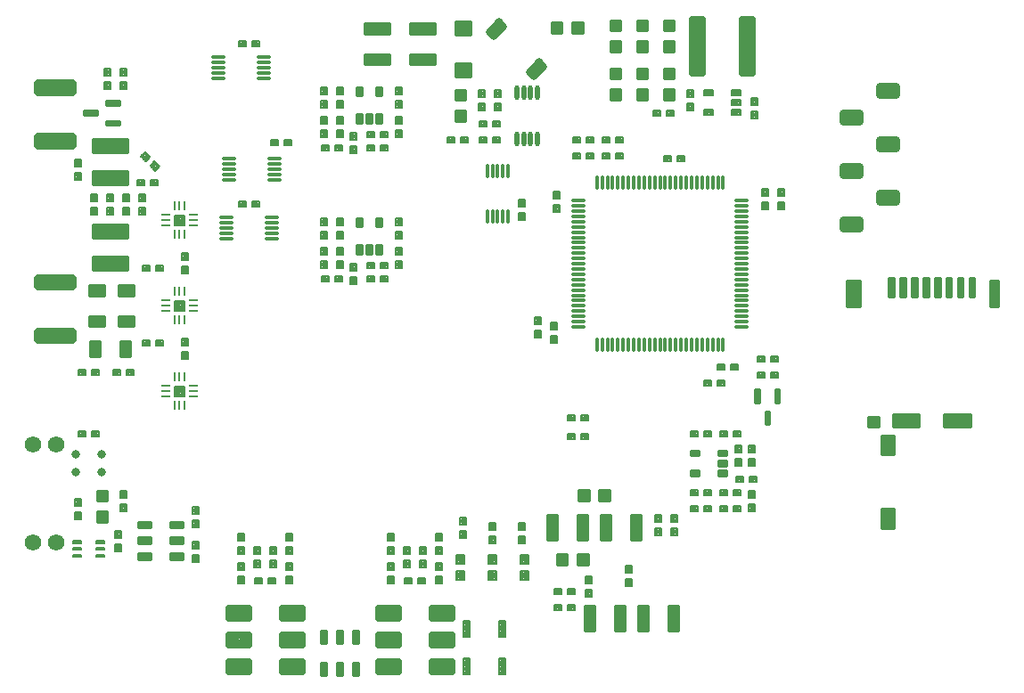
<source format=gtp>
G04 This is an RS-274x file exported by *
G04 gerbv version 2.6A *
G04 More information is available about gerbv at *
G04 http://gerbv.geda-project.org/ *
G04 --End of header info--*
%MOIN*%
%FSLAX34Y34*%
%IPPOS*%
%IN "PSDR.pcb"*%
G04 --Define apertures--*
%ADD10C,0.0010*%
%ADD11C,0.0080*%
%ADD12C,0.0079*%
%ADD13C,0.0158*%
%ADD14C,0.0300*%
%ADD15C,0.0240*%
%ADD16C,0.0700*%
%ADD17C,0.0620*%
%ADD18C,0.0039*%
%ADD19C,0.0118*%
%ADD20C,0.0160*%
%ADD21C,0.0100*%
%ADD22C,0.0760*%
%ADD23C,0.0197*%
%ADD24C,0.0320*%
%ADD25C,0.2244*%
%ADD26C,0.0140*%
%ADD27O,0.0114X0.0551*%
%ADD28O,0.0551X0.0114*%
%ADD29O,0.0394X0.0098*%
%ADD30O,0.0098X0.0394*%
%ADD31O,0.0170X0.0560*%
%ADD32O,0.0114X0.0571*%
%ADD33O,0.0571X0.0114*%
%ADD34C,0.0315*%
%ADD35C,0.0394*%
G04 --Start main section--*
G54D11*
G01X0035290Y0032585D02*
G01X0035510Y0032585D01*
G01X0035510Y0032585D02*
G01X0035510Y0032315D01*
G01X0035510Y0032315D02*
G01X0035290Y0032315D01*
G01X0035290Y0032315D02*
G01X0035290Y0032585D01*
G01X0035290Y0032320D02*
G01X0035510Y0032320D01*
G01X0035290Y0032400D02*
G01X0035510Y0032400D01*
G01X0035290Y0032480D02*
G01X0035510Y0032480D01*
G01X0035290Y0032560D02*
G01X0035510Y0032560D01*
G01X0035360Y0032315D02*
G01X0035360Y0032585D01*
G01X0035440Y0032315D02*
G01X0035440Y0032585D01*
G01X0035290Y0032085D02*
G01X0035510Y0032085D01*
G01X0035510Y0032085D02*
G01X0035510Y0031815D01*
G01X0035510Y0031815D02*
G01X0035290Y0031815D01*
G01X0035290Y0031815D02*
G01X0035290Y0032085D01*
G01X0035290Y0031840D02*
G01X0035510Y0031840D01*
G01X0035290Y0031920D02*
G01X0035510Y0031920D01*
G01X0035290Y0032000D02*
G01X0035510Y0032000D01*
G01X0035290Y0032080D02*
G01X0035510Y0032080D01*
G01X0035360Y0031815D02*
G01X0035360Y0032085D01*
G01X0035440Y0031815D02*
G01X0035440Y0032085D01*
G01X0032115Y0029990D02*
G01X0032115Y0030210D01*
G01X0032115Y0030210D02*
G01X0032385Y0030210D01*
G01X0032385Y0030210D02*
G01X0032385Y0029990D01*
G01X0032385Y0029990D02*
G01X0032115Y0029990D01*
G01X0032115Y0030000D02*
G01X0032385Y0030000D01*
G01X0032115Y0030080D02*
G01X0032385Y0030080D01*
G01X0032115Y0030160D02*
G01X0032385Y0030160D01*
G01X0032160Y0029990D02*
G01X0032160Y0030210D01*
G01X0032240Y0029990D02*
G01X0032240Y0030210D01*
G01X0032320Y0029990D02*
G01X0032320Y0030210D01*
G01X0032615Y0029990D02*
G01X0032615Y0030210D01*
G01X0032615Y0030210D02*
G01X0032885Y0030210D01*
G01X0032885Y0030210D02*
G01X0032885Y0029990D01*
G01X0032885Y0029990D02*
G01X0032615Y0029990D01*
G01X0032615Y0030000D02*
G01X0032885Y0030000D01*
G01X0032615Y0030080D02*
G01X0032885Y0030080D01*
G01X0032615Y0030160D02*
G01X0032885Y0030160D01*
G01X0032640Y0029990D02*
G01X0032640Y0030210D01*
G01X0032720Y0029990D02*
G01X0032720Y0030210D01*
G01X0032800Y0029990D02*
G01X0032800Y0030210D01*
G01X0032880Y0029990D02*
G01X0032880Y0030210D01*
G01X0037910Y0031515D02*
G01X0037690Y0031515D01*
G01X0037690Y0031515D02*
G01X0037690Y0031785D01*
G01X0037690Y0031785D02*
G01X0037910Y0031785D01*
G01X0037910Y0031785D02*
G01X0037910Y0031515D01*
G01X0037690Y0031520D02*
G01X0037910Y0031520D01*
G01X0037690Y0031600D02*
G01X0037910Y0031600D01*
G01X0037690Y0031680D02*
G01X0037910Y0031680D01*
G01X0037690Y0031760D02*
G01X0037910Y0031760D01*
G01X0037760Y0031515D02*
G01X0037760Y0031785D01*
G01X0037840Y0031515D02*
G01X0037840Y0031785D01*
G01X0037910Y0032015D02*
G01X0037690Y0032015D01*
G01X0037690Y0032015D02*
G01X0037690Y0032285D01*
G01X0037690Y0032285D02*
G01X0037910Y0032285D01*
G01X0037910Y0032285D02*
G01X0037910Y0032015D01*
G01X0037690Y0032080D02*
G01X0037910Y0032080D01*
G01X0037690Y0032160D02*
G01X0037910Y0032160D01*
G01X0037690Y0032240D02*
G01X0037910Y0032240D01*
G01X0037760Y0032015D02*
G01X0037760Y0032285D01*
G01X0037840Y0032015D02*
G01X0037840Y0032285D01*
G01X0012390Y0017285D02*
G01X0012610Y0017285D01*
G01X0012610Y0017285D02*
G01X0012610Y0017015D01*
G01X0012610Y0017015D02*
G01X0012390Y0017015D01*
G01X0012390Y0017015D02*
G01X0012390Y0017285D01*
G01X0012390Y0017040D02*
G01X0012610Y0017040D01*
G01X0012390Y0017120D02*
G01X0012610Y0017120D01*
G01X0012390Y0017200D02*
G01X0012610Y0017200D01*
G01X0012390Y0017280D02*
G01X0012610Y0017280D01*
G01X0012400Y0017015D02*
G01X0012400Y0017285D01*
G01X0012480Y0017015D02*
G01X0012480Y0017285D01*
G01X0012560Y0017015D02*
G01X0012560Y0017285D01*
G01X0012390Y0016785D02*
G01X0012610Y0016785D01*
G01X0012610Y0016785D02*
G01X0012610Y0016515D01*
G01X0012610Y0016515D02*
G01X0012390Y0016515D01*
G01X0012390Y0016515D02*
G01X0012390Y0016785D01*
G01X0012390Y0016560D02*
G01X0012610Y0016560D01*
G01X0012390Y0016640D02*
G01X0012610Y0016640D01*
G01X0012390Y0016720D02*
G01X0012610Y0016720D01*
G01X0012400Y0016515D02*
G01X0012400Y0016785D01*
G01X0012480Y0016515D02*
G01X0012480Y0016785D01*
G01X0012560Y0016515D02*
G01X0012560Y0016785D01*
G01X0031785Y0030210D02*
G01X0031785Y0029990D01*
G01X0031785Y0029990D02*
G01X0031515Y0029990D01*
G01X0031515Y0029990D02*
G01X0031515Y0030210D01*
G01X0031515Y0030210D02*
G01X0031785Y0030210D01*
G01X0031515Y0030000D02*
G01X0031785Y0030000D01*
G01X0031515Y0030080D02*
G01X0031785Y0030080D01*
G01X0031515Y0030160D02*
G01X0031785Y0030160D01*
G01X0031520Y0029990D02*
G01X0031520Y0030210D01*
G01X0031600Y0029990D02*
G01X0031600Y0030210D01*
G01X0031680Y0029990D02*
G01X0031680Y0030210D01*
G01X0031760Y0029990D02*
G01X0031760Y0030210D01*
G01X0031285Y0030210D02*
G01X0031285Y0029990D01*
G01X0031285Y0029990D02*
G01X0031015Y0029990D01*
G01X0031015Y0029990D02*
G01X0031015Y0030210D01*
G01X0031015Y0030210D02*
G01X0031285Y0030210D01*
G01X0031015Y0030000D02*
G01X0031285Y0030000D01*
G01X0031015Y0030080D02*
G01X0031285Y0030080D01*
G01X0031015Y0030160D02*
G01X0031285Y0030160D01*
G01X0031040Y0029990D02*
G01X0031040Y0030210D01*
G01X0031120Y0029990D02*
G01X0031120Y0030210D01*
G01X0031200Y0029990D02*
G01X0031200Y0030210D01*
G01X0031280Y0029990D02*
G01X0031280Y0030210D01*
G01X0020485Y0030710D02*
G01X0020485Y0030490D01*
G01X0020485Y0030490D02*
G01X0020215Y0030490D01*
G01X0020215Y0030490D02*
G01X0020215Y0030710D01*
G01X0020215Y0030710D02*
G01X0020485Y0030710D01*
G01X0020215Y0030560D02*
G01X0020485Y0030560D01*
G01X0020215Y0030640D02*
G01X0020485Y0030640D01*
G01X0020240Y0030490D02*
G01X0020240Y0030710D01*
G01X0020320Y0030490D02*
G01X0020320Y0030710D01*
G01X0020400Y0030490D02*
G01X0020400Y0030710D01*
G01X0020480Y0030490D02*
G01X0020480Y0030710D01*
G01X0019985Y0030710D02*
G01X0019985Y0030490D01*
G01X0019985Y0030490D02*
G01X0019715Y0030490D01*
G01X0019715Y0030490D02*
G01X0019715Y0030710D01*
G01X0019715Y0030710D02*
G01X0019985Y0030710D01*
G01X0019715Y0030560D02*
G01X0019985Y0030560D01*
G01X0019715Y0030640D02*
G01X0019985Y0030640D01*
G01X0019760Y0030490D02*
G01X0019760Y0030710D01*
G01X0019840Y0030490D02*
G01X0019840Y0030710D01*
G01X0019920Y0030490D02*
G01X0019920Y0030710D01*
G01X0021615Y0030290D02*
G01X0021615Y0030510D01*
G01X0021615Y0030510D02*
G01X0021885Y0030510D01*
G01X0021885Y0030510D02*
G01X0021885Y0030290D01*
G01X0021885Y0030290D02*
G01X0021615Y0030290D01*
G01X0021615Y0030320D02*
G01X0021885Y0030320D01*
G01X0021615Y0030400D02*
G01X0021885Y0030400D01*
G01X0021615Y0030480D02*
G01X0021885Y0030480D01*
G01X0021680Y0030290D02*
G01X0021680Y0030510D01*
G01X0021760Y0030290D02*
G01X0021760Y0030510D01*
G01X0021840Y0030290D02*
G01X0021840Y0030510D01*
G01X0022115Y0030290D02*
G01X0022115Y0030510D01*
G01X0022115Y0030510D02*
G01X0022385Y0030510D01*
G01X0022385Y0030510D02*
G01X0022385Y0030290D01*
G01X0022385Y0030290D02*
G01X0022115Y0030290D01*
G01X0022115Y0030320D02*
G01X0022385Y0030320D01*
G01X0022115Y0030400D02*
G01X0022385Y0030400D01*
G01X0022115Y0030480D02*
G01X0022385Y0030480D01*
G01X0022160Y0030290D02*
G01X0022160Y0030510D01*
G01X0022240Y0030290D02*
G01X0022240Y0030510D01*
G01X0022320Y0030290D02*
G01X0022320Y0030510D01*
G01X0017010Y0016215D02*
G01X0016790Y0016215D01*
G01X0016790Y0016215D02*
G01X0016790Y0016485D01*
G01X0016790Y0016485D02*
G01X0017010Y0016485D01*
G01X0017010Y0016485D02*
G01X0017010Y0016215D01*
G01X0016790Y0016240D02*
G01X0017010Y0016240D01*
G01X0016790Y0016320D02*
G01X0017010Y0016320D01*
G01X0016790Y0016400D02*
G01X0017010Y0016400D01*
G01X0016790Y0016480D02*
G01X0017010Y0016480D01*
G01X0016800Y0016215D02*
G01X0016800Y0016485D01*
G01X0016880Y0016215D02*
G01X0016880Y0016485D01*
G01X0016960Y0016215D02*
G01X0016960Y0016485D01*
G01X0017010Y0016715D02*
G01X0016790Y0016715D01*
G01X0016790Y0016715D02*
G01X0016790Y0016985D01*
G01X0016790Y0016985D02*
G01X0017010Y0016985D01*
G01X0017010Y0016985D02*
G01X0017010Y0016715D01*
G01X0016790Y0016720D02*
G01X0017010Y0016720D01*
G01X0016790Y0016800D02*
G01X0017010Y0016800D01*
G01X0016790Y0016880D02*
G01X0017010Y0016880D01*
G01X0016790Y0016960D02*
G01X0017010Y0016960D01*
G01X0016800Y0016715D02*
G01X0016800Y0016985D01*
G01X0016880Y0016715D02*
G01X0016880Y0016985D01*
G01X0016960Y0016715D02*
G01X0016960Y0016985D01*
G01X0017010Y0014915D02*
G01X0016790Y0014915D01*
G01X0016790Y0014915D02*
G01X0016790Y0015185D01*
G01X0016790Y0015185D02*
G01X0017010Y0015185D01*
G01X0017010Y0015185D02*
G01X0017010Y0014915D01*
G01X0016790Y0014960D02*
G01X0017010Y0014960D01*
G01X0016790Y0015040D02*
G01X0017010Y0015040D01*
G01X0016790Y0015120D02*
G01X0017010Y0015120D01*
G01X0016800Y0014915D02*
G01X0016800Y0015185D01*
G01X0016880Y0014915D02*
G01X0016880Y0015185D01*
G01X0016960Y0014915D02*
G01X0016960Y0015185D01*
G01X0017010Y0015415D02*
G01X0016790Y0015415D01*
G01X0016790Y0015415D02*
G01X0016790Y0015685D01*
G01X0016790Y0015685D02*
G01X0017010Y0015685D01*
G01X0017010Y0015685D02*
G01X0017010Y0015415D01*
G01X0016790Y0015440D02*
G01X0017010Y0015440D01*
G01X0016790Y0015520D02*
G01X0017010Y0015520D01*
G01X0016790Y0015600D02*
G01X0017010Y0015600D01*
G01X0016790Y0015680D02*
G01X0017010Y0015680D01*
G01X0016800Y0015415D02*
G01X0016800Y0015685D01*
G01X0016880Y0015415D02*
G01X0016880Y0015685D01*
G01X0016960Y0015415D02*
G01X0016960Y0015685D01*
G01X0012610Y0029215D02*
G01X0012390Y0029215D01*
G01X0012390Y0029215D02*
G01X0012390Y0029485D01*
G01X0012390Y0029485D02*
G01X0012610Y0029485D01*
G01X0012610Y0029485D02*
G01X0012610Y0029215D01*
G01X0012390Y0029280D02*
G01X0012610Y0029280D01*
G01X0012390Y0029360D02*
G01X0012610Y0029360D01*
G01X0012390Y0029440D02*
G01X0012610Y0029440D01*
G01X0012400Y0029215D02*
G01X0012400Y0029485D01*
G01X0012480Y0029215D02*
G01X0012480Y0029485D01*
G01X0012560Y0029215D02*
G01X0012560Y0029485D01*
G01X0012610Y0029715D02*
G01X0012390Y0029715D01*
G01X0012390Y0029715D02*
G01X0012390Y0029985D01*
G01X0012390Y0029985D02*
G01X0012610Y0029985D01*
G01X0012610Y0029985D02*
G01X0012610Y0029715D01*
G01X0012390Y0029760D02*
G01X0012610Y0029760D01*
G01X0012390Y0029840D02*
G01X0012610Y0029840D01*
G01X0012390Y0029920D02*
G01X0012610Y0029920D01*
G01X0012400Y0029715D02*
G01X0012400Y0029985D01*
G01X0012480Y0029715D02*
G01X0012480Y0029985D01*
G01X0012560Y0029715D02*
G01X0012560Y0029985D01*
G01X0027710Y0031815D02*
G01X0027490Y0031815D01*
G01X0027490Y0031815D02*
G01X0027490Y0032085D01*
G01X0027490Y0032085D02*
G01X0027710Y0032085D01*
G01X0027710Y0032085D02*
G01X0027710Y0031815D01*
G01X0027490Y0031840D02*
G01X0027710Y0031840D01*
G01X0027490Y0031920D02*
G01X0027710Y0031920D01*
G01X0027490Y0032000D02*
G01X0027710Y0032000D01*
G01X0027490Y0032080D02*
G01X0027710Y0032080D01*
G01X0027520Y0031815D02*
G01X0027520Y0032085D01*
G01X0027600Y0031815D02*
G01X0027600Y0032085D01*
G01X0027680Y0031815D02*
G01X0027680Y0032085D01*
G01X0027710Y0032315D02*
G01X0027490Y0032315D01*
G01X0027490Y0032315D02*
G01X0027490Y0032585D01*
G01X0027490Y0032585D02*
G01X0027710Y0032585D01*
G01X0027710Y0032585D02*
G01X0027710Y0032315D01*
G01X0027490Y0032320D02*
G01X0027710Y0032320D01*
G01X0027490Y0032400D02*
G01X0027710Y0032400D01*
G01X0027490Y0032480D02*
G01X0027710Y0032480D01*
G01X0027490Y0032560D02*
G01X0027710Y0032560D01*
G01X0027520Y0032315D02*
G01X0027520Y0032585D01*
G01X0027600Y0032315D02*
G01X0027600Y0032585D01*
G01X0027680Y0032315D02*
G01X0027680Y0032585D01*
G01X0028285Y0031410D02*
G01X0028285Y0031190D01*
G01X0028285Y0031190D02*
G01X0028015Y0031190D01*
G01X0028015Y0031190D02*
G01X0028015Y0031410D01*
G01X0028015Y0031410D02*
G01X0028285Y0031410D01*
G01X0028015Y0031200D02*
G01X0028285Y0031200D01*
G01X0028015Y0031280D02*
G01X0028285Y0031280D01*
G01X0028015Y0031360D02*
G01X0028285Y0031360D01*
G01X0028080Y0031190D02*
G01X0028080Y0031410D01*
G01X0028160Y0031190D02*
G01X0028160Y0031410D01*
G01X0028240Y0031190D02*
G01X0028240Y0031410D01*
G01X0027785Y0031410D02*
G01X0027785Y0031190D01*
G01X0027785Y0031190D02*
G01X0027515Y0031190D01*
G01X0027515Y0031190D02*
G01X0027515Y0031410D01*
G01X0027515Y0031410D02*
G01X0027785Y0031410D01*
G01X0027515Y0031200D02*
G01X0027785Y0031200D01*
G01X0027515Y0031280D02*
G01X0027785Y0031280D01*
G01X0027515Y0031360D02*
G01X0027785Y0031360D01*
G01X0027520Y0031190D02*
G01X0027520Y0031410D01*
G01X0027600Y0031190D02*
G01X0027600Y0031410D01*
G01X0027680Y0031190D02*
G01X0027680Y0031410D01*
G01X0027760Y0031190D02*
G01X0027760Y0031410D01*
G01X0038685Y0022010D02*
G01X0038685Y0021790D01*
G01X0038685Y0021790D02*
G01X0038415Y0021790D01*
G01X0038415Y0021790D02*
G01X0038415Y0022010D01*
G01X0038415Y0022010D02*
G01X0038685Y0022010D01*
G01X0038415Y0021840D02*
G01X0038685Y0021840D01*
G01X0038415Y0021920D02*
G01X0038685Y0021920D01*
G01X0038415Y0022000D02*
G01X0038685Y0022000D01*
G01X0038480Y0021790D02*
G01X0038480Y0022010D01*
G01X0038560Y0021790D02*
G01X0038560Y0022010D01*
G01X0038640Y0021790D02*
G01X0038640Y0022010D01*
G01X0038185Y0022010D02*
G01X0038185Y0021790D01*
G01X0038185Y0021790D02*
G01X0037915Y0021790D01*
G01X0037915Y0021790D02*
G01X0037915Y0022010D01*
G01X0037915Y0022010D02*
G01X0038185Y0022010D01*
G01X0037915Y0021840D02*
G01X0038185Y0021840D01*
G01X0037915Y0021920D02*
G01X0038185Y0021920D01*
G01X0037915Y0022000D02*
G01X0038185Y0022000D01*
G01X0037920Y0021790D02*
G01X0037920Y0022010D01*
G01X0038000Y0021790D02*
G01X0038000Y0022010D01*
G01X0038080Y0021790D02*
G01X0038080Y0022010D01*
G01X0038160Y0021790D02*
G01X0038160Y0022010D01*
G01X0027515Y0030590D02*
G01X0027515Y0030810D01*
G01X0027515Y0030810D02*
G01X0027785Y0030810D01*
G01X0027785Y0030810D02*
G01X0027785Y0030590D01*
G01X0027785Y0030590D02*
G01X0027515Y0030590D01*
G01X0027515Y0030640D02*
G01X0027785Y0030640D01*
G01X0027515Y0030720D02*
G01X0027785Y0030720D01*
G01X0027515Y0030800D02*
G01X0027785Y0030800D01*
G01X0027520Y0030590D02*
G01X0027520Y0030810D01*
G01X0027600Y0030590D02*
G01X0027600Y0030810D01*
G01X0027680Y0030590D02*
G01X0027680Y0030810D01*
G01X0027760Y0030590D02*
G01X0027760Y0030810D01*
G01X0028015Y0030590D02*
G01X0028015Y0030810D01*
G01X0028015Y0030810D02*
G01X0028285Y0030810D01*
G01X0028285Y0030810D02*
G01X0028285Y0030590D01*
G01X0028285Y0030590D02*
G01X0028015Y0030590D01*
G01X0028015Y0030640D02*
G01X0028285Y0030640D01*
G01X0028015Y0030720D02*
G01X0028285Y0030720D01*
G01X0028015Y0030800D02*
G01X0028285Y0030800D01*
G01X0028080Y0030590D02*
G01X0028080Y0030810D01*
G01X0028160Y0030590D02*
G01X0028160Y0030810D01*
G01X0028240Y0030590D02*
G01X0028240Y0030810D01*
G01X0028090Y0032585D02*
G01X0028310Y0032585D01*
G01X0028310Y0032585D02*
G01X0028310Y0032315D01*
G01X0028310Y0032315D02*
G01X0028090Y0032315D01*
G01X0028090Y0032315D02*
G01X0028090Y0032585D01*
G01X0028090Y0032320D02*
G01X0028310Y0032320D01*
G01X0028090Y0032400D02*
G01X0028310Y0032400D01*
G01X0028090Y0032480D02*
G01X0028310Y0032480D01*
G01X0028090Y0032560D02*
G01X0028310Y0032560D01*
G01X0028160Y0032315D02*
G01X0028160Y0032585D01*
G01X0028240Y0032315D02*
G01X0028240Y0032585D01*
G01X0028090Y0032085D02*
G01X0028310Y0032085D01*
G01X0028310Y0032085D02*
G01X0028310Y0031815D01*
G01X0028310Y0031815D02*
G01X0028090Y0031815D01*
G01X0028090Y0031815D02*
G01X0028090Y0032085D01*
G01X0028090Y0031840D02*
G01X0028310Y0031840D01*
G01X0028090Y0031920D02*
G01X0028310Y0031920D01*
G01X0028090Y0032000D02*
G01X0028310Y0032000D01*
G01X0028090Y0032080D02*
G01X0028310Y0032080D01*
G01X0028160Y0031815D02*
G01X0028160Y0032085D01*
G01X0028240Y0031815D02*
G01X0028240Y0032085D01*
G01X0027085Y0030810D02*
G01X0027085Y0030590D01*
G01X0027085Y0030590D02*
G01X0026815Y0030590D01*
G01X0026815Y0030590D02*
G01X0026815Y0030810D01*
G01X0026815Y0030810D02*
G01X0027085Y0030810D01*
G01X0026815Y0030640D02*
G01X0027085Y0030640D01*
G01X0026815Y0030720D02*
G01X0027085Y0030720D01*
G01X0026815Y0030800D02*
G01X0027085Y0030800D01*
G01X0026880Y0030590D02*
G01X0026880Y0030810D01*
G01X0026960Y0030590D02*
G01X0026960Y0030810D01*
G01X0027040Y0030590D02*
G01X0027040Y0030810D01*
G01X0026585Y0030810D02*
G01X0026585Y0030590D01*
G01X0026585Y0030590D02*
G01X0026315Y0030590D01*
G01X0026315Y0030590D02*
G01X0026315Y0030810D01*
G01X0026315Y0030810D02*
G01X0026585Y0030810D01*
G01X0026315Y0030640D02*
G01X0026585Y0030640D01*
G01X0026315Y0030720D02*
G01X0026585Y0030720D01*
G01X0026315Y0030800D02*
G01X0026585Y0030800D01*
G01X0026320Y0030590D02*
G01X0026320Y0030810D01*
G01X0026400Y0030590D02*
G01X0026400Y0030810D01*
G01X0026480Y0030590D02*
G01X0026480Y0030810D01*
G01X0026560Y0030590D02*
G01X0026560Y0030810D01*
G01X0015485Y0029210D02*
G01X0015485Y0028990D01*
G01X0015485Y0028990D02*
G01X0015215Y0028990D01*
G01X0015215Y0028990D02*
G01X0015215Y0029210D01*
G01X0015215Y0029210D02*
G01X0015485Y0029210D01*
G01X0015215Y0029040D02*
G01X0015485Y0029040D01*
G01X0015215Y0029120D02*
G01X0015485Y0029120D01*
G01X0015215Y0029200D02*
G01X0015485Y0029200D01*
G01X0015280Y0028990D02*
G01X0015280Y0029210D01*
G01X0015360Y0028990D02*
G01X0015360Y0029210D01*
G01X0015440Y0028990D02*
G01X0015440Y0029210D01*
G01X0014985Y0029210D02*
G01X0014985Y0028990D01*
G01X0014985Y0028990D02*
G01X0014715Y0028990D01*
G01X0014715Y0028990D02*
G01X0014715Y0029210D01*
G01X0014715Y0029210D02*
G01X0014985Y0029210D01*
G01X0014715Y0029040D02*
G01X0014985Y0029040D01*
G01X0014715Y0029120D02*
G01X0014985Y0029120D01*
G01X0014715Y0029200D02*
G01X0014985Y0029200D01*
G01X0014720Y0028990D02*
G01X0014720Y0029210D01*
G01X0014800Y0028990D02*
G01X0014800Y0029210D01*
G01X0014880Y0028990D02*
G01X0014880Y0029210D01*
G01X0014960Y0028990D02*
G01X0014960Y0029210D01*
G01X0038685Y0022610D02*
G01X0038685Y0022390D01*
G01X0038685Y0022390D02*
G01X0038415Y0022390D01*
G01X0038415Y0022390D02*
G01X0038415Y0022610D01*
G01X0038415Y0022610D02*
G01X0038685Y0022610D01*
G01X0038415Y0022400D02*
G01X0038685Y0022400D01*
G01X0038415Y0022480D02*
G01X0038685Y0022480D01*
G01X0038415Y0022560D02*
G01X0038685Y0022560D01*
G01X0038480Y0022390D02*
G01X0038480Y0022610D01*
G01X0038560Y0022390D02*
G01X0038560Y0022610D01*
G01X0038640Y0022390D02*
G01X0038640Y0022610D01*
G01X0038185Y0022610D02*
G01X0038185Y0022390D01*
G01X0038185Y0022390D02*
G01X0037915Y0022390D01*
G01X0037915Y0022390D02*
G01X0037915Y0022610D01*
G01X0037915Y0022610D02*
G01X0038185Y0022610D01*
G01X0037915Y0022400D02*
G01X0038185Y0022400D01*
G01X0037915Y0022480D02*
G01X0038185Y0022480D01*
G01X0037915Y0022560D02*
G01X0038185Y0022560D01*
G01X0037920Y0022390D02*
G01X0037920Y0022610D01*
G01X0038000Y0022390D02*
G01X0038000Y0022610D01*
G01X0038080Y0022390D02*
G01X0038080Y0022610D01*
G01X0038160Y0022390D02*
G01X0038160Y0022610D01*
G01X0031585Y0020410D02*
G01X0031585Y0020190D01*
G01X0031585Y0020190D02*
G01X0031315Y0020190D01*
G01X0031315Y0020190D02*
G01X0031315Y0020410D01*
G01X0031315Y0020410D02*
G01X0031585Y0020410D01*
G01X0031315Y0020240D02*
G01X0031585Y0020240D01*
G01X0031315Y0020320D02*
G01X0031585Y0020320D01*
G01X0031315Y0020400D02*
G01X0031585Y0020400D01*
G01X0031360Y0020190D02*
G01X0031360Y0020410D01*
G01X0031440Y0020190D02*
G01X0031440Y0020410D01*
G01X0031520Y0020190D02*
G01X0031520Y0020410D01*
G01X0031085Y0020410D02*
G01X0031085Y0020190D01*
G01X0031085Y0020190D02*
G01X0030815Y0020190D01*
G01X0030815Y0020190D02*
G01X0030815Y0020410D01*
G01X0030815Y0020410D02*
G01X0031085Y0020410D01*
G01X0030815Y0020240D02*
G01X0031085Y0020240D01*
G01X0030815Y0020320D02*
G01X0031085Y0020320D01*
G01X0030815Y0020400D02*
G01X0031085Y0020400D01*
G01X0030880Y0020190D02*
G01X0030880Y0020410D01*
G01X0030960Y0020190D02*
G01X0030960Y0020410D01*
G01X0031040Y0020190D02*
G01X0031040Y0020410D01*
G01X0030815Y0019490D02*
G01X0030815Y0019710D01*
G01X0030815Y0019710D02*
G01X0031085Y0019710D01*
G01X0031085Y0019710D02*
G01X0031085Y0019490D01*
G01X0031085Y0019490D02*
G01X0030815Y0019490D01*
G01X0030815Y0019520D02*
G01X0031085Y0019520D01*
G01X0030815Y0019600D02*
G01X0031085Y0019600D01*
G01X0030815Y0019680D02*
G01X0031085Y0019680D01*
G01X0030880Y0019490D02*
G01X0030880Y0019710D01*
G01X0030960Y0019490D02*
G01X0030960Y0019710D01*
G01X0031040Y0019490D02*
G01X0031040Y0019710D01*
G01X0031315Y0019490D02*
G01X0031315Y0019710D01*
G01X0031315Y0019710D02*
G01X0031585Y0019710D01*
G01X0031585Y0019710D02*
G01X0031585Y0019490D01*
G01X0031585Y0019490D02*
G01X0031315Y0019490D01*
G01X0031315Y0019520D02*
G01X0031585Y0019520D01*
G01X0031315Y0019600D02*
G01X0031585Y0019600D01*
G01X0031315Y0019680D02*
G01X0031585Y0019680D01*
G01X0031360Y0019490D02*
G01X0031360Y0019710D01*
G01X0031440Y0019490D02*
G01X0031440Y0019710D01*
G01X0031520Y0019490D02*
G01X0031520Y0019710D01*
G01X0037810Y0016815D02*
G01X0037590Y0016815D01*
G01X0037590Y0016815D02*
G01X0037590Y0017085D01*
G01X0037590Y0017085D02*
G01X0037810Y0017085D01*
G01X0037810Y0017085D02*
G01X0037810Y0016815D01*
G01X0037590Y0016880D02*
G01X0037810Y0016880D01*
G01X0037590Y0016960D02*
G01X0037810Y0016960D01*
G01X0037590Y0017040D02*
G01X0037810Y0017040D01*
G01X0037600Y0016815D02*
G01X0037600Y0017085D01*
G01X0037680Y0016815D02*
G01X0037680Y0017085D01*
G01X0037760Y0016815D02*
G01X0037760Y0017085D01*
G01X0037810Y0017315D02*
G01X0037590Y0017315D01*
G01X0037590Y0017315D02*
G01X0037590Y0017585D01*
G01X0037590Y0017585D02*
G01X0037810Y0017585D01*
G01X0037810Y0017585D02*
G01X0037810Y0017315D01*
G01X0037590Y0017360D02*
G01X0037810Y0017360D01*
G01X0037590Y0017440D02*
G01X0037810Y0017440D01*
G01X0037590Y0017520D02*
G01X0037810Y0017520D01*
G01X0037600Y0017315D02*
G01X0037600Y0017585D01*
G01X0037680Y0017315D02*
G01X0037680Y0017585D01*
G01X0037760Y0017315D02*
G01X0037760Y0017585D01*
G01X0021615Y0025390D02*
G01X0021615Y0025610D01*
G01X0021615Y0025610D02*
G01X0021885Y0025610D01*
G01X0021885Y0025610D02*
G01X0021885Y0025390D01*
G01X0021885Y0025390D02*
G01X0021615Y0025390D01*
G01X0021615Y0025440D02*
G01X0021885Y0025440D01*
G01X0021615Y0025520D02*
G01X0021885Y0025520D01*
G01X0021615Y0025600D02*
G01X0021885Y0025600D01*
G01X0021680Y0025390D02*
G01X0021680Y0025610D01*
G01X0021760Y0025390D02*
G01X0021760Y0025610D01*
G01X0021840Y0025390D02*
G01X0021840Y0025610D01*
G01X0022115Y0025390D02*
G01X0022115Y0025610D01*
G01X0022115Y0025610D02*
G01X0022385Y0025610D01*
G01X0022385Y0025610D02*
G01X0022385Y0025390D01*
G01X0022385Y0025390D02*
G01X0022115Y0025390D01*
G01X0022115Y0025440D02*
G01X0022385Y0025440D01*
G01X0022115Y0025520D02*
G01X0022385Y0025520D01*
G01X0022115Y0025600D02*
G01X0022385Y0025600D01*
G01X0022160Y0025390D02*
G01X0022160Y0025610D01*
G01X0022240Y0025390D02*
G01X0022240Y0025610D01*
G01X0022320Y0025390D02*
G01X0022320Y0025610D01*
G01X0022190Y0026685D02*
G01X0022410Y0026685D01*
G01X0022410Y0026685D02*
G01X0022410Y0026415D01*
G01X0022410Y0026415D02*
G01X0022190Y0026415D01*
G01X0022190Y0026415D02*
G01X0022190Y0026685D01*
G01X0022190Y0026480D02*
G01X0022410Y0026480D01*
G01X0022190Y0026560D02*
G01X0022410Y0026560D01*
G01X0022190Y0026640D02*
G01X0022410Y0026640D01*
G01X0022240Y0026415D02*
G01X0022240Y0026685D01*
G01X0022320Y0026415D02*
G01X0022320Y0026685D01*
G01X0022400Y0026415D02*
G01X0022400Y0026685D01*
G01X0022190Y0026185D02*
G01X0022410Y0026185D01*
G01X0022410Y0026185D02*
G01X0022410Y0025915D01*
G01X0022410Y0025915D02*
G01X0022190Y0025915D01*
G01X0022190Y0025915D02*
G01X0022190Y0026185D01*
G01X0022190Y0025920D02*
G01X0022410Y0025920D01*
G01X0022190Y0026000D02*
G01X0022410Y0026000D01*
G01X0022190Y0026080D02*
G01X0022410Y0026080D01*
G01X0022190Y0026160D02*
G01X0022410Y0026160D01*
G01X0022240Y0025915D02*
G01X0022240Y0026185D01*
G01X0022320Y0025915D02*
G01X0022320Y0026185D01*
G01X0022400Y0025915D02*
G01X0022400Y0026185D01*
G01X0023315Y0025390D02*
G01X0023315Y0025610D01*
G01X0023315Y0025610D02*
G01X0023585Y0025610D01*
G01X0023585Y0025610D02*
G01X0023585Y0025390D01*
G01X0023585Y0025390D02*
G01X0023315Y0025390D01*
G01X0023315Y0025440D02*
G01X0023585Y0025440D01*
G01X0023315Y0025520D02*
G01X0023585Y0025520D01*
G01X0023315Y0025600D02*
G01X0023585Y0025600D01*
G01X0023360Y0025390D02*
G01X0023360Y0025610D01*
G01X0023440Y0025390D02*
G01X0023440Y0025610D01*
G01X0023520Y0025390D02*
G01X0023520Y0025610D01*
G01X0023815Y0025390D02*
G01X0023815Y0025610D01*
G01X0023815Y0025610D02*
G01X0024085Y0025610D01*
G01X0024085Y0025610D02*
G01X0024085Y0025390D01*
G01X0024085Y0025390D02*
G01X0023815Y0025390D01*
G01X0023815Y0025440D02*
G01X0024085Y0025440D01*
G01X0023815Y0025520D02*
G01X0024085Y0025520D01*
G01X0023815Y0025600D02*
G01X0024085Y0025600D01*
G01X0023840Y0025390D02*
G01X0023840Y0025610D01*
G01X0023920Y0025390D02*
G01X0023920Y0025610D01*
G01X0024000Y0025390D02*
G01X0024000Y0025610D01*
G01X0024080Y0025390D02*
G01X0024080Y0025610D01*
G01X0024390Y0026685D02*
G01X0024610Y0026685D01*
G01X0024610Y0026685D02*
G01X0024610Y0026415D01*
G01X0024610Y0026415D02*
G01X0024390Y0026415D01*
G01X0024390Y0026415D02*
G01X0024390Y0026685D01*
G01X0024390Y0026480D02*
G01X0024610Y0026480D01*
G01X0024390Y0026560D02*
G01X0024610Y0026560D01*
G01X0024390Y0026640D02*
G01X0024610Y0026640D01*
G01X0024400Y0026415D02*
G01X0024400Y0026685D01*
G01X0024480Y0026415D02*
G01X0024480Y0026685D01*
G01X0024560Y0026415D02*
G01X0024560Y0026685D01*
G01X0024390Y0026185D02*
G01X0024610Y0026185D01*
G01X0024610Y0026185D02*
G01X0024610Y0025915D01*
G01X0024610Y0025915D02*
G01X0024390Y0025915D01*
G01X0024390Y0025915D02*
G01X0024390Y0026185D01*
G01X0024390Y0025920D02*
G01X0024610Y0025920D01*
G01X0024390Y0026000D02*
G01X0024610Y0026000D01*
G01X0024390Y0026080D02*
G01X0024610Y0026080D01*
G01X0024390Y0026160D02*
G01X0024610Y0026160D01*
G01X0024400Y0025915D02*
G01X0024400Y0026185D01*
G01X0024480Y0025915D02*
G01X0024480Y0026185D01*
G01X0024560Y0025915D02*
G01X0024560Y0026185D01*
G01X0022190Y0031585D02*
G01X0022410Y0031585D01*
G01X0022410Y0031585D02*
G01X0022410Y0031315D01*
G01X0022410Y0031315D02*
G01X0022190Y0031315D01*
G01X0022190Y0031315D02*
G01X0022190Y0031585D01*
G01X0022190Y0031360D02*
G01X0022410Y0031360D01*
G01X0022190Y0031440D02*
G01X0022410Y0031440D01*
G01X0022190Y0031520D02*
G01X0022410Y0031520D01*
G01X0022240Y0031315D02*
G01X0022240Y0031585D01*
G01X0022320Y0031315D02*
G01X0022320Y0031585D01*
G01X0022400Y0031315D02*
G01X0022400Y0031585D01*
G01X0022190Y0031085D02*
G01X0022410Y0031085D01*
G01X0022410Y0031085D02*
G01X0022410Y0030815D01*
G01X0022410Y0030815D02*
G01X0022190Y0030815D01*
G01X0022190Y0030815D02*
G01X0022190Y0031085D01*
G01X0022190Y0030880D02*
G01X0022410Y0030880D01*
G01X0022190Y0030960D02*
G01X0022410Y0030960D01*
G01X0022190Y0031040D02*
G01X0022410Y0031040D01*
G01X0022240Y0030815D02*
G01X0022240Y0031085D01*
G01X0022320Y0030815D02*
G01X0022320Y0031085D01*
G01X0022400Y0030815D02*
G01X0022400Y0031085D01*
G01X0023315Y0030290D02*
G01X0023315Y0030510D01*
G01X0023315Y0030510D02*
G01X0023585Y0030510D01*
G01X0023585Y0030510D02*
G01X0023585Y0030290D01*
G01X0023585Y0030290D02*
G01X0023315Y0030290D01*
G01X0023315Y0030320D02*
G01X0023585Y0030320D01*
G01X0023315Y0030400D02*
G01X0023585Y0030400D01*
G01X0023315Y0030480D02*
G01X0023585Y0030480D01*
G01X0023360Y0030290D02*
G01X0023360Y0030510D01*
G01X0023440Y0030290D02*
G01X0023440Y0030510D01*
G01X0023520Y0030290D02*
G01X0023520Y0030510D01*
G01X0023815Y0030290D02*
G01X0023815Y0030510D01*
G01X0023815Y0030510D02*
G01X0024085Y0030510D01*
G01X0024085Y0030510D02*
G01X0024085Y0030290D01*
G01X0024085Y0030290D02*
G01X0023815Y0030290D01*
G01X0023815Y0030320D02*
G01X0024085Y0030320D01*
G01X0023815Y0030400D02*
G01X0024085Y0030400D01*
G01X0023815Y0030480D02*
G01X0024085Y0030480D01*
G01X0023840Y0030290D02*
G01X0023840Y0030510D01*
G01X0023920Y0030290D02*
G01X0023920Y0030510D01*
G01X0024000Y0030290D02*
G01X0024000Y0030510D01*
G01X0024080Y0030290D02*
G01X0024080Y0030510D01*
G01X0024390Y0031585D02*
G01X0024610Y0031585D01*
G01X0024610Y0031585D02*
G01X0024610Y0031315D01*
G01X0024610Y0031315D02*
G01X0024390Y0031315D01*
G01X0024390Y0031315D02*
G01X0024390Y0031585D01*
G01X0024390Y0031360D02*
G01X0024610Y0031360D01*
G01X0024390Y0031440D02*
G01X0024610Y0031440D01*
G01X0024390Y0031520D02*
G01X0024610Y0031520D01*
G01X0024400Y0031315D02*
G01X0024400Y0031585D01*
G01X0024480Y0031315D02*
G01X0024480Y0031585D01*
G01X0024560Y0031315D02*
G01X0024560Y0031585D01*
G01X0024390Y0031085D02*
G01X0024610Y0031085D01*
G01X0024610Y0031085D02*
G01X0024610Y0030815D01*
G01X0024610Y0030815D02*
G01X0024390Y0030815D01*
G01X0024390Y0030815D02*
G01X0024390Y0031085D01*
G01X0024390Y0030880D02*
G01X0024610Y0030880D01*
G01X0024390Y0030960D02*
G01X0024610Y0030960D01*
G01X0024390Y0031040D02*
G01X0024610Y0031040D01*
G01X0024400Y0030815D02*
G01X0024400Y0031085D01*
G01X0024480Y0030815D02*
G01X0024480Y0031085D01*
G01X0024560Y0030815D02*
G01X0024560Y0031085D01*
G01X0012990Y0028685D02*
G01X0013210Y0028685D01*
G01X0013210Y0028685D02*
G01X0013210Y0028415D01*
G01X0013210Y0028415D02*
G01X0012990Y0028415D01*
G01X0012990Y0028415D02*
G01X0012990Y0028685D01*
G01X0012990Y0028480D02*
G01X0013210Y0028480D01*
G01X0012990Y0028560D02*
G01X0013210Y0028560D01*
G01X0012990Y0028640D02*
G01X0013210Y0028640D01*
G01X0013040Y0028415D02*
G01X0013040Y0028685D01*
G01X0013120Y0028415D02*
G01X0013120Y0028685D01*
G01X0013200Y0028415D02*
G01X0013200Y0028685D01*
G01X0012990Y0028185D02*
G01X0013210Y0028185D01*
G01X0013210Y0028185D02*
G01X0013210Y0027915D01*
G01X0013210Y0027915D02*
G01X0012990Y0027915D01*
G01X0012990Y0027915D02*
G01X0012990Y0028185D01*
G01X0012990Y0027920D02*
G01X0013210Y0027920D01*
G01X0012990Y0028000D02*
G01X0013210Y0028000D01*
G01X0012990Y0028080D02*
G01X0013210Y0028080D01*
G01X0012990Y0028160D02*
G01X0013210Y0028160D01*
G01X0013040Y0027915D02*
G01X0013040Y0028185D01*
G01X0013120Y0027915D02*
G01X0013120Y0028185D01*
G01X0013200Y0027915D02*
G01X0013200Y0028185D01*
G01X0027010Y0015815D02*
G01X0026790Y0015815D01*
G01X0026790Y0015815D02*
G01X0026790Y0016085D01*
G01X0026790Y0016085D02*
G01X0027010Y0016085D01*
G01X0027010Y0016085D02*
G01X0027010Y0015815D01*
G01X0026790Y0015840D02*
G01X0027010Y0015840D01*
G01X0026790Y0015920D02*
G01X0027010Y0015920D01*
G01X0026790Y0016000D02*
G01X0027010Y0016000D01*
G01X0026790Y0016080D02*
G01X0027010Y0016080D01*
G01X0026800Y0015815D02*
G01X0026800Y0016085D01*
G01X0026880Y0015815D02*
G01X0026880Y0016085D01*
G01X0026960Y0015815D02*
G01X0026960Y0016085D01*
G01X0027010Y0016315D02*
G01X0026790Y0016315D01*
G01X0026790Y0016315D02*
G01X0026790Y0016585D01*
G01X0026790Y0016585D02*
G01X0027010Y0016585D01*
G01X0027010Y0016585D02*
G01X0027010Y0016315D01*
G01X0026790Y0016320D02*
G01X0027010Y0016320D01*
G01X0026790Y0016400D02*
G01X0027010Y0016400D01*
G01X0026790Y0016480D02*
G01X0027010Y0016480D01*
G01X0026790Y0016560D02*
G01X0027010Y0016560D01*
G01X0026800Y0016315D02*
G01X0026800Y0016585D01*
G01X0026880Y0016315D02*
G01X0026880Y0016585D01*
G01X0026960Y0016315D02*
G01X0026960Y0016585D01*
G01X0034785Y0031810D02*
G01X0034785Y0031590D01*
G01X0034785Y0031590D02*
G01X0034515Y0031590D01*
G01X0034515Y0031590D02*
G01X0034515Y0031810D01*
G01X0034515Y0031810D02*
G01X0034785Y0031810D01*
G01X0034515Y0031600D02*
G01X0034785Y0031600D01*
G01X0034515Y0031680D02*
G01X0034785Y0031680D01*
G01X0034515Y0031760D02*
G01X0034785Y0031760D01*
G01X0034560Y0031590D02*
G01X0034560Y0031810D01*
G01X0034640Y0031590D02*
G01X0034640Y0031810D01*
G01X0034720Y0031590D02*
G01X0034720Y0031810D01*
G01X0034285Y0031810D02*
G01X0034285Y0031590D01*
G01X0034285Y0031590D02*
G01X0034015Y0031590D01*
G01X0034015Y0031590D02*
G01X0034015Y0031810D01*
G01X0034015Y0031810D02*
G01X0034285Y0031810D01*
G01X0034015Y0031600D02*
G01X0034285Y0031600D01*
G01X0034015Y0031680D02*
G01X0034285Y0031680D01*
G01X0034015Y0031760D02*
G01X0034285Y0031760D01*
G01X0034080Y0031590D02*
G01X0034080Y0031810D01*
G01X0034160Y0031590D02*
G01X0034160Y0031810D01*
G01X0034240Y0031590D02*
G01X0034240Y0031810D01*
G01X0036515Y0017390D02*
G01X0036515Y0017610D01*
G01X0036515Y0017610D02*
G01X0036785Y0017610D01*
G01X0036785Y0017610D02*
G01X0036785Y0017390D01*
G01X0036785Y0017390D02*
G01X0036515Y0017390D01*
G01X0036515Y0017440D02*
G01X0036785Y0017440D01*
G01X0036515Y0017520D02*
G01X0036785Y0017520D01*
G01X0036515Y0017600D02*
G01X0036785Y0017600D01*
G01X0036560Y0017390D02*
G01X0036560Y0017610D01*
G01X0036640Y0017390D02*
G01X0036640Y0017610D01*
G01X0036720Y0017390D02*
G01X0036720Y0017610D01*
G01X0037015Y0017390D02*
G01X0037015Y0017610D01*
G01X0037015Y0017610D02*
G01X0037285Y0017610D01*
G01X0037285Y0017610D02*
G01X0037285Y0017390D01*
G01X0037285Y0017390D02*
G01X0037015Y0017390D01*
G01X0037015Y0017440D02*
G01X0037285Y0017440D01*
G01X0037015Y0017520D02*
G01X0037285Y0017520D01*
G01X0037015Y0017600D02*
G01X0037285Y0017600D01*
G01X0037040Y0017390D02*
G01X0037040Y0017610D01*
G01X0037120Y0017390D02*
G01X0037120Y0017610D01*
G01X0037200Y0017390D02*
G01X0037200Y0017610D01*
G01X0037280Y0017390D02*
G01X0037280Y0017610D01*
G01X0037810Y0018515D02*
G01X0037590Y0018515D01*
G01X0037590Y0018515D02*
G01X0037590Y0018785D01*
G01X0037590Y0018785D02*
G01X0037810Y0018785D01*
G01X0037810Y0018785D02*
G01X0037810Y0018515D01*
G01X0037590Y0018560D02*
G01X0037810Y0018560D01*
G01X0037590Y0018640D02*
G01X0037810Y0018640D01*
G01X0037590Y0018720D02*
G01X0037810Y0018720D01*
G01X0037600Y0018515D02*
G01X0037600Y0018785D01*
G01X0037680Y0018515D02*
G01X0037680Y0018785D01*
G01X0037760Y0018515D02*
G01X0037760Y0018785D01*
G01X0037810Y0019015D02*
G01X0037590Y0019015D01*
G01X0037590Y0019015D02*
G01X0037590Y0019285D01*
G01X0037590Y0019285D02*
G01X0037810Y0019285D01*
G01X0037810Y0019285D02*
G01X0037810Y0019015D01*
G01X0037590Y0019040D02*
G01X0037810Y0019040D01*
G01X0037590Y0019120D02*
G01X0037810Y0019120D01*
G01X0037590Y0019200D02*
G01X0037810Y0019200D01*
G01X0037590Y0019280D02*
G01X0037810Y0019280D01*
G01X0037600Y0019015D02*
G01X0037600Y0019285D01*
G01X0037680Y0019015D02*
G01X0037680Y0019285D01*
G01X0037760Y0019015D02*
G01X0037760Y0019285D01*
G01X0012515Y0019590D02*
G01X0012515Y0019810D01*
G01X0012515Y0019810D02*
G01X0012785Y0019810D01*
G01X0012785Y0019810D02*
G01X0012785Y0019590D01*
G01X0012785Y0019590D02*
G01X0012515Y0019590D01*
G01X0012515Y0019600D02*
G01X0012785Y0019600D01*
G01X0012515Y0019680D02*
G01X0012785Y0019680D01*
G01X0012515Y0019760D02*
G01X0012785Y0019760D01*
G01X0012560Y0019590D02*
G01X0012560Y0019810D01*
G01X0012640Y0019590D02*
G01X0012640Y0019810D01*
G01X0012720Y0019590D02*
G01X0012720Y0019810D01*
G01X0013015Y0019590D02*
G01X0013015Y0019810D01*
G01X0013015Y0019810D02*
G01X0013285Y0019810D01*
G01X0013285Y0019810D02*
G01X0013285Y0019590D01*
G01X0013285Y0019590D02*
G01X0013015Y0019590D01*
G01X0013015Y0019600D02*
G01X0013285Y0019600D01*
G01X0013015Y0019680D02*
G01X0013285Y0019680D01*
G01X0013015Y0019760D02*
G01X0013285Y0019760D01*
G01X0013040Y0019590D02*
G01X0013040Y0019810D01*
G01X0013120Y0019590D02*
G01X0013120Y0019810D01*
G01X0013200Y0019590D02*
G01X0013200Y0019810D01*
G01X0013280Y0019590D02*
G01X0013280Y0019810D01*
G01X0036515Y0019590D02*
G01X0036515Y0019810D01*
G01X0036515Y0019810D02*
G01X0036785Y0019810D01*
G01X0036785Y0019810D02*
G01X0036785Y0019590D01*
G01X0036785Y0019590D02*
G01X0036515Y0019590D01*
G01X0036515Y0019600D02*
G01X0036785Y0019600D01*
G01X0036515Y0019680D02*
G01X0036785Y0019680D01*
G01X0036515Y0019760D02*
G01X0036785Y0019760D01*
G01X0036560Y0019590D02*
G01X0036560Y0019810D01*
G01X0036640Y0019590D02*
G01X0036640Y0019810D01*
G01X0036720Y0019590D02*
G01X0036720Y0019810D01*
G01X0037015Y0019590D02*
G01X0037015Y0019810D01*
G01X0037015Y0019810D02*
G01X0037285Y0019810D01*
G01X0037285Y0019810D02*
G01X0037285Y0019590D01*
G01X0037285Y0019590D02*
G01X0037015Y0019590D01*
G01X0037015Y0019600D02*
G01X0037285Y0019600D01*
G01X0037015Y0019680D02*
G01X0037285Y0019680D01*
G01X0037015Y0019760D02*
G01X0037285Y0019760D01*
G01X0037040Y0019590D02*
G01X0037040Y0019810D01*
G01X0037120Y0019590D02*
G01X0037120Y0019810D01*
G01X0037200Y0019590D02*
G01X0037200Y0019810D01*
G01X0037280Y0019590D02*
G01X0037280Y0019810D01*
G01X0022910Y0025315D02*
G01X0022690Y0025315D01*
G01X0022690Y0025315D02*
G01X0022690Y0025585D01*
G01X0022690Y0025585D02*
G01X0022910Y0025585D01*
G01X0022910Y0025585D02*
G01X0022910Y0025315D01*
G01X0022690Y0025360D02*
G01X0022910Y0025360D01*
G01X0022690Y0025440D02*
G01X0022910Y0025440D01*
G01X0022690Y0025520D02*
G01X0022910Y0025520D01*
G01X0022720Y0025315D02*
G01X0022720Y0025585D01*
G01X0022800Y0025315D02*
G01X0022800Y0025585D01*
G01X0022880Y0025315D02*
G01X0022880Y0025585D01*
G01X0022910Y0025815D02*
G01X0022690Y0025815D01*
G01X0022690Y0025815D02*
G01X0022690Y0026085D01*
G01X0022690Y0026085D02*
G01X0022910Y0026085D01*
G01X0022910Y0026085D02*
G01X0022910Y0025815D01*
G01X0022690Y0025840D02*
G01X0022910Y0025840D01*
G01X0022690Y0025920D02*
G01X0022910Y0025920D01*
G01X0022690Y0026000D02*
G01X0022910Y0026000D01*
G01X0022690Y0026080D02*
G01X0022910Y0026080D01*
G01X0022720Y0025815D02*
G01X0022720Y0026085D01*
G01X0022800Y0025815D02*
G01X0022800Y0026085D01*
G01X0022880Y0025815D02*
G01X0022880Y0026085D01*
G01X0037115Y0017890D02*
G01X0037115Y0018110D01*
G01X0037115Y0018110D02*
G01X0037385Y0018110D01*
G01X0037385Y0018110D02*
G01X0037385Y0017890D01*
G01X0037385Y0017890D02*
G01X0037115Y0017890D01*
G01X0037115Y0017920D02*
G01X0037385Y0017920D01*
G01X0037115Y0018000D02*
G01X0037385Y0018000D01*
G01X0037115Y0018080D02*
G01X0037385Y0018080D01*
G01X0037120Y0017890D02*
G01X0037120Y0018110D01*
G01X0037200Y0017890D02*
G01X0037200Y0018110D01*
G01X0037280Y0017890D02*
G01X0037280Y0018110D01*
G01X0037360Y0017890D02*
G01X0037360Y0018110D01*
G01X0037615Y0017890D02*
G01X0037615Y0018110D01*
G01X0037615Y0018110D02*
G01X0037885Y0018110D01*
G01X0037885Y0018110D02*
G01X0037885Y0017890D01*
G01X0037885Y0017890D02*
G01X0037615Y0017890D01*
G01X0037615Y0017920D02*
G01X0037885Y0017920D01*
G01X0037615Y0018000D02*
G01X0037885Y0018000D01*
G01X0037615Y0018080D02*
G01X0037885Y0018080D01*
G01X0037680Y0017890D02*
G01X0037680Y0018110D01*
G01X0037760Y0017890D02*
G01X0037760Y0018110D01*
G01X0037840Y0017890D02*
G01X0037840Y0018110D01*
G01X0012515Y0021890D02*
G01X0012515Y0022110D01*
G01X0012515Y0022110D02*
G01X0012785Y0022110D01*
G01X0012785Y0022110D02*
G01X0012785Y0021890D01*
G01X0012785Y0021890D02*
G01X0012515Y0021890D01*
G01X0012515Y0021920D02*
G01X0012785Y0021920D01*
G01X0012515Y0022000D02*
G01X0012785Y0022000D01*
G01X0012515Y0022080D02*
G01X0012785Y0022080D01*
G01X0012560Y0021890D02*
G01X0012560Y0022110D01*
G01X0012640Y0021890D02*
G01X0012640Y0022110D01*
G01X0012720Y0021890D02*
G01X0012720Y0022110D01*
G01X0013015Y0021890D02*
G01X0013015Y0022110D01*
G01X0013015Y0022110D02*
G01X0013285Y0022110D01*
G01X0013285Y0022110D02*
G01X0013285Y0021890D01*
G01X0013285Y0021890D02*
G01X0013015Y0021890D01*
G01X0013015Y0021920D02*
G01X0013285Y0021920D01*
G01X0013015Y0022000D02*
G01X0013285Y0022000D01*
G01X0013015Y0022080D02*
G01X0013285Y0022080D01*
G01X0013040Y0021890D02*
G01X0013040Y0022110D01*
G01X0013120Y0021890D02*
G01X0013120Y0022110D01*
G01X0013200Y0021890D02*
G01X0013200Y0022110D01*
G01X0013280Y0021890D02*
G01X0013280Y0022110D01*
G01X0013815Y0021890D02*
G01X0013815Y0022110D01*
G01X0013815Y0022110D02*
G01X0014085Y0022110D01*
G01X0014085Y0022110D02*
G01X0014085Y0021890D01*
G01X0014085Y0021890D02*
G01X0013815Y0021890D01*
G01X0013815Y0021920D02*
G01X0014085Y0021920D01*
G01X0013815Y0022000D02*
G01X0014085Y0022000D01*
G01X0013815Y0022080D02*
G01X0014085Y0022080D01*
G01X0013840Y0021890D02*
G01X0013840Y0022110D01*
G01X0013920Y0021890D02*
G01X0013920Y0022110D01*
G01X0014000Y0021890D02*
G01X0014000Y0022110D01*
G01X0014080Y0021890D02*
G01X0014080Y0022110D01*
G01X0014315Y0021890D02*
G01X0014315Y0022110D01*
G01X0014315Y0022110D02*
G01X0014585Y0022110D01*
G01X0014585Y0022110D02*
G01X0014585Y0021890D01*
G01X0014585Y0021890D02*
G01X0014315Y0021890D01*
G01X0014315Y0021920D02*
G01X0014585Y0021920D01*
G01X0014315Y0022000D02*
G01X0014585Y0022000D01*
G01X0014315Y0022080D02*
G01X0014585Y0022080D01*
G01X0014320Y0021890D02*
G01X0014320Y0022110D01*
G01X0014400Y0021890D02*
G01X0014400Y0022110D01*
G01X0014480Y0021890D02*
G01X0014480Y0022110D01*
G01X0014560Y0021890D02*
G01X0014560Y0022110D01*
G01X0034690Y0016685D02*
G01X0034910Y0016685D01*
G01X0034910Y0016685D02*
G01X0034910Y0016415D01*
G01X0034910Y0016415D02*
G01X0034690Y0016415D01*
G01X0034690Y0016415D02*
G01X0034690Y0016685D01*
G01X0034690Y0016480D02*
G01X0034910Y0016480D01*
G01X0034690Y0016560D02*
G01X0034910Y0016560D01*
G01X0034690Y0016640D02*
G01X0034910Y0016640D01*
G01X0034720Y0016415D02*
G01X0034720Y0016685D01*
G01X0034800Y0016415D02*
G01X0034800Y0016685D01*
G01X0034880Y0016415D02*
G01X0034880Y0016685D01*
G01X0034690Y0016185D02*
G01X0034910Y0016185D01*
G01X0034910Y0016185D02*
G01X0034910Y0015915D01*
G01X0034910Y0015915D02*
G01X0034690Y0015915D01*
G01X0034690Y0015915D02*
G01X0034690Y0016185D01*
G01X0034690Y0015920D02*
G01X0034910Y0015920D01*
G01X0034690Y0016000D02*
G01X0034910Y0016000D01*
G01X0034690Y0016080D02*
G01X0034910Y0016080D01*
G01X0034690Y0016160D02*
G01X0034910Y0016160D01*
G01X0034720Y0015915D02*
G01X0034720Y0016185D01*
G01X0034800Y0015915D02*
G01X0034800Y0016185D01*
G01X0034880Y0015915D02*
G01X0034880Y0016185D01*
G01X0034310Y0015915D02*
G01X0034090Y0015915D01*
G01X0034090Y0015915D02*
G01X0034090Y0016185D01*
G01X0034090Y0016185D02*
G01X0034310Y0016185D01*
G01X0034310Y0016185D02*
G01X0034310Y0015915D01*
G01X0034090Y0015920D02*
G01X0034310Y0015920D01*
G01X0034090Y0016000D02*
G01X0034310Y0016000D01*
G01X0034090Y0016080D02*
G01X0034310Y0016080D01*
G01X0034090Y0016160D02*
G01X0034310Y0016160D01*
G01X0034160Y0015915D02*
G01X0034160Y0016185D01*
G01X0034240Y0015915D02*
G01X0034240Y0016185D01*
G01X0034310Y0016415D02*
G01X0034090Y0016415D01*
G01X0034090Y0016415D02*
G01X0034090Y0016685D01*
G01X0034090Y0016685D02*
G01X0034310Y0016685D01*
G01X0034310Y0016685D02*
G01X0034310Y0016415D01*
G01X0034090Y0016480D02*
G01X0034310Y0016480D01*
G01X0034090Y0016560D02*
G01X0034310Y0016560D01*
G01X0034090Y0016640D02*
G01X0034310Y0016640D01*
G01X0034160Y0016415D02*
G01X0034160Y0016685D01*
G01X0034240Y0016415D02*
G01X0034240Y0016685D01*
G01X0035415Y0016790D02*
G01X0035415Y0017010D01*
G01X0035415Y0017010D02*
G01X0035685Y0017010D01*
G01X0035685Y0017010D02*
G01X0035685Y0016790D01*
G01X0035685Y0016790D02*
G01X0035415Y0016790D01*
G01X0035415Y0016800D02*
G01X0035685Y0016800D01*
G01X0035415Y0016880D02*
G01X0035685Y0016880D01*
G01X0035415Y0016960D02*
G01X0035685Y0016960D01*
G01X0035440Y0016790D02*
G01X0035440Y0017010D01*
G01X0035520Y0016790D02*
G01X0035520Y0017010D01*
G01X0035600Y0016790D02*
G01X0035600Y0017010D01*
G01X0035680Y0016790D02*
G01X0035680Y0017010D01*
G01X0035915Y0016790D02*
G01X0035915Y0017010D01*
G01X0035915Y0017010D02*
G01X0036185Y0017010D01*
G01X0036185Y0017010D02*
G01X0036185Y0016790D01*
G01X0036185Y0016790D02*
G01X0035915Y0016790D01*
G01X0035915Y0016800D02*
G01X0036185Y0016800D01*
G01X0035915Y0016880D02*
G01X0036185Y0016880D01*
G01X0035915Y0016960D02*
G01X0036185Y0016960D01*
G01X0035920Y0016790D02*
G01X0035920Y0017010D01*
G01X0036000Y0016790D02*
G01X0036000Y0017010D01*
G01X0036080Y0016790D02*
G01X0036080Y0017010D01*
G01X0036160Y0016790D02*
G01X0036160Y0017010D01*
G01X0032990Y0014785D02*
G01X0033210Y0014785D01*
G01X0033210Y0014785D02*
G01X0033210Y0014515D01*
G01X0033210Y0014515D02*
G01X0032990Y0014515D01*
G01X0032990Y0014515D02*
G01X0032990Y0014785D01*
G01X0032990Y0014560D02*
G01X0033210Y0014560D01*
G01X0032990Y0014640D02*
G01X0033210Y0014640D01*
G01X0032990Y0014720D02*
G01X0033210Y0014720D01*
G01X0033040Y0014515D02*
G01X0033040Y0014785D01*
G01X0033120Y0014515D02*
G01X0033120Y0014785D01*
G01X0033200Y0014515D02*
G01X0033200Y0014785D01*
G01X0032990Y0014285D02*
G01X0033210Y0014285D01*
G01X0033210Y0014285D02*
G01X0033210Y0014015D01*
G01X0033210Y0014015D02*
G01X0032990Y0014015D01*
G01X0032990Y0014015D02*
G01X0032990Y0014285D01*
G01X0032990Y0014080D02*
G01X0033210Y0014080D01*
G01X0032990Y0014160D02*
G01X0033210Y0014160D01*
G01X0032990Y0014240D02*
G01X0033210Y0014240D01*
G01X0033040Y0014015D02*
G01X0033040Y0014285D01*
G01X0033120Y0014015D02*
G01X0033120Y0014285D01*
G01X0033200Y0014015D02*
G01X0033200Y0014285D01*
G01X0014790Y0028685D02*
G01X0015010Y0028685D01*
G01X0015010Y0028685D02*
G01X0015010Y0028415D01*
G01X0015010Y0028415D02*
G01X0014790Y0028415D01*
G01X0014790Y0028415D02*
G01X0014790Y0028685D01*
G01X0014790Y0028480D02*
G01X0015010Y0028480D01*
G01X0014790Y0028560D02*
G01X0015010Y0028560D01*
G01X0014790Y0028640D02*
G01X0015010Y0028640D01*
G01X0014800Y0028415D02*
G01X0014800Y0028685D01*
G01X0014880Y0028415D02*
G01X0014880Y0028685D01*
G01X0014960Y0028415D02*
G01X0014960Y0028685D01*
G01X0014790Y0028185D02*
G01X0015010Y0028185D01*
G01X0015010Y0028185D02*
G01X0015010Y0027915D01*
G01X0015010Y0027915D02*
G01X0014790Y0027915D01*
G01X0014790Y0027915D02*
G01X0014790Y0028185D01*
G01X0014790Y0027920D02*
G01X0015010Y0027920D01*
G01X0014790Y0028000D02*
G01X0015010Y0028000D01*
G01X0014790Y0028080D02*
G01X0015010Y0028080D01*
G01X0014790Y0028160D02*
G01X0015010Y0028160D01*
G01X0014800Y0027915D02*
G01X0014800Y0028185D01*
G01X0014880Y0027915D02*
G01X0014880Y0028185D01*
G01X0014960Y0027915D02*
G01X0014960Y0028185D01*
G01X0016390Y0023285D02*
G01X0016610Y0023285D01*
G01X0016610Y0023285D02*
G01X0016610Y0023015D01*
G01X0016610Y0023015D02*
G01X0016390Y0023015D01*
G01X0016390Y0023015D02*
G01X0016390Y0023285D01*
G01X0016390Y0023040D02*
G01X0016610Y0023040D01*
G01X0016390Y0023120D02*
G01X0016610Y0023120D01*
G01X0016390Y0023200D02*
G01X0016610Y0023200D01*
G01X0016390Y0023280D02*
G01X0016610Y0023280D01*
G01X0016400Y0023015D02*
G01X0016400Y0023285D01*
G01X0016480Y0023015D02*
G01X0016480Y0023285D01*
G01X0016560Y0023015D02*
G01X0016560Y0023285D01*
G01X0016390Y0022785D02*
G01X0016610Y0022785D01*
G01X0016610Y0022785D02*
G01X0016610Y0022515D01*
G01X0016610Y0022515D02*
G01X0016390Y0022515D01*
G01X0016390Y0022515D02*
G01X0016390Y0022785D01*
G01X0016390Y0022560D02*
G01X0016610Y0022560D01*
G01X0016390Y0022640D02*
G01X0016610Y0022640D01*
G01X0016390Y0022720D02*
G01X0016610Y0022720D01*
G01X0016400Y0022515D02*
G01X0016400Y0022785D01*
G01X0016480Y0022515D02*
G01X0016480Y0022785D01*
G01X0016560Y0022515D02*
G01X0016560Y0022785D01*
G01X0030315Y0013090D02*
G01X0030315Y0013310D01*
G01X0030315Y0013310D02*
G01X0030585Y0013310D01*
G01X0030585Y0013310D02*
G01X0030585Y0013090D01*
G01X0030585Y0013090D02*
G01X0030315Y0013090D01*
G01X0030315Y0013120D02*
G01X0030585Y0013120D01*
G01X0030315Y0013200D02*
G01X0030585Y0013200D01*
G01X0030315Y0013280D02*
G01X0030585Y0013280D01*
G01X0030320Y0013090D02*
G01X0030320Y0013310D01*
G01X0030400Y0013090D02*
G01X0030400Y0013310D01*
G01X0030480Y0013090D02*
G01X0030480Y0013310D01*
G01X0030560Y0013090D02*
G01X0030560Y0013310D01*
G01X0030815Y0013090D02*
G01X0030815Y0013310D01*
G01X0030815Y0013310D02*
G01X0031085Y0013310D01*
G01X0031085Y0013310D02*
G01X0031085Y0013090D01*
G01X0031085Y0013090D02*
G01X0030815Y0013090D01*
G01X0030815Y0013120D02*
G01X0031085Y0013120D01*
G01X0030815Y0013200D02*
G01X0031085Y0013200D01*
G01X0030815Y0013280D02*
G01X0031085Y0013280D01*
G01X0030880Y0013090D02*
G01X0030880Y0013310D01*
G01X0030960Y0013090D02*
G01X0030960Y0013310D01*
G01X0031040Y0013090D02*
G01X0031040Y0013310D01*
G01X0037090Y0019285D02*
G01X0037310Y0019285D01*
G01X0037310Y0019285D02*
G01X0037310Y0019015D01*
G01X0037310Y0019015D02*
G01X0037090Y0019015D01*
G01X0037090Y0019015D02*
G01X0037090Y0019285D01*
G01X0037090Y0019040D02*
G01X0037310Y0019040D01*
G01X0037090Y0019120D02*
G01X0037310Y0019120D01*
G01X0037090Y0019200D02*
G01X0037310Y0019200D01*
G01X0037090Y0019280D02*
G01X0037310Y0019280D01*
G01X0037120Y0019015D02*
G01X0037120Y0019285D01*
G01X0037200Y0019015D02*
G01X0037200Y0019285D01*
G01X0037280Y0019015D02*
G01X0037280Y0019285D01*
G01X0037090Y0018785D02*
G01X0037310Y0018785D01*
G01X0037310Y0018785D02*
G01X0037310Y0018515D01*
G01X0037310Y0018515D02*
G01X0037090Y0018515D01*
G01X0037090Y0018515D02*
G01X0037090Y0018785D01*
G01X0037090Y0018560D02*
G01X0037310Y0018560D01*
G01X0037090Y0018640D02*
G01X0037310Y0018640D01*
G01X0037090Y0018720D02*
G01X0037310Y0018720D01*
G01X0037120Y0018515D02*
G01X0037120Y0018785D01*
G01X0037200Y0018515D02*
G01X0037200Y0018785D01*
G01X0037280Y0018515D02*
G01X0037280Y0018785D01*
G01X0022910Y0030215D02*
G01X0022690Y0030215D01*
G01X0022690Y0030215D02*
G01X0022690Y0030485D01*
G01X0022690Y0030485D02*
G01X0022910Y0030485D01*
G01X0022910Y0030485D02*
G01X0022910Y0030215D01*
G01X0022690Y0030240D02*
G01X0022910Y0030240D01*
G01X0022690Y0030320D02*
G01X0022910Y0030320D01*
G01X0022690Y0030400D02*
G01X0022910Y0030400D01*
G01X0022690Y0030480D02*
G01X0022910Y0030480D01*
G01X0022720Y0030215D02*
G01X0022720Y0030485D01*
G01X0022800Y0030215D02*
G01X0022800Y0030485D01*
G01X0022880Y0030215D02*
G01X0022880Y0030485D01*
G01X0022910Y0030715D02*
G01X0022690Y0030715D01*
G01X0022690Y0030715D02*
G01X0022690Y0030985D01*
G01X0022690Y0030985D02*
G01X0022910Y0030985D01*
G01X0022910Y0030985D02*
G01X0022910Y0030715D01*
G01X0022690Y0030720D02*
G01X0022910Y0030720D01*
G01X0022690Y0030800D02*
G01X0022910Y0030800D01*
G01X0022690Y0030880D02*
G01X0022910Y0030880D01*
G01X0022690Y0030960D02*
G01X0022910Y0030960D01*
G01X0022720Y0030715D02*
G01X0022720Y0030985D01*
G01X0022800Y0030715D02*
G01X0022800Y0030985D01*
G01X0022880Y0030715D02*
G01X0022880Y0030985D01*
G01X0035415Y0017390D02*
G01X0035415Y0017610D01*
G01X0035415Y0017610D02*
G01X0035685Y0017610D01*
G01X0035685Y0017610D02*
G01X0035685Y0017390D01*
G01X0035685Y0017390D02*
G01X0035415Y0017390D01*
G01X0035415Y0017440D02*
G01X0035685Y0017440D01*
G01X0035415Y0017520D02*
G01X0035685Y0017520D01*
G01X0035415Y0017600D02*
G01X0035685Y0017600D01*
G01X0035440Y0017390D02*
G01X0035440Y0017610D01*
G01X0035520Y0017390D02*
G01X0035520Y0017610D01*
G01X0035600Y0017390D02*
G01X0035600Y0017610D01*
G01X0035680Y0017390D02*
G01X0035680Y0017610D01*
G01X0035915Y0017390D02*
G01X0035915Y0017610D01*
G01X0035915Y0017610D02*
G01X0036185Y0017610D01*
G01X0036185Y0017610D02*
G01X0036185Y0017390D01*
G01X0036185Y0017390D02*
G01X0035915Y0017390D01*
G01X0035915Y0017440D02*
G01X0036185Y0017440D01*
G01X0035915Y0017520D02*
G01X0036185Y0017520D01*
G01X0035915Y0017600D02*
G01X0036185Y0017600D01*
G01X0035920Y0017390D02*
G01X0035920Y0017610D01*
G01X0036000Y0017390D02*
G01X0036000Y0017610D01*
G01X0036080Y0017390D02*
G01X0036080Y0017610D01*
G01X0036160Y0017390D02*
G01X0036160Y0017610D01*
G01X0030315Y0013690D02*
G01X0030315Y0013910D01*
G01X0030315Y0013910D02*
G01X0030585Y0013910D01*
G01X0030585Y0013910D02*
G01X0030585Y0013690D01*
G01X0030585Y0013690D02*
G01X0030315Y0013690D01*
G01X0030315Y0013760D02*
G01X0030585Y0013760D01*
G01X0030315Y0013840D02*
G01X0030585Y0013840D01*
G01X0030320Y0013690D02*
G01X0030320Y0013910D01*
G01X0030400Y0013690D02*
G01X0030400Y0013910D01*
G01X0030480Y0013690D02*
G01X0030480Y0013910D01*
G01X0030560Y0013690D02*
G01X0030560Y0013910D01*
G01X0030815Y0013690D02*
G01X0030815Y0013910D01*
G01X0030815Y0013910D02*
G01X0031085Y0013910D01*
G01X0031085Y0013910D02*
G01X0031085Y0013690D01*
G01X0031085Y0013690D02*
G01X0030815Y0013690D01*
G01X0030815Y0013760D02*
G01X0031085Y0013760D01*
G01X0030815Y0013840D02*
G01X0031085Y0013840D01*
G01X0030880Y0013690D02*
G01X0030880Y0013910D01*
G01X0030960Y0013690D02*
G01X0030960Y0013910D01*
G01X0031040Y0013690D02*
G01X0031040Y0013910D01*
G01X0035415Y0019590D02*
G01X0035415Y0019810D01*
G01X0035415Y0019810D02*
G01X0035685Y0019810D01*
G01X0035685Y0019810D02*
G01X0035685Y0019590D01*
G01X0035685Y0019590D02*
G01X0035415Y0019590D01*
G01X0035415Y0019600D02*
G01X0035685Y0019600D01*
G01X0035415Y0019680D02*
G01X0035685Y0019680D01*
G01X0035415Y0019760D02*
G01X0035685Y0019760D01*
G01X0035440Y0019590D02*
G01X0035440Y0019810D01*
G01X0035520Y0019590D02*
G01X0035520Y0019810D01*
G01X0035600Y0019590D02*
G01X0035600Y0019810D01*
G01X0035680Y0019590D02*
G01X0035680Y0019810D01*
G01X0035915Y0019590D02*
G01X0035915Y0019810D01*
G01X0035915Y0019810D02*
G01X0036185Y0019810D01*
G01X0036185Y0019810D02*
G01X0036185Y0019590D01*
G01X0036185Y0019590D02*
G01X0035915Y0019590D01*
G01X0035915Y0019600D02*
G01X0036185Y0019600D01*
G01X0035915Y0019680D02*
G01X0036185Y0019680D01*
G01X0035915Y0019760D02*
G01X0036185Y0019760D01*
G01X0035920Y0019590D02*
G01X0035920Y0019810D01*
G01X0036000Y0019590D02*
G01X0036000Y0019810D01*
G01X0036080Y0019590D02*
G01X0036080Y0019810D01*
G01X0036160Y0019590D02*
G01X0036160Y0019810D01*
G01X0038090Y0028885D02*
G01X0038310Y0028885D01*
G01X0038310Y0028885D02*
G01X0038310Y0028615D01*
G01X0038310Y0028615D02*
G01X0038090Y0028615D01*
G01X0038090Y0028615D02*
G01X0038090Y0028885D01*
G01X0038090Y0028640D02*
G01X0038310Y0028640D01*
G01X0038090Y0028720D02*
G01X0038310Y0028720D01*
G01X0038090Y0028800D02*
G01X0038310Y0028800D01*
G01X0038090Y0028880D02*
G01X0038310Y0028880D01*
G01X0038160Y0028615D02*
G01X0038160Y0028885D01*
G01X0038240Y0028615D02*
G01X0038240Y0028885D01*
G01X0038090Y0028385D02*
G01X0038310Y0028385D01*
G01X0038310Y0028385D02*
G01X0038310Y0028115D01*
G01X0038310Y0028115D02*
G01X0038090Y0028115D01*
G01X0038090Y0028115D02*
G01X0038090Y0028385D01*
G01X0038090Y0028160D02*
G01X0038310Y0028160D01*
G01X0038090Y0028240D02*
G01X0038310Y0028240D01*
G01X0038090Y0028320D02*
G01X0038310Y0028320D01*
G01X0038160Y0028115D02*
G01X0038160Y0028385D01*
G01X0038240Y0028115D02*
G01X0038240Y0028385D01*
G01X0031490Y0014385D02*
G01X0031710Y0014385D01*
G01X0031710Y0014385D02*
G01X0031710Y0014115D01*
G01X0031710Y0014115D02*
G01X0031490Y0014115D01*
G01X0031490Y0014115D02*
G01X0031490Y0014385D01*
G01X0031490Y0014160D02*
G01X0031710Y0014160D01*
G01X0031490Y0014240D02*
G01X0031710Y0014240D01*
G01X0031490Y0014320D02*
G01X0031710Y0014320D01*
G01X0031520Y0014115D02*
G01X0031520Y0014385D01*
G01X0031600Y0014115D02*
G01X0031600Y0014385D01*
G01X0031680Y0014115D02*
G01X0031680Y0014385D01*
G01X0031490Y0013885D02*
G01X0031710Y0013885D01*
G01X0031710Y0013885D02*
G01X0031710Y0013615D01*
G01X0031710Y0013615D02*
G01X0031490Y0013615D01*
G01X0031490Y0013615D02*
G01X0031490Y0013885D01*
G01X0031490Y0013680D02*
G01X0031710Y0013680D01*
G01X0031490Y0013760D02*
G01X0031710Y0013760D01*
G01X0031490Y0013840D02*
G01X0031710Y0013840D01*
G01X0031520Y0013615D02*
G01X0031520Y0013885D01*
G01X0031600Y0013615D02*
G01X0031600Y0013885D01*
G01X0031680Y0013615D02*
G01X0031680Y0013885D01*
G01X0031785Y0030810D02*
G01X0031785Y0030590D01*
G01X0031785Y0030590D02*
G01X0031515Y0030590D01*
G01X0031515Y0030590D02*
G01X0031515Y0030810D01*
G01X0031515Y0030810D02*
G01X0031785Y0030810D01*
G01X0031515Y0030640D02*
G01X0031785Y0030640D01*
G01X0031515Y0030720D02*
G01X0031785Y0030720D01*
G01X0031515Y0030800D02*
G01X0031785Y0030800D01*
G01X0031520Y0030590D02*
G01X0031520Y0030810D01*
G01X0031600Y0030590D02*
G01X0031600Y0030810D01*
G01X0031680Y0030590D02*
G01X0031680Y0030810D01*
G01X0031760Y0030590D02*
G01X0031760Y0030810D01*
G01X0031285Y0030810D02*
G01X0031285Y0030590D01*
G01X0031285Y0030590D02*
G01X0031015Y0030590D01*
G01X0031015Y0030590D02*
G01X0031015Y0030810D01*
G01X0031015Y0030810D02*
G01X0031285Y0030810D01*
G01X0031015Y0030640D02*
G01X0031285Y0030640D01*
G01X0031015Y0030720D02*
G01X0031285Y0030720D01*
G01X0031015Y0030800D02*
G01X0031285Y0030800D01*
G01X0031040Y0030590D02*
G01X0031040Y0030810D01*
G01X0031120Y0030590D02*
G01X0031120Y0030810D01*
G01X0031200Y0030590D02*
G01X0031200Y0030810D01*
G01X0031280Y0030590D02*
G01X0031280Y0030810D01*
G01X0035915Y0021490D02*
G01X0035915Y0021710D01*
G01X0035915Y0021710D02*
G01X0036185Y0021710D01*
G01X0036185Y0021710D02*
G01X0036185Y0021490D01*
G01X0036185Y0021490D02*
G01X0035915Y0021490D01*
G01X0035915Y0021520D02*
G01X0036185Y0021520D01*
G01X0035915Y0021600D02*
G01X0036185Y0021600D01*
G01X0035915Y0021680D02*
G01X0036185Y0021680D01*
G01X0035920Y0021490D02*
G01X0035920Y0021710D01*
G01X0036000Y0021490D02*
G01X0036000Y0021710D01*
G01X0036080Y0021490D02*
G01X0036080Y0021710D01*
G01X0036160Y0021490D02*
G01X0036160Y0021710D01*
G01X0036415Y0021490D02*
G01X0036415Y0021710D01*
G01X0036415Y0021710D02*
G01X0036685Y0021710D01*
G01X0036685Y0021710D02*
G01X0036685Y0021490D01*
G01X0036685Y0021490D02*
G01X0036415Y0021490D01*
G01X0036415Y0021520D02*
G01X0036685Y0021520D01*
G01X0036415Y0021600D02*
G01X0036685Y0021600D01*
G01X0036415Y0021680D02*
G01X0036685Y0021680D01*
G01X0036480Y0021490D02*
G01X0036480Y0021710D01*
G01X0036560Y0021490D02*
G01X0036560Y0021710D01*
G01X0036640Y0021490D02*
G01X0036640Y0021710D01*
G01X0029590Y0024085D02*
G01X0029810Y0024085D01*
G01X0029810Y0024085D02*
G01X0029810Y0023815D01*
G01X0029810Y0023815D02*
G01X0029590Y0023815D01*
G01X0029590Y0023815D02*
G01X0029590Y0024085D01*
G01X0029590Y0023840D02*
G01X0029810Y0023840D01*
G01X0029590Y0023920D02*
G01X0029810Y0023920D01*
G01X0029590Y0024000D02*
G01X0029810Y0024000D01*
G01X0029590Y0024080D02*
G01X0029810Y0024080D01*
G01X0029600Y0023815D02*
G01X0029600Y0024085D01*
G01X0029680Y0023815D02*
G01X0029680Y0024085D01*
G01X0029760Y0023815D02*
G01X0029760Y0024085D01*
G01X0029590Y0023585D02*
G01X0029810Y0023585D01*
G01X0029810Y0023585D02*
G01X0029810Y0023315D01*
G01X0029810Y0023315D02*
G01X0029590Y0023315D01*
G01X0029590Y0023315D02*
G01X0029590Y0023585D01*
G01X0029590Y0023360D02*
G01X0029810Y0023360D01*
G01X0029590Y0023440D02*
G01X0029810Y0023440D01*
G01X0029590Y0023520D02*
G01X0029810Y0023520D01*
G01X0029600Y0023315D02*
G01X0029600Y0023585D01*
G01X0029680Y0023315D02*
G01X0029680Y0023585D01*
G01X0029760Y0023315D02*
G01X0029760Y0023585D01*
G01X0013590Y0028685D02*
G01X0013810Y0028685D01*
G01X0013810Y0028685D02*
G01X0013810Y0028415D01*
G01X0013810Y0028415D02*
G01X0013590Y0028415D01*
G01X0013590Y0028415D02*
G01X0013590Y0028685D01*
G01X0013590Y0028480D02*
G01X0013810Y0028480D01*
G01X0013590Y0028560D02*
G01X0013810Y0028560D01*
G01X0013590Y0028640D02*
G01X0013810Y0028640D01*
G01X0013600Y0028415D02*
G01X0013600Y0028685D01*
G01X0013680Y0028415D02*
G01X0013680Y0028685D01*
G01X0013760Y0028415D02*
G01X0013760Y0028685D01*
G01X0013590Y0028185D02*
G01X0013810Y0028185D01*
G01X0013810Y0028185D02*
G01X0013810Y0027915D01*
G01X0013810Y0027915D02*
G01X0013590Y0027915D01*
G01X0013590Y0027915D02*
G01X0013590Y0028185D01*
G01X0013590Y0027920D02*
G01X0013810Y0027920D01*
G01X0013590Y0028000D02*
G01X0013810Y0028000D01*
G01X0013590Y0028080D02*
G01X0013810Y0028080D01*
G01X0013590Y0028160D02*
G01X0013810Y0028160D01*
G01X0013600Y0027915D02*
G01X0013600Y0028185D01*
G01X0013680Y0027915D02*
G01X0013680Y0028185D01*
G01X0013760Y0027915D02*
G01X0013760Y0028185D01*
G01X0015685Y0023210D02*
G01X0015685Y0022990D01*
G01X0015685Y0022990D02*
G01X0015415Y0022990D01*
G01X0015415Y0022990D02*
G01X0015415Y0023210D01*
G01X0015415Y0023210D02*
G01X0015685Y0023210D01*
G01X0015415Y0023040D02*
G01X0015685Y0023040D01*
G01X0015415Y0023120D02*
G01X0015685Y0023120D01*
G01X0015415Y0023200D02*
G01X0015685Y0023200D01*
G01X0015440Y0022990D02*
G01X0015440Y0023210D01*
G01X0015520Y0022990D02*
G01X0015520Y0023210D01*
G01X0015600Y0022990D02*
G01X0015600Y0023210D01*
G01X0015680Y0022990D02*
G01X0015680Y0023210D01*
G01X0015185Y0023210D02*
G01X0015185Y0022990D01*
G01X0015185Y0022990D02*
G01X0014915Y0022990D01*
G01X0014915Y0022990D02*
G01X0014915Y0023210D01*
G01X0014915Y0023210D02*
G01X0015185Y0023210D01*
G01X0014915Y0023040D02*
G01X0015185Y0023040D01*
G01X0014915Y0023120D02*
G01X0015185Y0023120D01*
G01X0014915Y0023200D02*
G01X0015185Y0023200D01*
G01X0014960Y0022990D02*
G01X0014960Y0023210D01*
G01X0015040Y0022990D02*
G01X0015040Y0023210D01*
G01X0015120Y0022990D02*
G01X0015120Y0023210D01*
G01X0015685Y0026010D02*
G01X0015685Y0025790D01*
G01X0015685Y0025790D02*
G01X0015415Y0025790D01*
G01X0015415Y0025790D02*
G01X0015415Y0026010D01*
G01X0015415Y0026010D02*
G01X0015685Y0026010D01*
G01X0015415Y0025840D02*
G01X0015685Y0025840D01*
G01X0015415Y0025920D02*
G01X0015685Y0025920D01*
G01X0015415Y0026000D02*
G01X0015685Y0026000D01*
G01X0015440Y0025790D02*
G01X0015440Y0026010D01*
G01X0015520Y0025790D02*
G01X0015520Y0026010D01*
G01X0015600Y0025790D02*
G01X0015600Y0026010D01*
G01X0015680Y0025790D02*
G01X0015680Y0026010D01*
G01X0015185Y0026010D02*
G01X0015185Y0025790D01*
G01X0015185Y0025790D02*
G01X0014915Y0025790D01*
G01X0014915Y0025790D02*
G01X0014915Y0026010D01*
G01X0014915Y0026010D02*
G01X0015185Y0026010D01*
G01X0014915Y0025840D02*
G01X0015185Y0025840D01*
G01X0014915Y0025920D02*
G01X0015185Y0025920D01*
G01X0014915Y0026000D02*
G01X0015185Y0026000D01*
G01X0014960Y0025790D02*
G01X0014960Y0026010D01*
G01X0015040Y0025790D02*
G01X0015040Y0026010D01*
G01X0015120Y0025790D02*
G01X0015120Y0026010D01*
G01X0016390Y0026485D02*
G01X0016610Y0026485D01*
G01X0016610Y0026485D02*
G01X0016610Y0026215D01*
G01X0016610Y0026215D02*
G01X0016390Y0026215D01*
G01X0016390Y0026215D02*
G01X0016390Y0026485D01*
G01X0016390Y0026240D02*
G01X0016610Y0026240D01*
G01X0016390Y0026320D02*
G01X0016610Y0026320D01*
G01X0016390Y0026400D02*
G01X0016610Y0026400D01*
G01X0016390Y0026480D02*
G01X0016610Y0026480D01*
G01X0016400Y0026215D02*
G01X0016400Y0026485D01*
G01X0016480Y0026215D02*
G01X0016480Y0026485D01*
G01X0016560Y0026215D02*
G01X0016560Y0026485D01*
G01X0016390Y0025985D02*
G01X0016610Y0025985D01*
G01X0016610Y0025985D02*
G01X0016610Y0025715D01*
G01X0016610Y0025715D02*
G01X0016390Y0025715D01*
G01X0016390Y0025715D02*
G01X0016390Y0025985D01*
G01X0016390Y0025760D02*
G01X0016610Y0025760D01*
G01X0016390Y0025840D02*
G01X0016610Y0025840D01*
G01X0016390Y0025920D02*
G01X0016610Y0025920D01*
G01X0016400Y0025715D02*
G01X0016400Y0025985D01*
G01X0016480Y0025715D02*
G01X0016480Y0025985D01*
G01X0016560Y0025715D02*
G01X0016560Y0025985D01*
G01X0015550Y0029705D02*
G01X0015395Y0029550D01*
G01X0015395Y0029550D02*
G01X0015204Y0029741D01*
G01X0015204Y0029741D02*
G01X0015359Y0029897D01*
G01X0015359Y0029897D02*
G01X0015550Y0029705D01*
G01X0015344Y0029600D02*
G01X0015445Y0029600D01*
G01X0015264Y0029680D02*
G01X0015525Y0029680D01*
G01X0015223Y0029760D02*
G01X0015496Y0029760D01*
G01X0015303Y0029840D02*
G01X0015416Y0029840D01*
G01X0015280Y0029664D02*
G01X0015280Y0029817D01*
G01X0015360Y0029584D02*
G01X0015360Y0029896D01*
G01X0015440Y0029596D02*
G01X0015440Y0029816D01*
G01X0015520Y0029676D02*
G01X0015520Y0029736D01*
G01X0015197Y0030059D02*
G01X0015041Y0029904D01*
G01X0015041Y0029904D02*
G01X0014850Y0030095D01*
G01X0014850Y0030095D02*
G01X0015006Y0030250D01*
G01X0015006Y0030250D02*
G01X0015197Y0030059D01*
G01X0015024Y0029920D02*
G01X0015057Y0029920D01*
G01X0014944Y0030000D02*
G01X0015137Y0030000D01*
G01X0014864Y0030080D02*
G01X0015176Y0030080D01*
G01X0014916Y0030160D02*
G01X0015096Y0030160D01*
G01X0014996Y0030240D02*
G01X0015016Y0030240D01*
G01X0014880Y0030064D02*
G01X0014880Y0030125D01*
G01X0014960Y0029984D02*
G01X0014960Y0030205D01*
G01X0015040Y0029904D02*
G01X0015040Y0030216D01*
G01X0015120Y0029983D02*
G01X0015120Y0030136D01*
G01X0014310Y0016815D02*
G01X0014090Y0016815D01*
G01X0014090Y0016815D02*
G01X0014090Y0017085D01*
G01X0014090Y0017085D02*
G01X0014310Y0017085D01*
G01X0014310Y0017085D02*
G01X0014310Y0016815D01*
G01X0014090Y0016880D02*
G01X0014310Y0016880D01*
G01X0014090Y0016960D02*
G01X0014310Y0016960D01*
G01X0014090Y0017040D02*
G01X0014310Y0017040D01*
G01X0014160Y0016815D02*
G01X0014160Y0017085D01*
G01X0014240Y0016815D02*
G01X0014240Y0017085D01*
G01X0014310Y0017315D02*
G01X0014090Y0017315D01*
G01X0014090Y0017315D02*
G01X0014090Y0017585D01*
G01X0014090Y0017585D02*
G01X0014310Y0017585D01*
G01X0014310Y0017585D02*
G01X0014310Y0017315D01*
G01X0014090Y0017360D02*
G01X0014310Y0017360D01*
G01X0014090Y0017440D02*
G01X0014310Y0017440D01*
G01X0014090Y0017520D02*
G01X0014310Y0017520D01*
G01X0014160Y0017315D02*
G01X0014160Y0017585D01*
G01X0014240Y0017315D02*
G01X0014240Y0017585D01*
G01X0014190Y0028685D02*
G01X0014410Y0028685D01*
G01X0014410Y0028685D02*
G01X0014410Y0028415D01*
G01X0014410Y0028415D02*
G01X0014190Y0028415D01*
G01X0014190Y0028415D02*
G01X0014190Y0028685D01*
G01X0014190Y0028480D02*
G01X0014410Y0028480D01*
G01X0014190Y0028560D02*
G01X0014410Y0028560D01*
G01X0014190Y0028640D02*
G01X0014410Y0028640D01*
G01X0014240Y0028415D02*
G01X0014240Y0028685D01*
G01X0014320Y0028415D02*
G01X0014320Y0028685D01*
G01X0014400Y0028415D02*
G01X0014400Y0028685D01*
G01X0014190Y0028185D02*
G01X0014410Y0028185D01*
G01X0014410Y0028185D02*
G01X0014410Y0027915D01*
G01X0014410Y0027915D02*
G01X0014190Y0027915D01*
G01X0014190Y0027915D02*
G01X0014190Y0028185D01*
G01X0014190Y0027920D02*
G01X0014410Y0027920D01*
G01X0014190Y0028000D02*
G01X0014410Y0028000D01*
G01X0014190Y0028080D02*
G01X0014410Y0028080D01*
G01X0014190Y0028160D02*
G01X0014410Y0028160D01*
G01X0014240Y0027915D02*
G01X0014240Y0028185D01*
G01X0014320Y0027915D02*
G01X0014320Y0028185D01*
G01X0014400Y0027915D02*
G01X0014400Y0028185D01*
G01X0037185Y0022310D02*
G01X0037185Y0022090D01*
G01X0037185Y0022090D02*
G01X0036915Y0022090D01*
G01X0036915Y0022090D02*
G01X0036915Y0022310D01*
G01X0036915Y0022310D02*
G01X0037185Y0022310D01*
G01X0036915Y0022160D02*
G01X0037185Y0022160D01*
G01X0036915Y0022240D02*
G01X0037185Y0022240D01*
G01X0036960Y0022090D02*
G01X0036960Y0022310D01*
G01X0037040Y0022090D02*
G01X0037040Y0022310D01*
G01X0037120Y0022090D02*
G01X0037120Y0022310D01*
G01X0036685Y0022310D02*
G01X0036685Y0022090D01*
G01X0036685Y0022090D02*
G01X0036415Y0022090D01*
G01X0036415Y0022090D02*
G01X0036415Y0022310D01*
G01X0036415Y0022310D02*
G01X0036685Y0022310D01*
G01X0036415Y0022160D02*
G01X0036685Y0022160D01*
G01X0036415Y0022240D02*
G01X0036685Y0022240D01*
G01X0036480Y0022090D02*
G01X0036480Y0022310D01*
G01X0036560Y0022090D02*
G01X0036560Y0022310D01*
G01X0036640Y0022090D02*
G01X0036640Y0022310D01*
G01X0038690Y0028885D02*
G01X0038910Y0028885D01*
G01X0038910Y0028885D02*
G01X0038910Y0028615D01*
G01X0038910Y0028615D02*
G01X0038690Y0028615D01*
G01X0038690Y0028615D02*
G01X0038690Y0028885D01*
G01X0038690Y0028640D02*
G01X0038910Y0028640D01*
G01X0038690Y0028720D02*
G01X0038910Y0028720D01*
G01X0038690Y0028800D02*
G01X0038910Y0028800D01*
G01X0038690Y0028880D02*
G01X0038910Y0028880D01*
G01X0038720Y0028615D02*
G01X0038720Y0028885D01*
G01X0038800Y0028615D02*
G01X0038800Y0028885D01*
G01X0038880Y0028615D02*
G01X0038880Y0028885D01*
G01X0038690Y0028385D02*
G01X0038910Y0028385D01*
G01X0038910Y0028385D02*
G01X0038910Y0028115D01*
G01X0038910Y0028115D02*
G01X0038690Y0028115D01*
G01X0038690Y0028115D02*
G01X0038690Y0028385D01*
G01X0038690Y0028160D02*
G01X0038910Y0028160D01*
G01X0038690Y0028240D02*
G01X0038910Y0028240D01*
G01X0038690Y0028320D02*
G01X0038910Y0028320D01*
G01X0038720Y0028115D02*
G01X0038720Y0028385D01*
G01X0038800Y0028115D02*
G01X0038800Y0028385D01*
G01X0038880Y0028115D02*
G01X0038880Y0028385D01*
G01X0030410Y0023115D02*
G01X0030190Y0023115D01*
G01X0030190Y0023115D02*
G01X0030190Y0023385D01*
G01X0030190Y0023385D02*
G01X0030410Y0023385D01*
G01X0030410Y0023385D02*
G01X0030410Y0023115D01*
G01X0030190Y0023120D02*
G01X0030410Y0023120D01*
G01X0030190Y0023200D02*
G01X0030410Y0023200D01*
G01X0030190Y0023280D02*
G01X0030410Y0023280D01*
G01X0030190Y0023360D02*
G01X0030410Y0023360D01*
G01X0030240Y0023115D02*
G01X0030240Y0023385D01*
G01X0030320Y0023115D02*
G01X0030320Y0023385D01*
G01X0030400Y0023115D02*
G01X0030400Y0023385D01*
G01X0030410Y0023615D02*
G01X0030190Y0023615D01*
G01X0030190Y0023615D02*
G01X0030190Y0023885D01*
G01X0030190Y0023885D02*
G01X0030410Y0023885D01*
G01X0030410Y0023885D02*
G01X0030410Y0023615D01*
G01X0030190Y0023680D02*
G01X0030410Y0023680D01*
G01X0030190Y0023760D02*
G01X0030410Y0023760D01*
G01X0030190Y0023840D02*
G01X0030410Y0023840D01*
G01X0030240Y0023615D02*
G01X0030240Y0023885D01*
G01X0030320Y0023615D02*
G01X0030320Y0023885D01*
G01X0030400Y0023615D02*
G01X0030400Y0023885D01*
G01X0024085Y0026110D02*
G01X0024085Y0025890D01*
G01X0024085Y0025890D02*
G01X0023815Y0025890D01*
G01X0023815Y0025890D02*
G01X0023815Y0026110D01*
G01X0023815Y0026110D02*
G01X0024085Y0026110D01*
G01X0023815Y0025920D02*
G01X0024085Y0025920D01*
G01X0023815Y0026000D02*
G01X0024085Y0026000D01*
G01X0023815Y0026080D02*
G01X0024085Y0026080D01*
G01X0023840Y0025890D02*
G01X0023840Y0026110D01*
G01X0023920Y0025890D02*
G01X0023920Y0026110D01*
G01X0024000Y0025890D02*
G01X0024000Y0026110D01*
G01X0024080Y0025890D02*
G01X0024080Y0026110D01*
G01X0023585Y0026110D02*
G01X0023585Y0025890D01*
G01X0023585Y0025890D02*
G01X0023315Y0025890D01*
G01X0023315Y0025890D02*
G01X0023315Y0026110D01*
G01X0023315Y0026110D02*
G01X0023585Y0026110D01*
G01X0023315Y0025920D02*
G01X0023585Y0025920D01*
G01X0023315Y0026000D02*
G01X0023585Y0026000D01*
G01X0023315Y0026080D02*
G01X0023585Y0026080D01*
G01X0023360Y0025890D02*
G01X0023360Y0026110D01*
G01X0023440Y0025890D02*
G01X0023440Y0026110D01*
G01X0023520Y0025890D02*
G01X0023520Y0026110D01*
G01X0024085Y0031010D02*
G01X0024085Y0030790D01*
G01X0024085Y0030790D02*
G01X0023815Y0030790D01*
G01X0023815Y0030790D02*
G01X0023815Y0031010D01*
G01X0023815Y0031010D02*
G01X0024085Y0031010D01*
G01X0023815Y0030800D02*
G01X0024085Y0030800D01*
G01X0023815Y0030880D02*
G01X0024085Y0030880D01*
G01X0023815Y0030960D02*
G01X0024085Y0030960D01*
G01X0023840Y0030790D02*
G01X0023840Y0031010D01*
G01X0023920Y0030790D02*
G01X0023920Y0031010D01*
G01X0024000Y0030790D02*
G01X0024000Y0031010D01*
G01X0024080Y0030790D02*
G01X0024080Y0031010D01*
G01X0023585Y0031010D02*
G01X0023585Y0030790D01*
G01X0023585Y0030790D02*
G01X0023315Y0030790D01*
G01X0023315Y0030790D02*
G01X0023315Y0031010D01*
G01X0023315Y0031010D02*
G01X0023585Y0031010D01*
G01X0023315Y0030800D02*
G01X0023585Y0030800D01*
G01X0023315Y0030880D02*
G01X0023585Y0030880D01*
G01X0023315Y0030960D02*
G01X0023585Y0030960D01*
G01X0023360Y0030790D02*
G01X0023360Y0031010D01*
G01X0023440Y0030790D02*
G01X0023440Y0031010D01*
G01X0023520Y0030790D02*
G01X0023520Y0031010D01*
G01X0034415Y0029890D02*
G01X0034415Y0030110D01*
G01X0034415Y0030110D02*
G01X0034685Y0030110D01*
G01X0034685Y0030110D02*
G01X0034685Y0029890D01*
G01X0034685Y0029890D02*
G01X0034415Y0029890D01*
G01X0034415Y0029920D02*
G01X0034685Y0029920D01*
G01X0034415Y0030000D02*
G01X0034685Y0030000D01*
G01X0034415Y0030080D02*
G01X0034685Y0030080D01*
G01X0034480Y0029890D02*
G01X0034480Y0030110D01*
G01X0034560Y0029890D02*
G01X0034560Y0030110D01*
G01X0034640Y0029890D02*
G01X0034640Y0030110D01*
G01X0034915Y0029890D02*
G01X0034915Y0030110D01*
G01X0034915Y0030110D02*
G01X0035185Y0030110D01*
G01X0035185Y0030110D02*
G01X0035185Y0029890D01*
G01X0035185Y0029890D02*
G01X0034915Y0029890D01*
G01X0034915Y0029920D02*
G01X0035185Y0029920D01*
G01X0034915Y0030000D02*
G01X0035185Y0030000D01*
G01X0034915Y0030080D02*
G01X0035185Y0030080D01*
G01X0034960Y0029890D02*
G01X0034960Y0030110D01*
G01X0035040Y0029890D02*
G01X0035040Y0030110D01*
G01X0035120Y0029890D02*
G01X0035120Y0030110D01*
G01X0030510Y0028015D02*
G01X0030290Y0028015D01*
G01X0030290Y0028015D02*
G01X0030290Y0028285D01*
G01X0030290Y0028285D02*
G01X0030510Y0028285D01*
G01X0030510Y0028285D02*
G01X0030510Y0028015D01*
G01X0030290Y0028080D02*
G01X0030510Y0028080D01*
G01X0030290Y0028160D02*
G01X0030510Y0028160D01*
G01X0030290Y0028240D02*
G01X0030510Y0028240D01*
G01X0030320Y0028015D02*
G01X0030320Y0028285D01*
G01X0030400Y0028015D02*
G01X0030400Y0028285D01*
G01X0030480Y0028015D02*
G01X0030480Y0028285D01*
G01X0030510Y0028515D02*
G01X0030290Y0028515D01*
G01X0030290Y0028515D02*
G01X0030290Y0028785D01*
G01X0030290Y0028785D02*
G01X0030510Y0028785D01*
G01X0030510Y0028785D02*
G01X0030510Y0028515D01*
G01X0030290Y0028560D02*
G01X0030510Y0028560D01*
G01X0030290Y0028640D02*
G01X0030510Y0028640D01*
G01X0030290Y0028720D02*
G01X0030510Y0028720D01*
G01X0030320Y0028515D02*
G01X0030320Y0028785D01*
G01X0030400Y0028515D02*
G01X0030400Y0028785D01*
G01X0030480Y0028515D02*
G01X0030480Y0028785D01*
G01X0032115Y0030590D02*
G01X0032115Y0030810D01*
G01X0032115Y0030810D02*
G01X0032385Y0030810D01*
G01X0032385Y0030810D02*
G01X0032385Y0030590D01*
G01X0032385Y0030590D02*
G01X0032115Y0030590D01*
G01X0032115Y0030640D02*
G01X0032385Y0030640D01*
G01X0032115Y0030720D02*
G01X0032385Y0030720D01*
G01X0032115Y0030800D02*
G01X0032385Y0030800D01*
G01X0032160Y0030590D02*
G01X0032160Y0030810D01*
G01X0032240Y0030590D02*
G01X0032240Y0030810D01*
G01X0032320Y0030590D02*
G01X0032320Y0030810D01*
G01X0032615Y0030590D02*
G01X0032615Y0030810D01*
G01X0032615Y0030810D02*
G01X0032885Y0030810D01*
G01X0032885Y0030810D02*
G01X0032885Y0030590D01*
G01X0032885Y0030590D02*
G01X0032615Y0030590D01*
G01X0032615Y0030640D02*
G01X0032885Y0030640D01*
G01X0032615Y0030720D02*
G01X0032885Y0030720D01*
G01X0032615Y0030800D02*
G01X0032885Y0030800D01*
G01X0032640Y0030590D02*
G01X0032640Y0030810D01*
G01X0032720Y0030590D02*
G01X0032720Y0030810D01*
G01X0032800Y0030590D02*
G01X0032800Y0030810D01*
G01X0032880Y0030590D02*
G01X0032880Y0030810D01*
G01X0013890Y0016085D02*
G01X0014110Y0016085D01*
G01X0014110Y0016085D02*
G01X0014110Y0015815D01*
G01X0014110Y0015815D02*
G01X0013890Y0015815D01*
G01X0013890Y0015815D02*
G01X0013890Y0016085D01*
G01X0013890Y0015840D02*
G01X0014110Y0015840D01*
G01X0013890Y0015920D02*
G01X0014110Y0015920D01*
G01X0013890Y0016000D02*
G01X0014110Y0016000D01*
G01X0013890Y0016080D02*
G01X0014110Y0016080D01*
G01X0013920Y0015815D02*
G01X0013920Y0016085D01*
G01X0014000Y0015815D02*
G01X0014000Y0016085D01*
G01X0014080Y0015815D02*
G01X0014080Y0016085D01*
G01X0013890Y0015585D02*
G01X0014110Y0015585D01*
G01X0014110Y0015585D02*
G01X0014110Y0015315D01*
G01X0014110Y0015315D02*
G01X0013890Y0015315D01*
G01X0013890Y0015315D02*
G01X0013890Y0015585D01*
G01X0013890Y0015360D02*
G01X0014110Y0015360D01*
G01X0013890Y0015440D02*
G01X0014110Y0015440D01*
G01X0013890Y0015520D02*
G01X0014110Y0015520D01*
G01X0013920Y0015315D02*
G01X0013920Y0015585D01*
G01X0014000Y0015315D02*
G01X0014000Y0015585D01*
G01X0014080Y0015315D02*
G01X0014080Y0015585D01*
G01X0021590Y0027785D02*
G01X0021810Y0027785D01*
G01X0021810Y0027785D02*
G01X0021810Y0027515D01*
G01X0021810Y0027515D02*
G01X0021590Y0027515D01*
G01X0021590Y0027515D02*
G01X0021590Y0027785D01*
G01X0021590Y0027520D02*
G01X0021810Y0027520D01*
G01X0021590Y0027600D02*
G01X0021810Y0027600D01*
G01X0021590Y0027680D02*
G01X0021810Y0027680D01*
G01X0021590Y0027760D02*
G01X0021810Y0027760D01*
G01X0021600Y0027515D02*
G01X0021600Y0027785D01*
G01X0021680Y0027515D02*
G01X0021680Y0027785D01*
G01X0021760Y0027515D02*
G01X0021760Y0027785D01*
G01X0021590Y0027285D02*
G01X0021810Y0027285D01*
G01X0021810Y0027285D02*
G01X0021810Y0027015D01*
G01X0021810Y0027015D02*
G01X0021590Y0027015D01*
G01X0021590Y0027015D02*
G01X0021590Y0027285D01*
G01X0021590Y0027040D02*
G01X0021810Y0027040D01*
G01X0021590Y0027120D02*
G01X0021810Y0027120D01*
G01X0021590Y0027200D02*
G01X0021810Y0027200D01*
G01X0021590Y0027280D02*
G01X0021810Y0027280D01*
G01X0021600Y0027015D02*
G01X0021600Y0027285D01*
G01X0021680Y0027015D02*
G01X0021680Y0027285D01*
G01X0021760Y0027015D02*
G01X0021760Y0027285D01*
G01X0021590Y0032685D02*
G01X0021810Y0032685D01*
G01X0021810Y0032685D02*
G01X0021810Y0032415D01*
G01X0021810Y0032415D02*
G01X0021590Y0032415D01*
G01X0021590Y0032415D02*
G01X0021590Y0032685D01*
G01X0021590Y0032480D02*
G01X0021810Y0032480D01*
G01X0021590Y0032560D02*
G01X0021810Y0032560D01*
G01X0021590Y0032640D02*
G01X0021810Y0032640D01*
G01X0021600Y0032415D02*
G01X0021600Y0032685D01*
G01X0021680Y0032415D02*
G01X0021680Y0032685D01*
G01X0021760Y0032415D02*
G01X0021760Y0032685D01*
G01X0021590Y0032185D02*
G01X0021810Y0032185D01*
G01X0021810Y0032185D02*
G01X0021810Y0031915D01*
G01X0021810Y0031915D02*
G01X0021590Y0031915D01*
G01X0021590Y0031915D02*
G01X0021590Y0032185D01*
G01X0021590Y0031920D02*
G01X0021810Y0031920D01*
G01X0021590Y0032000D02*
G01X0021810Y0032000D01*
G01X0021590Y0032080D02*
G01X0021810Y0032080D01*
G01X0021590Y0032160D02*
G01X0021810Y0032160D01*
G01X0021600Y0031915D02*
G01X0021600Y0032185D01*
G01X0021680Y0031915D02*
G01X0021680Y0032185D01*
G01X0021760Y0031915D02*
G01X0021760Y0032185D01*
G01X0022190Y0027785D02*
G01X0022410Y0027785D01*
G01X0022410Y0027785D02*
G01X0022410Y0027515D01*
G01X0022410Y0027515D02*
G01X0022190Y0027515D01*
G01X0022190Y0027515D02*
G01X0022190Y0027785D01*
G01X0022190Y0027520D02*
G01X0022410Y0027520D01*
G01X0022190Y0027600D02*
G01X0022410Y0027600D01*
G01X0022190Y0027680D02*
G01X0022410Y0027680D01*
G01X0022190Y0027760D02*
G01X0022410Y0027760D01*
G01X0022240Y0027515D02*
G01X0022240Y0027785D01*
G01X0022320Y0027515D02*
G01X0022320Y0027785D01*
G01X0022400Y0027515D02*
G01X0022400Y0027785D01*
G01X0022190Y0027285D02*
G01X0022410Y0027285D01*
G01X0022410Y0027285D02*
G01X0022410Y0027015D01*
G01X0022410Y0027015D02*
G01X0022190Y0027015D01*
G01X0022190Y0027015D02*
G01X0022190Y0027285D01*
G01X0022190Y0027040D02*
G01X0022410Y0027040D01*
G01X0022190Y0027120D02*
G01X0022410Y0027120D01*
G01X0022190Y0027200D02*
G01X0022410Y0027200D01*
G01X0022190Y0027280D02*
G01X0022410Y0027280D01*
G01X0022240Y0027015D02*
G01X0022240Y0027285D01*
G01X0022320Y0027015D02*
G01X0022320Y0027285D01*
G01X0022400Y0027015D02*
G01X0022400Y0027285D01*
G01X0022190Y0032685D02*
G01X0022410Y0032685D01*
G01X0022410Y0032685D02*
G01X0022410Y0032415D01*
G01X0022410Y0032415D02*
G01X0022190Y0032415D01*
G01X0022190Y0032415D02*
G01X0022190Y0032685D01*
G01X0022190Y0032480D02*
G01X0022410Y0032480D01*
G01X0022190Y0032560D02*
G01X0022410Y0032560D01*
G01X0022190Y0032640D02*
G01X0022410Y0032640D01*
G01X0022240Y0032415D02*
G01X0022240Y0032685D01*
G01X0022320Y0032415D02*
G01X0022320Y0032685D01*
G01X0022400Y0032415D02*
G01X0022400Y0032685D01*
G01X0022190Y0032185D02*
G01X0022410Y0032185D01*
G01X0022410Y0032185D02*
G01X0022410Y0031915D01*
G01X0022410Y0031915D02*
G01X0022190Y0031915D01*
G01X0022190Y0031915D02*
G01X0022190Y0032185D01*
G01X0022190Y0031920D02*
G01X0022410Y0031920D01*
G01X0022190Y0032000D02*
G01X0022410Y0032000D01*
G01X0022190Y0032080D02*
G01X0022410Y0032080D01*
G01X0022190Y0032160D02*
G01X0022410Y0032160D01*
G01X0022240Y0031915D02*
G01X0022240Y0032185D01*
G01X0022320Y0031915D02*
G01X0022320Y0032185D01*
G01X0022400Y0031915D02*
G01X0022400Y0032185D01*
G01X0029210Y0027715D02*
G01X0028990Y0027715D01*
G01X0028990Y0027715D02*
G01X0028990Y0027985D01*
G01X0028990Y0027985D02*
G01X0029210Y0027985D01*
G01X0029210Y0027985D02*
G01X0029210Y0027715D01*
G01X0028990Y0027760D02*
G01X0029210Y0027760D01*
G01X0028990Y0027840D02*
G01X0029210Y0027840D01*
G01X0028990Y0027920D02*
G01X0029210Y0027920D01*
G01X0029040Y0027715D02*
G01X0029040Y0027985D01*
G01X0029120Y0027715D02*
G01X0029120Y0027985D01*
G01X0029200Y0027715D02*
G01X0029200Y0027985D01*
G01X0029210Y0028215D02*
G01X0028990Y0028215D01*
G01X0028990Y0028215D02*
G01X0028990Y0028485D01*
G01X0028990Y0028485D02*
G01X0029210Y0028485D01*
G01X0029210Y0028485D02*
G01X0029210Y0028215D01*
G01X0028990Y0028240D02*
G01X0029210Y0028240D01*
G01X0028990Y0028320D02*
G01X0029210Y0028320D01*
G01X0028990Y0028400D02*
G01X0029210Y0028400D01*
G01X0028990Y0028480D02*
G01X0029210Y0028480D01*
G01X0029040Y0028215D02*
G01X0029040Y0028485D01*
G01X0029120Y0028215D02*
G01X0029120Y0028485D01*
G01X0029200Y0028215D02*
G01X0029200Y0028485D01*
G01X0024390Y0027785D02*
G01X0024610Y0027785D01*
G01X0024610Y0027785D02*
G01X0024610Y0027515D01*
G01X0024610Y0027515D02*
G01X0024390Y0027515D01*
G01X0024390Y0027515D02*
G01X0024390Y0027785D01*
G01X0024390Y0027520D02*
G01X0024610Y0027520D01*
G01X0024390Y0027600D02*
G01X0024610Y0027600D01*
G01X0024390Y0027680D02*
G01X0024610Y0027680D01*
G01X0024390Y0027760D02*
G01X0024610Y0027760D01*
G01X0024400Y0027515D02*
G01X0024400Y0027785D01*
G01X0024480Y0027515D02*
G01X0024480Y0027785D01*
G01X0024560Y0027515D02*
G01X0024560Y0027785D01*
G01X0024390Y0027285D02*
G01X0024610Y0027285D01*
G01X0024610Y0027285D02*
G01X0024610Y0027015D01*
G01X0024610Y0027015D02*
G01X0024390Y0027015D01*
G01X0024390Y0027015D02*
G01X0024390Y0027285D01*
G01X0024390Y0027040D02*
G01X0024610Y0027040D01*
G01X0024390Y0027120D02*
G01X0024610Y0027120D01*
G01X0024390Y0027200D02*
G01X0024610Y0027200D01*
G01X0024390Y0027280D02*
G01X0024610Y0027280D01*
G01X0024400Y0027015D02*
G01X0024400Y0027285D01*
G01X0024480Y0027015D02*
G01X0024480Y0027285D01*
G01X0024560Y0027015D02*
G01X0024560Y0027285D01*
G01X0021590Y0026685D02*
G01X0021810Y0026685D01*
G01X0021810Y0026685D02*
G01X0021810Y0026415D01*
G01X0021810Y0026415D02*
G01X0021590Y0026415D01*
G01X0021590Y0026415D02*
G01X0021590Y0026685D01*
G01X0021590Y0026480D02*
G01X0021810Y0026480D01*
G01X0021590Y0026560D02*
G01X0021810Y0026560D01*
G01X0021590Y0026640D02*
G01X0021810Y0026640D01*
G01X0021600Y0026415D02*
G01X0021600Y0026685D01*
G01X0021680Y0026415D02*
G01X0021680Y0026685D01*
G01X0021760Y0026415D02*
G01X0021760Y0026685D01*
G01X0021590Y0026185D02*
G01X0021810Y0026185D01*
G01X0021810Y0026185D02*
G01X0021810Y0025915D01*
G01X0021810Y0025915D02*
G01X0021590Y0025915D01*
G01X0021590Y0025915D02*
G01X0021590Y0026185D01*
G01X0021590Y0025920D02*
G01X0021810Y0025920D01*
G01X0021590Y0026000D02*
G01X0021810Y0026000D01*
G01X0021590Y0026080D02*
G01X0021810Y0026080D01*
G01X0021590Y0026160D02*
G01X0021810Y0026160D01*
G01X0021600Y0025915D02*
G01X0021600Y0026185D01*
G01X0021680Y0025915D02*
G01X0021680Y0026185D01*
G01X0021760Y0025915D02*
G01X0021760Y0026185D01*
G01X0024390Y0032685D02*
G01X0024610Y0032685D01*
G01X0024610Y0032685D02*
G01X0024610Y0032415D01*
G01X0024610Y0032415D02*
G01X0024390Y0032415D01*
G01X0024390Y0032415D02*
G01X0024390Y0032685D01*
G01X0024390Y0032480D02*
G01X0024610Y0032480D01*
G01X0024390Y0032560D02*
G01X0024610Y0032560D01*
G01X0024390Y0032640D02*
G01X0024610Y0032640D01*
G01X0024400Y0032415D02*
G01X0024400Y0032685D01*
G01X0024480Y0032415D02*
G01X0024480Y0032685D01*
G01X0024560Y0032415D02*
G01X0024560Y0032685D01*
G01X0024390Y0032185D02*
G01X0024610Y0032185D01*
G01X0024610Y0032185D02*
G01X0024610Y0031915D01*
G01X0024610Y0031915D02*
G01X0024390Y0031915D01*
G01X0024390Y0031915D02*
G01X0024390Y0032185D01*
G01X0024390Y0031920D02*
G01X0024610Y0031920D01*
G01X0024390Y0032000D02*
G01X0024610Y0032000D01*
G01X0024390Y0032080D02*
G01X0024610Y0032080D01*
G01X0024390Y0032160D02*
G01X0024610Y0032160D01*
G01X0024400Y0031915D02*
G01X0024400Y0032185D01*
G01X0024480Y0031915D02*
G01X0024480Y0032185D01*
G01X0024560Y0031915D02*
G01X0024560Y0032185D01*
G01X0021590Y0031585D02*
G01X0021810Y0031585D01*
G01X0021810Y0031585D02*
G01X0021810Y0031315D01*
G01X0021810Y0031315D02*
G01X0021590Y0031315D01*
G01X0021590Y0031315D02*
G01X0021590Y0031585D01*
G01X0021590Y0031360D02*
G01X0021810Y0031360D01*
G01X0021590Y0031440D02*
G01X0021810Y0031440D01*
G01X0021590Y0031520D02*
G01X0021810Y0031520D01*
G01X0021600Y0031315D02*
G01X0021600Y0031585D01*
G01X0021680Y0031315D02*
G01X0021680Y0031585D01*
G01X0021760Y0031315D02*
G01X0021760Y0031585D01*
G01X0021590Y0031085D02*
G01X0021810Y0031085D01*
G01X0021810Y0031085D02*
G01X0021810Y0030815D01*
G01X0021810Y0030815D02*
G01X0021590Y0030815D01*
G01X0021590Y0030815D02*
G01X0021590Y0031085D01*
G01X0021590Y0030880D02*
G01X0021810Y0030880D01*
G01X0021590Y0030960D02*
G01X0021810Y0030960D01*
G01X0021590Y0031040D02*
G01X0021810Y0031040D01*
G01X0021600Y0030815D02*
G01X0021600Y0031085D01*
G01X0021680Y0030815D02*
G01X0021680Y0031085D01*
G01X0021760Y0030815D02*
G01X0021760Y0031085D01*
G01X0013490Y0033385D02*
G01X0013710Y0033385D01*
G01X0013710Y0033385D02*
G01X0013710Y0033115D01*
G01X0013710Y0033115D02*
G01X0013490Y0033115D01*
G01X0013490Y0033115D02*
G01X0013490Y0033385D01*
G01X0013490Y0033120D02*
G01X0013710Y0033120D01*
G01X0013490Y0033200D02*
G01X0013710Y0033200D01*
G01X0013490Y0033280D02*
G01X0013710Y0033280D01*
G01X0013490Y0033360D02*
G01X0013710Y0033360D01*
G01X0013520Y0033115D02*
G01X0013520Y0033385D01*
G01X0013600Y0033115D02*
G01X0013600Y0033385D01*
G01X0013680Y0033115D02*
G01X0013680Y0033385D01*
G01X0013490Y0032885D02*
G01X0013710Y0032885D01*
G01X0013710Y0032885D02*
G01X0013710Y0032615D01*
G01X0013710Y0032615D02*
G01X0013490Y0032615D01*
G01X0013490Y0032615D02*
G01X0013490Y0032885D01*
G01X0013490Y0032640D02*
G01X0013710Y0032640D01*
G01X0013490Y0032720D02*
G01X0013710Y0032720D01*
G01X0013490Y0032800D02*
G01X0013710Y0032800D01*
G01X0013490Y0032880D02*
G01X0013710Y0032880D01*
G01X0013520Y0032615D02*
G01X0013520Y0032885D01*
G01X0013600Y0032615D02*
G01X0013600Y0032885D01*
G01X0013680Y0032615D02*
G01X0013680Y0032885D01*
G01X0014090Y0033385D02*
G01X0014310Y0033385D01*
G01X0014310Y0033385D02*
G01X0014310Y0033115D01*
G01X0014310Y0033115D02*
G01X0014090Y0033115D01*
G01X0014090Y0033115D02*
G01X0014090Y0033385D01*
G01X0014090Y0033120D02*
G01X0014310Y0033120D01*
G01X0014090Y0033200D02*
G01X0014310Y0033200D01*
G01X0014090Y0033280D02*
G01X0014310Y0033280D01*
G01X0014090Y0033360D02*
G01X0014310Y0033360D01*
G01X0014160Y0033115D02*
G01X0014160Y0033385D01*
G01X0014240Y0033115D02*
G01X0014240Y0033385D01*
G01X0014090Y0032885D02*
G01X0014310Y0032885D01*
G01X0014310Y0032885D02*
G01X0014310Y0032615D01*
G01X0014310Y0032615D02*
G01X0014090Y0032615D01*
G01X0014090Y0032615D02*
G01X0014090Y0032885D01*
G01X0014090Y0032640D02*
G01X0014310Y0032640D01*
G01X0014090Y0032720D02*
G01X0014310Y0032720D01*
G01X0014090Y0032800D02*
G01X0014310Y0032800D01*
G01X0014090Y0032880D02*
G01X0014310Y0032880D01*
G01X0014160Y0032615D02*
G01X0014160Y0032885D01*
G01X0014240Y0032615D02*
G01X0014240Y0032885D01*
G01X0025890Y0015985D02*
G01X0026110Y0015985D01*
G01X0026110Y0015985D02*
G01X0026110Y0015715D01*
G01X0026110Y0015715D02*
G01X0025890Y0015715D01*
G01X0025890Y0015715D02*
G01X0025890Y0015985D01*
G01X0025890Y0015760D02*
G01X0026110Y0015760D01*
G01X0025890Y0015840D02*
G01X0026110Y0015840D01*
G01X0025890Y0015920D02*
G01X0026110Y0015920D01*
G01X0025920Y0015715D02*
G01X0025920Y0015985D01*
G01X0026000Y0015715D02*
G01X0026000Y0015985D01*
G01X0026080Y0015715D02*
G01X0026080Y0015985D01*
G01X0025890Y0015485D02*
G01X0026110Y0015485D01*
G01X0026110Y0015485D02*
G01X0026110Y0015215D01*
G01X0026110Y0015215D02*
G01X0025890Y0015215D01*
G01X0025890Y0015215D02*
G01X0025890Y0015485D01*
G01X0025890Y0015280D02*
G01X0026110Y0015280D01*
G01X0025890Y0015360D02*
G01X0026110Y0015360D01*
G01X0025890Y0015440D02*
G01X0026110Y0015440D01*
G01X0025920Y0015215D02*
G01X0025920Y0015485D01*
G01X0026000Y0015215D02*
G01X0026000Y0015485D01*
G01X0026080Y0015215D02*
G01X0026080Y0015485D01*
G01X0024090Y0015985D02*
G01X0024310Y0015985D01*
G01X0024310Y0015985D02*
G01X0024310Y0015715D01*
G01X0024310Y0015715D02*
G01X0024090Y0015715D01*
G01X0024090Y0015715D02*
G01X0024090Y0015985D01*
G01X0024090Y0015760D02*
G01X0024310Y0015760D01*
G01X0024090Y0015840D02*
G01X0024310Y0015840D01*
G01X0024090Y0015920D02*
G01X0024310Y0015920D01*
G01X0024160Y0015715D02*
G01X0024160Y0015985D01*
G01X0024240Y0015715D02*
G01X0024240Y0015985D01*
G01X0024090Y0015485D02*
G01X0024310Y0015485D01*
G01X0024310Y0015485D02*
G01X0024310Y0015215D01*
G01X0024310Y0015215D02*
G01X0024090Y0015215D01*
G01X0024090Y0015215D02*
G01X0024090Y0015485D01*
G01X0024090Y0015280D02*
G01X0024310Y0015280D01*
G01X0024090Y0015360D02*
G01X0024310Y0015360D01*
G01X0024090Y0015440D02*
G01X0024310Y0015440D01*
G01X0024160Y0015215D02*
G01X0024160Y0015485D01*
G01X0024240Y0015215D02*
G01X0024240Y0015485D01*
G01X0020290Y0015985D02*
G01X0020510Y0015985D01*
G01X0020510Y0015985D02*
G01X0020510Y0015715D01*
G01X0020510Y0015715D02*
G01X0020290Y0015715D01*
G01X0020290Y0015715D02*
G01X0020290Y0015985D01*
G01X0020290Y0015760D02*
G01X0020510Y0015760D01*
G01X0020290Y0015840D02*
G01X0020510Y0015840D01*
G01X0020290Y0015920D02*
G01X0020510Y0015920D01*
G01X0020320Y0015715D02*
G01X0020320Y0015985D01*
G01X0020400Y0015715D02*
G01X0020400Y0015985D01*
G01X0020480Y0015715D02*
G01X0020480Y0015985D01*
G01X0020290Y0015485D02*
G01X0020510Y0015485D01*
G01X0020510Y0015485D02*
G01X0020510Y0015215D01*
G01X0020510Y0015215D02*
G01X0020290Y0015215D01*
G01X0020290Y0015215D02*
G01X0020290Y0015485D01*
G01X0020290Y0015280D02*
G01X0020510Y0015280D01*
G01X0020290Y0015360D02*
G01X0020510Y0015360D01*
G01X0020290Y0015440D02*
G01X0020510Y0015440D01*
G01X0020320Y0015215D02*
G01X0020320Y0015485D01*
G01X0020400Y0015215D02*
G01X0020400Y0015485D01*
G01X0020480Y0015215D02*
G01X0020480Y0015485D01*
G01X0018490Y0015985D02*
G01X0018710Y0015985D01*
G01X0018710Y0015985D02*
G01X0018710Y0015715D01*
G01X0018710Y0015715D02*
G01X0018490Y0015715D01*
G01X0018490Y0015715D02*
G01X0018490Y0015985D01*
G01X0018490Y0015760D02*
G01X0018710Y0015760D01*
G01X0018490Y0015840D02*
G01X0018710Y0015840D01*
G01X0018490Y0015920D02*
G01X0018710Y0015920D01*
G01X0018560Y0015715D02*
G01X0018560Y0015985D01*
G01X0018640Y0015715D02*
G01X0018640Y0015985D01*
G01X0018490Y0015485D02*
G01X0018710Y0015485D01*
G01X0018710Y0015485D02*
G01X0018710Y0015215D01*
G01X0018710Y0015215D02*
G01X0018490Y0015215D01*
G01X0018490Y0015215D02*
G01X0018490Y0015485D01*
G01X0018490Y0015280D02*
G01X0018710Y0015280D01*
G01X0018490Y0015360D02*
G01X0018710Y0015360D01*
G01X0018490Y0015440D02*
G01X0018710Y0015440D01*
G01X0018560Y0015215D02*
G01X0018560Y0015485D01*
G01X0018640Y0015215D02*
G01X0018640Y0015485D01*
G01X0025510Y0014715D02*
G01X0025290Y0014715D01*
G01X0025290Y0014715D02*
G01X0025290Y0014985D01*
G01X0025290Y0014985D02*
G01X0025510Y0014985D01*
G01X0025510Y0014985D02*
G01X0025510Y0014715D01*
G01X0025290Y0014720D02*
G01X0025510Y0014720D01*
G01X0025290Y0014800D02*
G01X0025510Y0014800D01*
G01X0025290Y0014880D02*
G01X0025510Y0014880D01*
G01X0025290Y0014960D02*
G01X0025510Y0014960D01*
G01X0025360Y0014715D02*
G01X0025360Y0014985D01*
G01X0025440Y0014715D02*
G01X0025440Y0014985D01*
G01X0025510Y0015215D02*
G01X0025290Y0015215D01*
G01X0025290Y0015215D02*
G01X0025290Y0015485D01*
G01X0025290Y0015485D02*
G01X0025510Y0015485D01*
G01X0025510Y0015485D02*
G01X0025510Y0015215D01*
G01X0025290Y0015280D02*
G01X0025510Y0015280D01*
G01X0025290Y0015360D02*
G01X0025510Y0015360D01*
G01X0025290Y0015440D02*
G01X0025510Y0015440D01*
G01X0025360Y0015215D02*
G01X0025360Y0015485D01*
G01X0025440Y0015215D02*
G01X0025440Y0015485D01*
G01X0024910Y0014715D02*
G01X0024690Y0014715D01*
G01X0024690Y0014715D02*
G01X0024690Y0014985D01*
G01X0024690Y0014985D02*
G01X0024910Y0014985D01*
G01X0024910Y0014985D02*
G01X0024910Y0014715D01*
G01X0024690Y0014720D02*
G01X0024910Y0014720D01*
G01X0024690Y0014800D02*
G01X0024910Y0014800D01*
G01X0024690Y0014880D02*
G01X0024910Y0014880D01*
G01X0024690Y0014960D02*
G01X0024910Y0014960D01*
G01X0024720Y0014715D02*
G01X0024720Y0014985D01*
G01X0024800Y0014715D02*
G01X0024800Y0014985D01*
G01X0024880Y0014715D02*
G01X0024880Y0014985D01*
G01X0024910Y0015215D02*
G01X0024690Y0015215D01*
G01X0024690Y0015215D02*
G01X0024690Y0015485D01*
G01X0024690Y0015485D02*
G01X0024910Y0015485D01*
G01X0024910Y0015485D02*
G01X0024910Y0015215D01*
G01X0024690Y0015280D02*
G01X0024910Y0015280D01*
G01X0024690Y0015360D02*
G01X0024910Y0015360D01*
G01X0024690Y0015440D02*
G01X0024910Y0015440D01*
G01X0024720Y0015215D02*
G01X0024720Y0015485D01*
G01X0024800Y0015215D02*
G01X0024800Y0015485D01*
G01X0024880Y0015215D02*
G01X0024880Y0015485D01*
G01X0019910Y0014715D02*
G01X0019690Y0014715D01*
G01X0019690Y0014715D02*
G01X0019690Y0014985D01*
G01X0019690Y0014985D02*
G01X0019910Y0014985D01*
G01X0019910Y0014985D02*
G01X0019910Y0014715D01*
G01X0019690Y0014720D02*
G01X0019910Y0014720D01*
G01X0019690Y0014800D02*
G01X0019910Y0014800D01*
G01X0019690Y0014880D02*
G01X0019910Y0014880D01*
G01X0019690Y0014960D02*
G01X0019910Y0014960D01*
G01X0019760Y0014715D02*
G01X0019760Y0014985D01*
G01X0019840Y0014715D02*
G01X0019840Y0014985D01*
G01X0019910Y0015215D02*
G01X0019690Y0015215D01*
G01X0019690Y0015215D02*
G01X0019690Y0015485D01*
G01X0019690Y0015485D02*
G01X0019910Y0015485D01*
G01X0019910Y0015485D02*
G01X0019910Y0015215D01*
G01X0019690Y0015280D02*
G01X0019910Y0015280D01*
G01X0019690Y0015360D02*
G01X0019910Y0015360D01*
G01X0019690Y0015440D02*
G01X0019910Y0015440D01*
G01X0019760Y0015215D02*
G01X0019760Y0015485D01*
G01X0019840Y0015215D02*
G01X0019840Y0015485D01*
G01X0019310Y0014715D02*
G01X0019090Y0014715D01*
G01X0019090Y0014715D02*
G01X0019090Y0014985D01*
G01X0019090Y0014985D02*
G01X0019310Y0014985D01*
G01X0019310Y0014985D02*
G01X0019310Y0014715D01*
G01X0019090Y0014720D02*
G01X0019310Y0014720D01*
G01X0019090Y0014800D02*
G01X0019310Y0014800D01*
G01X0019090Y0014880D02*
G01X0019310Y0014880D01*
G01X0019090Y0014960D02*
G01X0019310Y0014960D01*
G01X0019120Y0014715D02*
G01X0019120Y0014985D01*
G01X0019200Y0014715D02*
G01X0019200Y0014985D01*
G01X0019280Y0014715D02*
G01X0019280Y0014985D01*
G01X0019310Y0015215D02*
G01X0019090Y0015215D01*
G01X0019090Y0015215D02*
G01X0019090Y0015485D01*
G01X0019090Y0015485D02*
G01X0019310Y0015485D01*
G01X0019310Y0015485D02*
G01X0019310Y0015215D01*
G01X0019090Y0015280D02*
G01X0019310Y0015280D01*
G01X0019090Y0015360D02*
G01X0019310Y0015360D01*
G01X0019090Y0015440D02*
G01X0019310Y0015440D01*
G01X0019120Y0015215D02*
G01X0019120Y0015485D01*
G01X0019200Y0015215D02*
G01X0019200Y0015485D01*
G01X0019280Y0015215D02*
G01X0019280Y0015485D01*
G01X0025890Y0014885D02*
G01X0026110Y0014885D01*
G01X0026110Y0014885D02*
G01X0026110Y0014615D01*
G01X0026110Y0014615D02*
G01X0025890Y0014615D01*
G01X0025890Y0014615D02*
G01X0025890Y0014885D01*
G01X0025890Y0014640D02*
G01X0026110Y0014640D01*
G01X0025890Y0014720D02*
G01X0026110Y0014720D01*
G01X0025890Y0014800D02*
G01X0026110Y0014800D01*
G01X0025890Y0014880D02*
G01X0026110Y0014880D01*
G01X0025920Y0014615D02*
G01X0025920Y0014885D01*
G01X0026000Y0014615D02*
G01X0026000Y0014885D01*
G01X0026080Y0014615D02*
G01X0026080Y0014885D01*
G01X0025890Y0014385D02*
G01X0026110Y0014385D01*
G01X0026110Y0014385D02*
G01X0026110Y0014115D01*
G01X0026110Y0014115D02*
G01X0025890Y0014115D01*
G01X0025890Y0014115D02*
G01X0025890Y0014385D01*
G01X0025890Y0014160D02*
G01X0026110Y0014160D01*
G01X0025890Y0014240D02*
G01X0026110Y0014240D01*
G01X0025890Y0014320D02*
G01X0026110Y0014320D01*
G01X0025920Y0014115D02*
G01X0025920Y0014385D01*
G01X0026000Y0014115D02*
G01X0026000Y0014385D01*
G01X0026080Y0014115D02*
G01X0026080Y0014385D01*
G01X0024090Y0014885D02*
G01X0024310Y0014885D01*
G01X0024310Y0014885D02*
G01X0024310Y0014615D01*
G01X0024310Y0014615D02*
G01X0024090Y0014615D01*
G01X0024090Y0014615D02*
G01X0024090Y0014885D01*
G01X0024090Y0014640D02*
G01X0024310Y0014640D01*
G01X0024090Y0014720D02*
G01X0024310Y0014720D01*
G01X0024090Y0014800D02*
G01X0024310Y0014800D01*
G01X0024090Y0014880D02*
G01X0024310Y0014880D01*
G01X0024160Y0014615D02*
G01X0024160Y0014885D01*
G01X0024240Y0014615D02*
G01X0024240Y0014885D01*
G01X0024090Y0014385D02*
G01X0024310Y0014385D01*
G01X0024310Y0014385D02*
G01X0024310Y0014115D01*
G01X0024310Y0014115D02*
G01X0024090Y0014115D01*
G01X0024090Y0014115D02*
G01X0024090Y0014385D01*
G01X0024090Y0014160D02*
G01X0024310Y0014160D01*
G01X0024090Y0014240D02*
G01X0024310Y0014240D01*
G01X0024090Y0014320D02*
G01X0024310Y0014320D01*
G01X0024160Y0014115D02*
G01X0024160Y0014385D01*
G01X0024240Y0014115D02*
G01X0024240Y0014385D01*
G01X0020290Y0014885D02*
G01X0020510Y0014885D01*
G01X0020510Y0014885D02*
G01X0020510Y0014615D01*
G01X0020510Y0014615D02*
G01X0020290Y0014615D01*
G01X0020290Y0014615D02*
G01X0020290Y0014885D01*
G01X0020290Y0014640D02*
G01X0020510Y0014640D01*
G01X0020290Y0014720D02*
G01X0020510Y0014720D01*
G01X0020290Y0014800D02*
G01X0020510Y0014800D01*
G01X0020290Y0014880D02*
G01X0020510Y0014880D01*
G01X0020320Y0014615D02*
G01X0020320Y0014885D01*
G01X0020400Y0014615D02*
G01X0020400Y0014885D01*
G01X0020480Y0014615D02*
G01X0020480Y0014885D01*
G01X0020290Y0014385D02*
G01X0020510Y0014385D01*
G01X0020510Y0014385D02*
G01X0020510Y0014115D01*
G01X0020510Y0014115D02*
G01X0020290Y0014115D01*
G01X0020290Y0014115D02*
G01X0020290Y0014385D01*
G01X0020290Y0014160D02*
G01X0020510Y0014160D01*
G01X0020290Y0014240D02*
G01X0020510Y0014240D01*
G01X0020290Y0014320D02*
G01X0020510Y0014320D01*
G01X0020320Y0014115D02*
G01X0020320Y0014385D01*
G01X0020400Y0014115D02*
G01X0020400Y0014385D01*
G01X0020480Y0014115D02*
G01X0020480Y0014385D01*
G01X0018490Y0014885D02*
G01X0018710Y0014885D01*
G01X0018710Y0014885D02*
G01X0018710Y0014615D01*
G01X0018710Y0014615D02*
G01X0018490Y0014615D01*
G01X0018490Y0014615D02*
G01X0018490Y0014885D01*
G01X0018490Y0014640D02*
G01X0018710Y0014640D01*
G01X0018490Y0014720D02*
G01X0018710Y0014720D01*
G01X0018490Y0014800D02*
G01X0018710Y0014800D01*
G01X0018490Y0014880D02*
G01X0018710Y0014880D01*
G01X0018560Y0014615D02*
G01X0018560Y0014885D01*
G01X0018640Y0014615D02*
G01X0018640Y0014885D01*
G01X0018490Y0014385D02*
G01X0018710Y0014385D01*
G01X0018710Y0014385D02*
G01X0018710Y0014115D01*
G01X0018710Y0014115D02*
G01X0018490Y0014115D01*
G01X0018490Y0014115D02*
G01X0018490Y0014385D01*
G01X0018490Y0014160D02*
G01X0018710Y0014160D01*
G01X0018490Y0014240D02*
G01X0018710Y0014240D01*
G01X0018490Y0014320D02*
G01X0018710Y0014320D01*
G01X0018560Y0014115D02*
G01X0018560Y0014385D01*
G01X0018640Y0014115D02*
G01X0018640Y0014385D01*
G01X0024715Y0014090D02*
G01X0024715Y0014310D01*
G01X0024715Y0014310D02*
G01X0024985Y0014310D01*
G01X0024985Y0014310D02*
G01X0024985Y0014090D01*
G01X0024985Y0014090D02*
G01X0024715Y0014090D01*
G01X0024715Y0014160D02*
G01X0024985Y0014160D01*
G01X0024715Y0014240D02*
G01X0024985Y0014240D01*
G01X0024720Y0014090D02*
G01X0024720Y0014310D01*
G01X0024800Y0014090D02*
G01X0024800Y0014310D01*
G01X0024880Y0014090D02*
G01X0024880Y0014310D01*
G01X0024960Y0014090D02*
G01X0024960Y0014310D01*
G01X0025215Y0014090D02*
G01X0025215Y0014310D01*
G01X0025215Y0014310D02*
G01X0025485Y0014310D01*
G01X0025485Y0014310D02*
G01X0025485Y0014090D01*
G01X0025485Y0014090D02*
G01X0025215Y0014090D01*
G01X0025215Y0014160D02*
G01X0025485Y0014160D01*
G01X0025215Y0014240D02*
G01X0025485Y0014240D01*
G01X0025280Y0014090D02*
G01X0025280Y0014310D01*
G01X0025360Y0014090D02*
G01X0025360Y0014310D01*
G01X0025440Y0014090D02*
G01X0025440Y0014310D01*
G01X0019115Y0014090D02*
G01X0019115Y0014310D01*
G01X0019115Y0014310D02*
G01X0019385Y0014310D01*
G01X0019385Y0014310D02*
G01X0019385Y0014090D01*
G01X0019385Y0014090D02*
G01X0019115Y0014090D01*
G01X0019115Y0014160D02*
G01X0019385Y0014160D01*
G01X0019115Y0014240D02*
G01X0019385Y0014240D01*
G01X0019120Y0014090D02*
G01X0019120Y0014310D01*
G01X0019200Y0014090D02*
G01X0019200Y0014310D01*
G01X0019280Y0014090D02*
G01X0019280Y0014310D01*
G01X0019360Y0014090D02*
G01X0019360Y0014310D01*
G01X0019615Y0014090D02*
G01X0019615Y0014310D01*
G01X0019615Y0014310D02*
G01X0019885Y0014310D01*
G01X0019885Y0014310D02*
G01X0019885Y0014090D01*
G01X0019885Y0014090D02*
G01X0019615Y0014090D01*
G01X0019615Y0014160D02*
G01X0019885Y0014160D01*
G01X0019615Y0014240D02*
G01X0019885Y0014240D01*
G01X0019680Y0014090D02*
G01X0019680Y0014310D01*
G01X0019760Y0014090D02*
G01X0019760Y0014310D01*
G01X0019840Y0014090D02*
G01X0019840Y0014310D01*
G01X0019285Y0028410D02*
G01X0019285Y0028190D01*
G01X0019285Y0028190D02*
G01X0019015Y0028190D01*
G01X0019015Y0028190D02*
G01X0019015Y0028410D01*
G01X0019015Y0028410D02*
G01X0019285Y0028410D01*
G01X0019015Y0028240D02*
G01X0019285Y0028240D01*
G01X0019015Y0028320D02*
G01X0019285Y0028320D01*
G01X0019015Y0028400D02*
G01X0019285Y0028400D01*
G01X0019040Y0028190D02*
G01X0019040Y0028410D01*
G01X0019120Y0028190D02*
G01X0019120Y0028410D01*
G01X0019200Y0028190D02*
G01X0019200Y0028410D01*
G01X0019280Y0028190D02*
G01X0019280Y0028410D01*
G01X0018785Y0028410D02*
G01X0018785Y0028190D01*
G01X0018785Y0028190D02*
G01X0018515Y0028190D01*
G01X0018515Y0028190D02*
G01X0018515Y0028410D01*
G01X0018515Y0028410D02*
G01X0018785Y0028410D01*
G01X0018515Y0028240D02*
G01X0018785Y0028240D01*
G01X0018515Y0028320D02*
G01X0018785Y0028320D01*
G01X0018515Y0028400D02*
G01X0018785Y0028400D01*
G01X0018560Y0028190D02*
G01X0018560Y0028410D01*
G01X0018640Y0028190D02*
G01X0018640Y0028410D01*
G01X0018720Y0028190D02*
G01X0018720Y0028410D01*
G01X0019285Y0034410D02*
G01X0019285Y0034190D01*
G01X0019285Y0034190D02*
G01X0019015Y0034190D01*
G01X0019015Y0034190D02*
G01X0019015Y0034410D01*
G01X0019015Y0034410D02*
G01X0019285Y0034410D01*
G01X0019015Y0034240D02*
G01X0019285Y0034240D01*
G01X0019015Y0034320D02*
G01X0019285Y0034320D01*
G01X0019015Y0034400D02*
G01X0019285Y0034400D01*
G01X0019040Y0034190D02*
G01X0019040Y0034410D01*
G01X0019120Y0034190D02*
G01X0019120Y0034410D01*
G01X0019200Y0034190D02*
G01X0019200Y0034410D01*
G01X0019280Y0034190D02*
G01X0019280Y0034410D01*
G01X0018785Y0034410D02*
G01X0018785Y0034190D01*
G01X0018785Y0034190D02*
G01X0018515Y0034190D01*
G01X0018515Y0034190D02*
G01X0018515Y0034410D01*
G01X0018515Y0034410D02*
G01X0018785Y0034410D01*
G01X0018515Y0034240D02*
G01X0018785Y0034240D01*
G01X0018515Y0034320D02*
G01X0018785Y0034320D01*
G01X0018515Y0034400D02*
G01X0018785Y0034400D01*
G01X0018560Y0034190D02*
G01X0018560Y0034410D01*
G01X0018640Y0034190D02*
G01X0018640Y0034410D01*
G01X0018720Y0034190D02*
G01X0018720Y0034410D01*
G01X0036515Y0016790D02*
G01X0036515Y0017010D01*
G01X0036515Y0017010D02*
G01X0036785Y0017010D01*
G01X0036785Y0017010D02*
G01X0036785Y0016790D01*
G01X0036785Y0016790D02*
G01X0036515Y0016790D01*
G01X0036515Y0016800D02*
G01X0036785Y0016800D01*
G01X0036515Y0016880D02*
G01X0036785Y0016880D01*
G01X0036515Y0016960D02*
G01X0036785Y0016960D01*
G01X0036560Y0016790D02*
G01X0036560Y0017010D01*
G01X0036640Y0016790D02*
G01X0036640Y0017010D01*
G01X0036720Y0016790D02*
G01X0036720Y0017010D01*
G01X0037015Y0016790D02*
G01X0037015Y0017010D01*
G01X0037015Y0017010D02*
G01X0037285Y0017010D01*
G01X0037285Y0017010D02*
G01X0037285Y0016790D01*
G01X0037285Y0016790D02*
G01X0037015Y0016790D01*
G01X0037015Y0016800D02*
G01X0037285Y0016800D01*
G01X0037015Y0016880D02*
G01X0037285Y0016880D01*
G01X0037015Y0016960D02*
G01X0037285Y0016960D01*
G01X0037040Y0016790D02*
G01X0037040Y0017010D01*
G01X0037120Y0016790D02*
G01X0037120Y0017010D01*
G01X0037200Y0016790D02*
G01X0037200Y0017010D01*
G01X0037280Y0016790D02*
G01X0037280Y0017010D01*
G01X0028110Y0015615D02*
G01X0027890Y0015615D01*
G01X0027890Y0015615D02*
G01X0027890Y0015885D01*
G01X0027890Y0015885D02*
G01X0028110Y0015885D01*
G01X0028110Y0015885D02*
G01X0028110Y0015615D01*
G01X0027890Y0015680D02*
G01X0028110Y0015680D01*
G01X0027890Y0015760D02*
G01X0028110Y0015760D01*
G01X0027890Y0015840D02*
G01X0028110Y0015840D01*
G01X0027920Y0015615D02*
G01X0027920Y0015885D01*
G01X0028000Y0015615D02*
G01X0028000Y0015885D01*
G01X0028080Y0015615D02*
G01X0028080Y0015885D01*
G01X0028110Y0016115D02*
G01X0027890Y0016115D01*
G01X0027890Y0016115D02*
G01X0027890Y0016385D01*
G01X0027890Y0016385D02*
G01X0028110Y0016385D01*
G01X0028110Y0016385D02*
G01X0028110Y0016115D01*
G01X0027890Y0016160D02*
G01X0028110Y0016160D01*
G01X0027890Y0016240D02*
G01X0028110Y0016240D01*
G01X0027890Y0016320D02*
G01X0028110Y0016320D01*
G01X0027920Y0016115D02*
G01X0027920Y0016385D01*
G01X0028000Y0016115D02*
G01X0028000Y0016385D01*
G01X0028080Y0016115D02*
G01X0028080Y0016385D01*
G01X0029210Y0015615D02*
G01X0028990Y0015615D01*
G01X0028990Y0015615D02*
G01X0028990Y0015885D01*
G01X0028990Y0015885D02*
G01X0029210Y0015885D01*
G01X0029210Y0015885D02*
G01X0029210Y0015615D01*
G01X0028990Y0015680D02*
G01X0029210Y0015680D01*
G01X0028990Y0015760D02*
G01X0029210Y0015760D01*
G01X0028990Y0015840D02*
G01X0029210Y0015840D01*
G01X0029040Y0015615D02*
G01X0029040Y0015885D01*
G01X0029120Y0015615D02*
G01X0029120Y0015885D01*
G01X0029200Y0015615D02*
G01X0029200Y0015885D01*
G01X0029210Y0016115D02*
G01X0028990Y0016115D01*
G01X0028990Y0016115D02*
G01X0028990Y0016385D01*
G01X0028990Y0016385D02*
G01X0029210Y0016385D01*
G01X0029210Y0016385D02*
G01X0029210Y0016115D01*
G01X0028990Y0016160D02*
G01X0029210Y0016160D01*
G01X0028990Y0016240D02*
G01X0029210Y0016240D01*
G01X0028990Y0016320D02*
G01X0029210Y0016320D01*
G01X0029040Y0016115D02*
G01X0029040Y0016385D01*
G01X0029120Y0016115D02*
G01X0029120Y0016385D01*
G01X0029200Y0016115D02*
G01X0029200Y0016385D01*
G54D12*
G01X0037269Y0031824D02*
G01X0037269Y0031628D01*
G01X0037269Y0031628D02*
G01X0036954Y0031628D01*
G01X0036954Y0031628D02*
G01X0036954Y0031824D01*
G01X0036954Y0031824D02*
G01X0037269Y0031824D01*
G01X0036954Y0031654D02*
G01X0037269Y0031654D01*
G01X0036954Y0031732D02*
G01X0037269Y0031732D01*
G01X0036954Y0031811D02*
G01X0037269Y0031811D01*
G01X0037008Y0031628D02*
G01X0037008Y0031824D01*
G01X0037087Y0031628D02*
G01X0037087Y0031824D01*
G01X0037165Y0031628D02*
G01X0037165Y0031824D01*
G01X0037244Y0031628D02*
G01X0037244Y0031824D01*
G01X0037269Y0032198D02*
G01X0037269Y0032002D01*
G01X0037269Y0032002D02*
G01X0036954Y0032002D01*
G01X0036954Y0032002D02*
G01X0036954Y0032198D01*
G01X0036954Y0032198D02*
G01X0037269Y0032198D01*
G01X0036954Y0032047D02*
G01X0037269Y0032047D01*
G01X0036954Y0032126D02*
G01X0037269Y0032126D01*
G01X0037008Y0032002D02*
G01X0037008Y0032198D01*
G01X0037087Y0032002D02*
G01X0037087Y0032198D01*
G01X0037165Y0032002D02*
G01X0037165Y0032198D01*
G01X0037244Y0032002D02*
G01X0037244Y0032198D01*
G01X0037269Y0032572D02*
G01X0037269Y0032376D01*
G01X0037269Y0032376D02*
G01X0036954Y0032376D01*
G01X0036954Y0032376D02*
G01X0036954Y0032572D01*
G01X0036954Y0032572D02*
G01X0037269Y0032572D01*
G01X0036954Y0032441D02*
G01X0037269Y0032441D01*
G01X0036954Y0032520D02*
G01X0037269Y0032520D01*
G01X0037008Y0032376D02*
G01X0037008Y0032572D01*
G01X0037087Y0032376D02*
G01X0037087Y0032572D01*
G01X0037165Y0032376D02*
G01X0037165Y0032572D01*
G01X0037244Y0032376D02*
G01X0037244Y0032572D01*
G01X0036246Y0032572D02*
G01X0036246Y0032376D01*
G01X0036246Y0032376D02*
G01X0035931Y0032376D01*
G01X0035931Y0032376D02*
G01X0035931Y0032572D01*
G01X0035931Y0032572D02*
G01X0036246Y0032572D01*
G01X0035931Y0032441D02*
G01X0036246Y0032441D01*
G01X0035931Y0032520D02*
G01X0036246Y0032520D01*
G01X0035984Y0032376D02*
G01X0035984Y0032572D01*
G01X0036063Y0032376D02*
G01X0036063Y0032572D01*
G01X0036142Y0032376D02*
G01X0036142Y0032572D01*
G01X0036221Y0032376D02*
G01X0036221Y0032572D01*
G01X0036246Y0031824D02*
G01X0036246Y0031628D01*
G01X0036246Y0031628D02*
G01X0035931Y0031628D01*
G01X0035931Y0031628D02*
G01X0035931Y0031824D01*
G01X0035931Y0031824D02*
G01X0036246Y0031824D01*
G01X0035931Y0031654D02*
G01X0036246Y0031654D01*
G01X0035931Y0031732D02*
G01X0036246Y0031732D01*
G01X0035931Y0031811D02*
G01X0036246Y0031811D01*
G01X0035984Y0031628D02*
G01X0035984Y0031824D01*
G01X0036063Y0031628D02*
G01X0036063Y0031824D01*
G01X0036142Y0031628D02*
G01X0036142Y0031824D01*
G01X0036221Y0031628D02*
G01X0036221Y0031824D01*
G01X0026639Y0014836D02*
G01X0026639Y0015157D01*
G01X0026639Y0015157D02*
G01X0026961Y0015157D01*
G01X0026961Y0015157D02*
G01X0026961Y0014836D01*
G01X0026961Y0014836D02*
G01X0026639Y0014836D01*
G01X0026639Y0014882D02*
G01X0026961Y0014882D01*
G01X0026639Y0014961D02*
G01X0026961Y0014961D01*
G01X0026639Y0015039D02*
G01X0026961Y0015039D01*
G01X0026639Y0015118D02*
G01X0026961Y0015118D01*
G01X0026693Y0014836D02*
G01X0026693Y0015157D01*
G01X0026772Y0014836D02*
G01X0026772Y0015157D01*
G01X0026850Y0014836D02*
G01X0026850Y0015157D01*
G01X0026929Y0014836D02*
G01X0026929Y0015157D01*
G01X0026639Y0014243D02*
G01X0026639Y0014564D01*
G01X0026639Y0014564D02*
G01X0026961Y0014564D01*
G01X0026961Y0014564D02*
G01X0026961Y0014243D01*
G01X0026961Y0014243D02*
G01X0026639Y0014243D01*
G01X0026639Y0014252D02*
G01X0026961Y0014252D01*
G01X0026639Y0014331D02*
G01X0026961Y0014331D01*
G01X0026639Y0014409D02*
G01X0026961Y0014409D01*
G01X0026639Y0014488D02*
G01X0026961Y0014488D01*
G01X0026693Y0014243D02*
G01X0026693Y0014564D01*
G01X0026772Y0014243D02*
G01X0026772Y0014564D01*
G01X0026850Y0014243D02*
G01X0026850Y0014564D01*
G01X0026929Y0014243D02*
G01X0026929Y0014564D01*
G01X0028251Y0012695D02*
G01X0028487Y0012695D01*
G01X0028487Y0012695D02*
G01X0028487Y0012105D01*
G01X0028487Y0012105D02*
G01X0028251Y0012105D01*
G01X0028251Y0012105D02*
G01X0028251Y0012695D01*
G01X0028251Y0012126D02*
G01X0028487Y0012126D01*
G01X0028251Y0012205D02*
G01X0028487Y0012205D01*
G01X0028251Y0012284D02*
G01X0028487Y0012284D01*
G01X0028251Y0012362D02*
G01X0028487Y0012362D01*
G01X0028251Y0012441D02*
G01X0028487Y0012441D01*
G01X0028251Y0012520D02*
G01X0028487Y0012520D01*
G01X0028251Y0012598D02*
G01X0028487Y0012598D01*
G01X0028251Y0012677D02*
G01X0028487Y0012677D01*
G01X0028268Y0012105D02*
G01X0028268Y0012695D01*
G01X0028347Y0012105D02*
G01X0028347Y0012695D01*
G01X0028425Y0012105D02*
G01X0028425Y0012695D01*
G01X0026913Y0012695D02*
G01X0027149Y0012695D01*
G01X0027149Y0012695D02*
G01X0027149Y0012105D01*
G01X0027149Y0012105D02*
G01X0026913Y0012105D01*
G01X0026913Y0012105D02*
G01X0026913Y0012695D01*
G01X0026913Y0012126D02*
G01X0027149Y0012126D01*
G01X0026913Y0012205D02*
G01X0027149Y0012205D01*
G01X0026913Y0012284D02*
G01X0027149Y0012284D01*
G01X0026913Y0012362D02*
G01X0027149Y0012362D01*
G01X0026913Y0012441D02*
G01X0027149Y0012441D01*
G01X0026913Y0012520D02*
G01X0027149Y0012520D01*
G01X0026913Y0012598D02*
G01X0027149Y0012598D01*
G01X0026913Y0012677D02*
G01X0027149Y0012677D01*
G01X0026929Y0012105D02*
G01X0026929Y0012695D01*
G01X0027008Y0012105D02*
G01X0027008Y0012695D01*
G01X0027087Y0012105D02*
G01X0027087Y0012695D01*
G01X0028251Y0011295D02*
G01X0028487Y0011295D01*
G01X0028487Y0011295D02*
G01X0028487Y0010705D01*
G01X0028487Y0010705D02*
G01X0028251Y0010705D01*
G01X0028251Y0010705D02*
G01X0028251Y0011295D01*
G01X0028251Y0010709D02*
G01X0028487Y0010709D01*
G01X0028251Y0010787D02*
G01X0028487Y0010787D01*
G01X0028251Y0010866D02*
G01X0028487Y0010866D01*
G01X0028251Y0010945D02*
G01X0028487Y0010945D01*
G01X0028251Y0011024D02*
G01X0028487Y0011024D01*
G01X0028251Y0011102D02*
G01X0028487Y0011102D01*
G01X0028251Y0011181D02*
G01X0028487Y0011181D01*
G01X0028251Y0011260D02*
G01X0028487Y0011260D01*
G01X0028268Y0010705D02*
G01X0028268Y0011295D01*
G01X0028347Y0010705D02*
G01X0028347Y0011295D01*
G01X0028425Y0010705D02*
G01X0028425Y0011295D01*
G01X0026913Y0011295D02*
G01X0027149Y0011295D01*
G01X0027149Y0011295D02*
G01X0027149Y0010705D01*
G01X0027149Y0010705D02*
G01X0026913Y0010705D01*
G01X0026913Y0010705D02*
G01X0026913Y0011295D01*
G01X0026913Y0010709D02*
G01X0027149Y0010709D01*
G01X0026913Y0010787D02*
G01X0027149Y0010787D01*
G01X0026913Y0010866D02*
G01X0027149Y0010866D01*
G01X0026913Y0010945D02*
G01X0027149Y0010945D01*
G01X0026913Y0011024D02*
G01X0027149Y0011024D01*
G01X0026913Y0011102D02*
G01X0027149Y0011102D01*
G01X0026913Y0011181D02*
G01X0027149Y0011181D01*
G01X0026913Y0011260D02*
G01X0027149Y0011260D01*
G01X0026929Y0010705D02*
G01X0026929Y0011295D01*
G01X0027008Y0010705D02*
G01X0027008Y0011295D01*
G01X0027087Y0010705D02*
G01X0027087Y0011295D01*
G01X0012329Y0015617D02*
G01X0012329Y0015695D01*
G01X0012329Y0015695D02*
G01X0012605Y0015695D01*
G01X0012605Y0015695D02*
G01X0012605Y0015617D01*
G01X0012605Y0015617D02*
G01X0012329Y0015617D01*
G01X0012329Y0015669D02*
G01X0012605Y0015669D01*
G01X0012362Y0015617D02*
G01X0012362Y0015695D01*
G01X0012441Y0015617D02*
G01X0012441Y0015695D01*
G01X0012520Y0015617D02*
G01X0012520Y0015695D01*
G01X0012598Y0015617D02*
G01X0012598Y0015695D01*
G01X0012329Y0015361D02*
G01X0012329Y0015439D01*
G01X0012329Y0015439D02*
G01X0012605Y0015439D01*
G01X0012605Y0015439D02*
G01X0012605Y0015361D01*
G01X0012605Y0015361D02*
G01X0012329Y0015361D01*
G01X0012329Y0015433D02*
G01X0012605Y0015433D01*
G01X0012362Y0015361D02*
G01X0012362Y0015439D01*
G01X0012441Y0015361D02*
G01X0012441Y0015439D01*
G01X0012520Y0015361D02*
G01X0012520Y0015439D01*
G01X0012598Y0015361D02*
G01X0012598Y0015439D01*
G01X0012329Y0015105D02*
G01X0012329Y0015184D01*
G01X0012329Y0015184D02*
G01X0012605Y0015184D01*
G01X0012605Y0015184D02*
G01X0012605Y0015105D01*
G01X0012605Y0015105D02*
G01X0012329Y0015105D01*
G01X0012329Y0015118D02*
G01X0012605Y0015118D01*
G01X0012362Y0015105D02*
G01X0012362Y0015184D01*
G01X0012441Y0015105D02*
G01X0012441Y0015184D01*
G01X0012520Y0015105D02*
G01X0012520Y0015184D01*
G01X0012598Y0015105D02*
G01X0012598Y0015184D01*
G01X0013195Y0015105D02*
G01X0013195Y0015184D01*
G01X0013195Y0015184D02*
G01X0013471Y0015184D01*
G01X0013471Y0015184D02*
G01X0013471Y0015105D01*
G01X0013471Y0015105D02*
G01X0013195Y0015105D01*
G01X0013195Y0015118D02*
G01X0013471Y0015118D01*
G01X0013228Y0015105D02*
G01X0013228Y0015184D01*
G01X0013307Y0015105D02*
G01X0013307Y0015184D01*
G01X0013386Y0015105D02*
G01X0013386Y0015184D01*
G01X0013465Y0015105D02*
G01X0013465Y0015184D01*
G01X0013195Y0015361D02*
G01X0013195Y0015439D01*
G01X0013195Y0015439D02*
G01X0013471Y0015439D01*
G01X0013471Y0015439D02*
G01X0013471Y0015361D01*
G01X0013471Y0015361D02*
G01X0013195Y0015361D01*
G01X0013195Y0015433D02*
G01X0013471Y0015433D01*
G01X0013228Y0015361D02*
G01X0013228Y0015439D01*
G01X0013307Y0015361D02*
G01X0013307Y0015439D01*
G01X0013386Y0015361D02*
G01X0013386Y0015439D01*
G01X0013465Y0015361D02*
G01X0013465Y0015439D01*
G01X0013195Y0015617D02*
G01X0013195Y0015695D01*
G01X0013195Y0015695D02*
G01X0013471Y0015695D01*
G01X0013471Y0015695D02*
G01X0013471Y0015617D01*
G01X0013471Y0015617D02*
G01X0013195Y0015617D01*
G01X0013195Y0015669D02*
G01X0013471Y0015669D01*
G01X0013228Y0015617D02*
G01X0013228Y0015695D01*
G01X0013307Y0015617D02*
G01X0013307Y0015695D01*
G01X0013386Y0015617D02*
G01X0013386Y0015695D01*
G01X0013465Y0015617D02*
G01X0013465Y0015695D01*
G01X0016113Y0024313D02*
G01X0016113Y0024687D01*
G01X0016113Y0024687D02*
G01X0016487Y0024687D01*
G01X0016487Y0024687D02*
G01X0016487Y0024313D01*
G01X0016487Y0024313D02*
G01X0016113Y0024313D01*
G01X0016113Y0024331D02*
G01X0016487Y0024331D01*
G01X0016113Y0024409D02*
G01X0016487Y0024409D01*
G01X0016113Y0024488D02*
G01X0016487Y0024488D01*
G01X0016113Y0024567D02*
G01X0016487Y0024567D01*
G01X0016113Y0024646D02*
G01X0016487Y0024646D01*
G01X0016142Y0024313D02*
G01X0016142Y0024687D01*
G01X0016221Y0024313D02*
G01X0016221Y0024687D01*
G01X0016299Y0024313D02*
G01X0016299Y0024687D01*
G01X0016378Y0024313D02*
G01X0016378Y0024687D01*
G01X0016457Y0024313D02*
G01X0016457Y0024687D01*
G01X0016113Y0027513D02*
G01X0016113Y0027887D01*
G01X0016113Y0027887D02*
G01X0016487Y0027887D01*
G01X0016487Y0027887D02*
G01X0016487Y0027513D01*
G01X0016487Y0027513D02*
G01X0016113Y0027513D01*
G01X0016113Y0027559D02*
G01X0016487Y0027559D01*
G01X0016113Y0027638D02*
G01X0016487Y0027638D01*
G01X0016113Y0027717D02*
G01X0016487Y0027717D01*
G01X0016113Y0027795D02*
G01X0016487Y0027795D01*
G01X0016113Y0027874D02*
G01X0016487Y0027874D01*
G01X0016142Y0027513D02*
G01X0016142Y0027887D01*
G01X0016221Y0027513D02*
G01X0016221Y0027887D01*
G01X0016299Y0027513D02*
G01X0016299Y0027887D01*
G01X0016378Y0027513D02*
G01X0016378Y0027887D01*
G01X0016457Y0027513D02*
G01X0016457Y0027887D01*
G01X0016113Y0021113D02*
G01X0016113Y0021487D01*
G01X0016113Y0021487D02*
G01X0016487Y0021487D01*
G01X0016487Y0021487D02*
G01X0016487Y0021113D01*
G01X0016487Y0021113D02*
G01X0016113Y0021113D01*
G01X0016113Y0021181D02*
G01X0016487Y0021181D01*
G01X0016113Y0021260D02*
G01X0016487Y0021260D01*
G01X0016113Y0021339D02*
G01X0016487Y0021339D01*
G01X0016113Y0021417D02*
G01X0016487Y0021417D01*
G01X0016142Y0021113D02*
G01X0016142Y0021487D01*
G01X0016221Y0021113D02*
G01X0016221Y0021487D01*
G01X0016299Y0021113D02*
G01X0016299Y0021487D01*
G01X0016378Y0021113D02*
G01X0016378Y0021487D01*
G01X0016457Y0021113D02*
G01X0016457Y0021487D01*
G01X0027839Y0014836D02*
G01X0027839Y0015157D01*
G01X0027839Y0015157D02*
G01X0028161Y0015157D01*
G01X0028161Y0015157D02*
G01X0028161Y0014836D01*
G01X0028161Y0014836D02*
G01X0027839Y0014836D01*
G01X0027839Y0014882D02*
G01X0028161Y0014882D01*
G01X0027839Y0014961D02*
G01X0028161Y0014961D01*
G01X0027839Y0015039D02*
G01X0028161Y0015039D01*
G01X0027839Y0015118D02*
G01X0028161Y0015118D01*
G01X0027874Y0014836D02*
G01X0027874Y0015157D01*
G01X0027953Y0014836D02*
G01X0027953Y0015157D01*
G01X0028032Y0014836D02*
G01X0028032Y0015157D01*
G01X0028110Y0014836D02*
G01X0028110Y0015157D01*
G01X0027839Y0014243D02*
G01X0027839Y0014564D01*
G01X0027839Y0014564D02*
G01X0028161Y0014564D01*
G01X0028161Y0014564D02*
G01X0028161Y0014243D01*
G01X0028161Y0014243D02*
G01X0027839Y0014243D01*
G01X0027839Y0014252D02*
G01X0028161Y0014252D01*
G01X0027839Y0014331D02*
G01X0028161Y0014331D01*
G01X0027839Y0014409D02*
G01X0028161Y0014409D01*
G01X0027839Y0014488D02*
G01X0028161Y0014488D01*
G01X0027874Y0014243D02*
G01X0027874Y0014564D01*
G01X0027953Y0014243D02*
G01X0027953Y0014564D01*
G01X0028032Y0014243D02*
G01X0028032Y0014564D01*
G01X0028110Y0014243D02*
G01X0028110Y0014564D01*
G01X0029039Y0014836D02*
G01X0029039Y0015157D01*
G01X0029039Y0015157D02*
G01X0029361Y0015157D01*
G01X0029361Y0015157D02*
G01X0029361Y0014836D01*
G01X0029361Y0014836D02*
G01X0029039Y0014836D01*
G01X0029039Y0014882D02*
G01X0029361Y0014882D01*
G01X0029039Y0014961D02*
G01X0029361Y0014961D01*
G01X0029039Y0015039D02*
G01X0029361Y0015039D01*
G01X0029039Y0015118D02*
G01X0029361Y0015118D01*
G01X0029055Y0014836D02*
G01X0029055Y0015157D01*
G01X0029134Y0014836D02*
G01X0029134Y0015157D01*
G01X0029213Y0014836D02*
G01X0029213Y0015157D01*
G01X0029291Y0014836D02*
G01X0029291Y0015157D01*
G01X0029039Y0014243D02*
G01X0029039Y0014564D01*
G01X0029039Y0014564D02*
G01X0029361Y0014564D01*
G01X0029361Y0014564D02*
G01X0029361Y0014243D01*
G01X0029361Y0014243D02*
G01X0029039Y0014243D01*
G01X0029039Y0014252D02*
G01X0029361Y0014252D01*
G01X0029039Y0014331D02*
G01X0029361Y0014331D01*
G01X0029039Y0014409D02*
G01X0029361Y0014409D01*
G01X0029039Y0014488D02*
G01X0029361Y0014488D01*
G01X0029055Y0014243D02*
G01X0029055Y0014564D01*
G01X0029134Y0014243D02*
G01X0029134Y0014564D01*
G01X0029213Y0014243D02*
G01X0029213Y0014564D01*
G01X0029291Y0014243D02*
G01X0029291Y0014564D01*
G54D13*
G01X0030387Y0015767D02*
G01X0030072Y0015767D01*
G01X0030072Y0015767D02*
G01X0030072Y0016633D01*
G01X0030072Y0016633D02*
G01X0030387Y0016633D01*
G01X0030387Y0016633D02*
G01X0030387Y0015767D01*
G01X0030072Y0015827D02*
G01X0030387Y0015827D01*
G01X0030072Y0015984D02*
G01X0030387Y0015984D01*
G01X0030072Y0016142D02*
G01X0030387Y0016142D01*
G01X0030072Y0016299D02*
G01X0030387Y0016299D01*
G01X0030072Y0016457D02*
G01X0030387Y0016457D01*
G01X0030072Y0016614D02*
G01X0030387Y0016614D01*
G01X0030158Y0015767D02*
G01X0030158Y0016633D01*
G01X0030315Y0015767D02*
G01X0030315Y0016633D01*
G01X0031528Y0015767D02*
G01X0031213Y0015767D01*
G01X0031213Y0015767D02*
G01X0031213Y0016633D01*
G01X0031213Y0016633D02*
G01X0031528Y0016633D01*
G01X0031528Y0016633D02*
G01X0031528Y0015767D01*
G01X0031213Y0015827D02*
G01X0031528Y0015827D01*
G01X0031213Y0015984D02*
G01X0031528Y0015984D01*
G01X0031213Y0016142D02*
G01X0031528Y0016142D01*
G01X0031213Y0016299D02*
G01X0031528Y0016299D01*
G01X0031213Y0016457D02*
G01X0031528Y0016457D01*
G01X0031213Y0016614D02*
G01X0031528Y0016614D01*
G01X0031260Y0015767D02*
G01X0031260Y0016633D01*
G01X0031417Y0015767D02*
G01X0031417Y0016633D01*
G01X0027156Y0033529D02*
G01X0027156Y0033096D01*
G01X0027156Y0033096D02*
G01X0026644Y0033096D01*
G01X0026644Y0033096D02*
G01X0026644Y0033529D01*
G01X0026644Y0033529D02*
G01X0027156Y0033529D01*
G01X0026644Y0033150D02*
G01X0027156Y0033150D01*
G01X0026644Y0033307D02*
G01X0027156Y0033307D01*
G01X0026644Y0033465D02*
G01X0027156Y0033465D01*
G01X0026693Y0033096D02*
G01X0026693Y0033529D01*
G01X0026850Y0033096D02*
G01X0026850Y0033529D01*
G01X0027008Y0033096D02*
G01X0027008Y0033529D01*
G01X0027156Y0035104D02*
G01X0027156Y0034671D01*
G01X0027156Y0034671D02*
G01X0026644Y0034671D01*
G01X0026644Y0034671D02*
G01X0026644Y0035104D01*
G01X0026644Y0035104D02*
G01X0027156Y0035104D01*
G01X0026644Y0034724D02*
G01X0027156Y0034724D01*
G01X0026644Y0034882D02*
G01X0027156Y0034882D01*
G01X0026644Y0035039D02*
G01X0027156Y0035039D01*
G01X0026693Y0034671D02*
G01X0026693Y0035104D01*
G01X0026850Y0034671D02*
G01X0026850Y0035104D01*
G01X0027008Y0034671D02*
G01X0027008Y0035104D01*
G01X0013456Y0024087D02*
G01X0013456Y0023772D01*
G01X0013456Y0023772D02*
G01X0012944Y0023772D01*
G01X0012944Y0023772D02*
G01X0012944Y0024087D01*
G01X0012944Y0024087D02*
G01X0013456Y0024087D01*
G01X0012944Y0023858D02*
G01X0013456Y0023858D01*
G01X0012944Y0024016D02*
G01X0013456Y0024016D01*
G01X0012992Y0023772D02*
G01X0012992Y0024087D01*
G01X0013150Y0023772D02*
G01X0013150Y0024087D01*
G01X0013307Y0023772D02*
G01X0013307Y0024087D01*
G01X0013456Y0025228D02*
G01X0013456Y0024913D01*
G01X0013456Y0024913D02*
G01X0012944Y0024913D01*
G01X0012944Y0024913D02*
G01X0012944Y0025228D01*
G01X0012944Y0025228D02*
G01X0013456Y0025228D01*
G01X0012944Y0024961D02*
G01X0013456Y0024961D01*
G01X0012944Y0025118D02*
G01X0013456Y0025118D01*
G01X0012992Y0024913D02*
G01X0012992Y0025228D01*
G01X0013150Y0024913D02*
G01X0013150Y0025228D01*
G01X0013307Y0024913D02*
G01X0013307Y0025228D01*
G01X0014330Y0026316D02*
G01X0014330Y0025883D01*
G01X0014330Y0025883D02*
G01X0013070Y0025883D01*
G01X0013070Y0025883D02*
G01X0013070Y0026316D01*
G01X0013070Y0026316D02*
G01X0014330Y0026316D01*
G01X0013070Y0025906D02*
G01X0014330Y0025906D01*
G01X0013070Y0026063D02*
G01X0014330Y0026063D01*
G01X0013070Y0026221D02*
G01X0014330Y0026221D01*
G01X0013150Y0025883D02*
G01X0013150Y0026316D01*
G01X0013307Y0025883D02*
G01X0013307Y0026316D01*
G01X0013465Y0025883D02*
G01X0013465Y0026316D01*
G01X0013622Y0025883D02*
G01X0013622Y0026316D01*
G01X0013780Y0025883D02*
G01X0013780Y0026316D01*
G01X0013937Y0025883D02*
G01X0013937Y0026316D01*
G01X0014095Y0025883D02*
G01X0014095Y0026316D01*
G01X0014252Y0025883D02*
G01X0014252Y0026316D01*
G01X0014330Y0027517D02*
G01X0014330Y0027084D01*
G01X0014330Y0027084D02*
G01X0013070Y0027084D01*
G01X0013070Y0027084D02*
G01X0013070Y0027517D01*
G01X0013070Y0027517D02*
G01X0014330Y0027517D01*
G01X0013070Y0027165D02*
G01X0014330Y0027165D01*
G01X0013070Y0027323D02*
G01X0014330Y0027323D01*
G01X0013070Y0027480D02*
G01X0014330Y0027480D01*
G01X0013150Y0027084D02*
G01X0013150Y0027517D01*
G01X0013307Y0027084D02*
G01X0013307Y0027517D01*
G01X0013465Y0027084D02*
G01X0013465Y0027517D01*
G01X0013622Y0027084D02*
G01X0013622Y0027517D01*
G01X0013780Y0027084D02*
G01X0013780Y0027517D01*
G01X0013937Y0027084D02*
G01X0013937Y0027517D01*
G01X0014095Y0027084D02*
G01X0014095Y0027517D01*
G01X0014252Y0027084D02*
G01X0014252Y0027517D01*
G01X0013070Y0030284D02*
G01X0013070Y0030717D01*
G01X0013070Y0030717D02*
G01X0014330Y0030717D01*
G01X0014330Y0030717D02*
G01X0014330Y0030284D01*
G01X0014330Y0030284D02*
G01X0013070Y0030284D01*
G01X0013070Y0030315D02*
G01X0014330Y0030315D01*
G01X0013070Y0030472D02*
G01X0014330Y0030472D01*
G01X0013070Y0030630D02*
G01X0014330Y0030630D01*
G01X0013150Y0030284D02*
G01X0013150Y0030717D01*
G01X0013307Y0030284D02*
G01X0013307Y0030717D01*
G01X0013465Y0030284D02*
G01X0013465Y0030717D01*
G01X0013622Y0030284D02*
G01X0013622Y0030717D01*
G01X0013780Y0030284D02*
G01X0013780Y0030717D01*
G01X0013937Y0030284D02*
G01X0013937Y0030717D01*
G01X0014095Y0030284D02*
G01X0014095Y0030717D01*
G01X0014252Y0030284D02*
G01X0014252Y0030717D01*
G01X0013070Y0029083D02*
G01X0013070Y0029516D01*
G01X0013070Y0029516D02*
G01X0014330Y0029516D01*
G01X0014330Y0029516D02*
G01X0014330Y0029083D01*
G01X0014330Y0029083D02*
G01X0013070Y0029083D01*
G01X0013070Y0029213D02*
G01X0014330Y0029213D01*
G01X0013070Y0029370D02*
G01X0014330Y0029370D01*
G01X0013150Y0029083D02*
G01X0013150Y0029516D01*
G01X0013307Y0029083D02*
G01X0013307Y0029516D01*
G01X0013465Y0029083D02*
G01X0013465Y0029516D01*
G01X0013622Y0029083D02*
G01X0013622Y0029516D01*
G01X0013780Y0029083D02*
G01X0013780Y0029516D01*
G01X0013937Y0029083D02*
G01X0013937Y0029516D01*
G01X0014095Y0029083D02*
G01X0014095Y0029516D01*
G01X0014252Y0029083D02*
G01X0014252Y0029516D01*
G01X0033213Y0016633D02*
G01X0033528Y0016633D01*
G01X0033528Y0016633D02*
G01X0033528Y0015767D01*
G01X0033528Y0015767D02*
G01X0033213Y0015767D01*
G01X0033213Y0015767D02*
G01X0033213Y0016633D01*
G01X0033213Y0015827D02*
G01X0033528Y0015827D01*
G01X0033213Y0015984D02*
G01X0033528Y0015984D01*
G01X0033213Y0016142D02*
G01X0033528Y0016142D01*
G01X0033213Y0016299D02*
G01X0033528Y0016299D01*
G01X0033213Y0016457D02*
G01X0033528Y0016457D01*
G01X0033213Y0016614D02*
G01X0033528Y0016614D01*
G01X0033307Y0015767D02*
G01X0033307Y0016633D01*
G01X0033465Y0015767D02*
G01X0033465Y0016633D01*
G01X0032072Y0016633D02*
G01X0032387Y0016633D01*
G01X0032387Y0016633D02*
G01X0032387Y0015767D01*
G01X0032387Y0015767D02*
G01X0032072Y0015767D01*
G01X0032072Y0015767D02*
G01X0032072Y0016633D01*
G01X0032072Y0015827D02*
G01X0032387Y0015827D01*
G01X0032072Y0015984D02*
G01X0032387Y0015984D01*
G01X0032072Y0016142D02*
G01X0032387Y0016142D01*
G01X0032072Y0016299D02*
G01X0032387Y0016299D01*
G01X0032072Y0016457D02*
G01X0032387Y0016457D01*
G01X0032072Y0016614D02*
G01X0032387Y0016614D01*
G01X0032205Y0015767D02*
G01X0032205Y0016633D01*
G01X0032362Y0015767D02*
G01X0032362Y0016633D01*
G01X0014556Y0024087D02*
G01X0014556Y0023772D01*
G01X0014556Y0023772D02*
G01X0014044Y0023772D01*
G01X0014044Y0023772D02*
G01X0014044Y0024087D01*
G01X0014044Y0024087D02*
G01X0014556Y0024087D01*
G01X0014044Y0023858D02*
G01X0014556Y0023858D01*
G01X0014044Y0024016D02*
G01X0014556Y0024016D01*
G01X0014095Y0023772D02*
G01X0014095Y0024087D01*
G01X0014252Y0023772D02*
G01X0014252Y0024087D01*
G01X0014409Y0023772D02*
G01X0014409Y0024087D01*
G01X0014556Y0025228D02*
G01X0014556Y0024913D01*
G01X0014556Y0024913D02*
G01X0014044Y0024913D01*
G01X0014044Y0024913D02*
G01X0014044Y0025228D01*
G01X0014044Y0025228D02*
G01X0014556Y0025228D01*
G01X0014044Y0024961D02*
G01X0014556Y0024961D01*
G01X0014044Y0025118D02*
G01X0014556Y0025118D01*
G01X0014095Y0024913D02*
G01X0014095Y0025228D01*
G01X0014252Y0024913D02*
G01X0014252Y0025228D01*
G01X0014409Y0024913D02*
G01X0014409Y0025228D01*
G01X0014113Y0023156D02*
G01X0014428Y0023156D01*
G01X0014428Y0023156D02*
G01X0014428Y0022644D01*
G01X0014428Y0022644D02*
G01X0014113Y0022644D01*
G01X0014113Y0022644D02*
G01X0014113Y0023156D01*
G01X0014113Y0022756D02*
G01X0014428Y0022756D01*
G01X0014113Y0022913D02*
G01X0014428Y0022913D01*
G01X0014113Y0023071D02*
G01X0014428Y0023071D01*
G01X0014252Y0022644D02*
G01X0014252Y0023156D01*
G01X0014409Y0022644D02*
G01X0014409Y0023156D01*
G01X0012972Y0023156D02*
G01X0013287Y0023156D01*
G01X0013287Y0023156D02*
G01X0013287Y0022644D01*
G01X0013287Y0022644D02*
G01X0012972Y0022644D01*
G01X0012972Y0022644D02*
G01X0012972Y0023156D01*
G01X0012972Y0022756D02*
G01X0013287Y0022756D01*
G01X0012972Y0022913D02*
G01X0013287Y0022913D01*
G01X0012972Y0023071D02*
G01X0013287Y0023071D01*
G01X0012992Y0022644D02*
G01X0012992Y0023156D01*
G01X0013150Y0022644D02*
G01X0013150Y0023156D01*
G01X0032613Y0013233D02*
G01X0032928Y0013233D01*
G01X0032928Y0013233D02*
G01X0032928Y0012367D01*
G01X0032928Y0012367D02*
G01X0032613Y0012367D01*
G01X0032613Y0012367D02*
G01X0032613Y0013233D01*
G01X0032613Y0012520D02*
G01X0032928Y0012520D01*
G01X0032613Y0012677D02*
G01X0032928Y0012677D01*
G01X0032613Y0012835D02*
G01X0032928Y0012835D01*
G01X0032613Y0012992D02*
G01X0032928Y0012992D01*
G01X0032613Y0013150D02*
G01X0032928Y0013150D01*
G01X0032677Y0012367D02*
G01X0032677Y0013233D01*
G01X0032835Y0012367D02*
G01X0032835Y0013233D01*
G01X0031472Y0013233D02*
G01X0031787Y0013233D01*
G01X0031787Y0013233D02*
G01X0031787Y0012367D01*
G01X0031787Y0012367D02*
G01X0031472Y0012367D01*
G01X0031472Y0012367D02*
G01X0031472Y0013233D01*
G01X0031472Y0012520D02*
G01X0031787Y0012520D01*
G01X0031472Y0012677D02*
G01X0031787Y0012677D01*
G01X0031472Y0012835D02*
G01X0031787Y0012835D01*
G01X0031472Y0012992D02*
G01X0031787Y0012992D01*
G01X0031472Y0013150D02*
G01X0031787Y0013150D01*
G01X0031575Y0012367D02*
G01X0031575Y0013233D01*
G01X0031732Y0012367D02*
G01X0031732Y0013233D01*
G01X0034613Y0013233D02*
G01X0034928Y0013233D01*
G01X0034928Y0013233D02*
G01X0034928Y0012367D01*
G01X0034928Y0012367D02*
G01X0034613Y0012367D01*
G01X0034613Y0012367D02*
G01X0034613Y0013233D01*
G01X0034613Y0012520D02*
G01X0034928Y0012520D01*
G01X0034613Y0012677D02*
G01X0034928Y0012677D01*
G01X0034613Y0012835D02*
G01X0034928Y0012835D01*
G01X0034613Y0012992D02*
G01X0034928Y0012992D01*
G01X0034613Y0013150D02*
G01X0034928Y0013150D01*
G01X0034724Y0012367D02*
G01X0034724Y0013233D01*
G01X0034882Y0012367D02*
G01X0034882Y0013233D01*
G01X0033472Y0013233D02*
G01X0033787Y0013233D01*
G01X0033787Y0013233D02*
G01X0033787Y0012367D01*
G01X0033787Y0012367D02*
G01X0033472Y0012367D01*
G01X0033472Y0012367D02*
G01X0033472Y0013233D01*
G01X0033472Y0012520D02*
G01X0033787Y0012520D01*
G01X0033472Y0012677D02*
G01X0033787Y0012677D01*
G01X0033472Y0012835D02*
G01X0033787Y0012835D01*
G01X0033472Y0012992D02*
G01X0033787Y0012992D01*
G01X0033472Y0013150D02*
G01X0033787Y0013150D01*
G01X0033622Y0012367D02*
G01X0033622Y0013233D01*
G01X0033780Y0012367D02*
G01X0033780Y0013233D01*
G01X0024967Y0034713D02*
G01X0024967Y0035028D01*
G01X0024967Y0035028D02*
G01X0025833Y0035028D01*
G01X0025833Y0035028D02*
G01X0025833Y0034713D01*
G01X0025833Y0034713D02*
G01X0024967Y0034713D01*
G01X0024967Y0034724D02*
G01X0025833Y0034724D01*
G01X0024967Y0034882D02*
G01X0025833Y0034882D01*
G01X0025118Y0034713D02*
G01X0025118Y0035028D01*
G01X0025276Y0034713D02*
G01X0025276Y0035028D01*
G01X0025433Y0034713D02*
G01X0025433Y0035028D01*
G01X0025591Y0034713D02*
G01X0025591Y0035028D01*
G01X0025748Y0034713D02*
G01X0025748Y0035028D01*
G01X0024967Y0033572D02*
G01X0024967Y0033887D01*
G01X0024967Y0033887D02*
G01X0025833Y0033887D01*
G01X0025833Y0033887D02*
G01X0025833Y0033572D01*
G01X0025833Y0033572D02*
G01X0024967Y0033572D01*
G01X0024967Y0033622D02*
G01X0025833Y0033622D01*
G01X0024967Y0033780D02*
G01X0025833Y0033780D01*
G01X0025118Y0033572D02*
G01X0025118Y0033887D01*
G01X0025276Y0033572D02*
G01X0025276Y0033887D01*
G01X0025433Y0033572D02*
G01X0025433Y0033887D01*
G01X0025591Y0033572D02*
G01X0025591Y0033887D01*
G01X0025748Y0033572D02*
G01X0025748Y0033887D01*
G01X0023267Y0034713D02*
G01X0023267Y0035028D01*
G01X0023267Y0035028D02*
G01X0024133Y0035028D01*
G01X0024133Y0035028D02*
G01X0024133Y0034713D01*
G01X0024133Y0034713D02*
G01X0023267Y0034713D01*
G01X0023267Y0034724D02*
G01X0024133Y0034724D01*
G01X0023267Y0034882D02*
G01X0024133Y0034882D01*
G01X0023386Y0034713D02*
G01X0023386Y0035028D01*
G01X0023543Y0034713D02*
G01X0023543Y0035028D01*
G01X0023701Y0034713D02*
G01X0023701Y0035028D01*
G01X0023858Y0034713D02*
G01X0023858Y0035028D01*
G01X0024016Y0034713D02*
G01X0024016Y0035028D01*
G01X0023267Y0033572D02*
G01X0023267Y0033887D01*
G01X0023267Y0033887D02*
G01X0024133Y0033887D01*
G01X0024133Y0033887D02*
G01X0024133Y0033572D01*
G01X0024133Y0033572D02*
G01X0023267Y0033572D01*
G01X0023267Y0033622D02*
G01X0024133Y0033622D01*
G01X0023267Y0033780D02*
G01X0024133Y0033780D01*
G01X0023386Y0033572D02*
G01X0023386Y0033887D01*
G01X0023543Y0033572D02*
G01X0023543Y0033887D01*
G01X0023701Y0033572D02*
G01X0023701Y0033887D01*
G01X0023858Y0033572D02*
G01X0023858Y0033887D01*
G01X0024016Y0033572D02*
G01X0024016Y0033887D01*
G54D14*
G01X0042482Y0032406D02*
G01X0042482Y0032697D01*
G01X0042482Y0032697D02*
G01X0043088Y0032697D01*
G01X0043088Y0032697D02*
G01X0043088Y0032406D01*
G01X0043088Y0032406D02*
G01X0042482Y0032406D01*
G01X0042482Y0032500D02*
G01X0043088Y0032500D01*
G01X0042700Y0032406D02*
G01X0042700Y0032697D01*
G01X0043000Y0032406D02*
G01X0043000Y0032697D01*
G01X0041104Y0031406D02*
G01X0041104Y0031697D01*
G01X0041104Y0031697D02*
G01X0041710Y0031697D01*
G01X0041710Y0031697D02*
G01X0041710Y0031406D01*
G01X0041710Y0031406D02*
G01X0041104Y0031406D01*
G01X0041104Y0031600D02*
G01X0041710Y0031600D01*
G01X0041200Y0031406D02*
G01X0041200Y0031697D01*
G01X0041500Y0031406D02*
G01X0041500Y0031697D01*
G01X0042482Y0030406D02*
G01X0042482Y0030697D01*
G01X0042482Y0030697D02*
G01X0043088Y0030697D01*
G01X0043088Y0030697D02*
G01X0043088Y0030406D01*
G01X0043088Y0030406D02*
G01X0042482Y0030406D01*
G01X0042700Y0030406D02*
G01X0042700Y0030697D01*
G01X0043000Y0030406D02*
G01X0043000Y0030697D01*
G01X0041104Y0029406D02*
G01X0041104Y0029697D01*
G01X0041104Y0029697D02*
G01X0041710Y0029697D01*
G01X0041710Y0029697D02*
G01X0041710Y0029406D01*
G01X0041710Y0029406D02*
G01X0041104Y0029406D01*
G01X0041104Y0029500D02*
G01X0041710Y0029500D01*
G01X0041200Y0029406D02*
G01X0041200Y0029697D01*
G01X0041500Y0029406D02*
G01X0041500Y0029697D01*
G01X0042482Y0028406D02*
G01X0042482Y0028697D01*
G01X0042482Y0028697D02*
G01X0043088Y0028697D01*
G01X0043088Y0028697D02*
G01X0043088Y0028406D01*
G01X0043088Y0028406D02*
G01X0042482Y0028406D01*
G01X0042482Y0028600D02*
G01X0043088Y0028600D01*
G01X0042700Y0028406D02*
G01X0042700Y0028697D01*
G01X0043000Y0028406D02*
G01X0043000Y0028697D01*
G01X0041104Y0027406D02*
G01X0041104Y0027697D01*
G01X0041104Y0027697D02*
G01X0041710Y0027697D01*
G01X0041710Y0027697D02*
G01X0041710Y0027406D01*
G01X0041710Y0027406D02*
G01X0041104Y0027406D01*
G01X0041200Y0027406D02*
G01X0041200Y0027697D01*
G01X0041500Y0027406D02*
G01X0041500Y0027697D01*
G54D15*
G01X0018120Y0012795D02*
G01X0018120Y0013205D01*
G01X0018120Y0013205D02*
G01X0018880Y0013205D01*
G01X0018880Y0013205D02*
G01X0018880Y0012795D01*
G01X0018880Y0012795D02*
G01X0018120Y0012795D01*
G01X0018120Y0012880D02*
G01X0018880Y0012880D01*
G01X0018120Y0013120D02*
G01X0018880Y0013120D01*
G01X0018160Y0012795D02*
G01X0018160Y0013205D01*
G01X0018400Y0012795D02*
G01X0018400Y0013205D01*
G01X0018640Y0012795D02*
G01X0018640Y0013205D01*
G01X0018880Y0012795D02*
G01X0018880Y0013205D01*
G01X0018120Y0011795D02*
G01X0018120Y0012205D01*
G01X0018120Y0012205D02*
G01X0018880Y0012205D01*
G01X0018880Y0012205D02*
G01X0018880Y0011795D01*
G01X0018880Y0011795D02*
G01X0018120Y0011795D01*
G01X0018120Y0011920D02*
G01X0018880Y0011920D01*
G01X0018120Y0012160D02*
G01X0018880Y0012160D01*
G01X0018160Y0011795D02*
G01X0018160Y0012205D01*
G01X0018400Y0011795D02*
G01X0018400Y0012205D01*
G01X0018640Y0011795D02*
G01X0018640Y0012205D01*
G01X0018880Y0011795D02*
G01X0018880Y0012205D01*
G01X0018120Y0010795D02*
G01X0018120Y0011205D01*
G01X0018120Y0011205D02*
G01X0018880Y0011205D01*
G01X0018880Y0011205D02*
G01X0018880Y0010795D01*
G01X0018880Y0010795D02*
G01X0018120Y0010795D01*
G01X0018120Y0010960D02*
G01X0018880Y0010960D01*
G01X0018120Y0011200D02*
G01X0018880Y0011200D01*
G01X0018160Y0010795D02*
G01X0018160Y0011205D01*
G01X0018400Y0010795D02*
G01X0018400Y0011205D01*
G01X0018640Y0010795D02*
G01X0018640Y0011205D01*
G01X0018880Y0010795D02*
G01X0018880Y0011205D01*
G01X0020120Y0010795D02*
G01X0020120Y0011205D01*
G01X0020120Y0011205D02*
G01X0020880Y0011205D01*
G01X0020880Y0011205D02*
G01X0020880Y0010795D01*
G01X0020880Y0010795D02*
G01X0020120Y0010795D01*
G01X0020120Y0010960D02*
G01X0020880Y0010960D01*
G01X0020120Y0011200D02*
G01X0020880Y0011200D01*
G01X0020320Y0010795D02*
G01X0020320Y0011205D01*
G01X0020560Y0010795D02*
G01X0020560Y0011205D01*
G01X0020800Y0010795D02*
G01X0020800Y0011205D01*
G01X0020120Y0011795D02*
G01X0020120Y0012205D01*
G01X0020120Y0012205D02*
G01X0020880Y0012205D01*
G01X0020880Y0012205D02*
G01X0020880Y0011795D01*
G01X0020880Y0011795D02*
G01X0020120Y0011795D01*
G01X0020120Y0011920D02*
G01X0020880Y0011920D01*
G01X0020120Y0012160D02*
G01X0020880Y0012160D01*
G01X0020320Y0011795D02*
G01X0020320Y0012205D01*
G01X0020560Y0011795D02*
G01X0020560Y0012205D01*
G01X0020800Y0011795D02*
G01X0020800Y0012205D01*
G01X0020120Y0012795D02*
G01X0020120Y0013205D01*
G01X0020120Y0013205D02*
G01X0020880Y0013205D01*
G01X0020880Y0013205D02*
G01X0020880Y0012795D01*
G01X0020880Y0012795D02*
G01X0020120Y0012795D01*
G01X0020120Y0012880D02*
G01X0020880Y0012880D01*
G01X0020120Y0013120D02*
G01X0020880Y0013120D01*
G01X0020320Y0012795D02*
G01X0020320Y0013205D01*
G01X0020560Y0012795D02*
G01X0020560Y0013205D01*
G01X0020800Y0012795D02*
G01X0020800Y0013205D01*
G01X0023720Y0012795D02*
G01X0023720Y0013205D01*
G01X0023720Y0013205D02*
G01X0024480Y0013205D01*
G01X0024480Y0013205D02*
G01X0024480Y0012795D01*
G01X0024480Y0012795D02*
G01X0023720Y0012795D01*
G01X0023720Y0012880D02*
G01X0024480Y0012880D01*
G01X0023720Y0013120D02*
G01X0024480Y0013120D01*
G01X0023920Y0012795D02*
G01X0023920Y0013205D01*
G01X0024160Y0012795D02*
G01X0024160Y0013205D01*
G01X0024400Y0012795D02*
G01X0024400Y0013205D01*
G01X0023720Y0011795D02*
G01X0023720Y0012205D01*
G01X0023720Y0012205D02*
G01X0024480Y0012205D01*
G01X0024480Y0012205D02*
G01X0024480Y0011795D01*
G01X0024480Y0011795D02*
G01X0023720Y0011795D01*
G01X0023720Y0011920D02*
G01X0024480Y0011920D01*
G01X0023720Y0012160D02*
G01X0024480Y0012160D01*
G01X0023920Y0011795D02*
G01X0023920Y0012205D01*
G01X0024160Y0011795D02*
G01X0024160Y0012205D01*
G01X0024400Y0011795D02*
G01X0024400Y0012205D01*
G01X0023720Y0010795D02*
G01X0023720Y0011205D01*
G01X0023720Y0011205D02*
G01X0024480Y0011205D01*
G01X0024480Y0011205D02*
G01X0024480Y0010795D01*
G01X0024480Y0010795D02*
G01X0023720Y0010795D01*
G01X0023720Y0010960D02*
G01X0024480Y0010960D01*
G01X0023720Y0011200D02*
G01X0024480Y0011200D01*
G01X0023920Y0010795D02*
G01X0023920Y0011205D01*
G01X0024160Y0010795D02*
G01X0024160Y0011205D01*
G01X0024400Y0010795D02*
G01X0024400Y0011205D01*
G01X0025720Y0010795D02*
G01X0025720Y0011205D01*
G01X0025720Y0011205D02*
G01X0026480Y0011205D01*
G01X0026480Y0011205D02*
G01X0026480Y0010795D01*
G01X0026480Y0010795D02*
G01X0025720Y0010795D01*
G01X0025720Y0010960D02*
G01X0026480Y0010960D01*
G01X0025720Y0011200D02*
G01X0026480Y0011200D01*
G01X0025840Y0010795D02*
G01X0025840Y0011205D01*
G01X0026080Y0010795D02*
G01X0026080Y0011205D01*
G01X0026320Y0010795D02*
G01X0026320Y0011205D01*
G01X0025720Y0011795D02*
G01X0025720Y0012205D01*
G01X0025720Y0012205D02*
G01X0026480Y0012205D01*
G01X0026480Y0012205D02*
G01X0026480Y0011795D01*
G01X0026480Y0011795D02*
G01X0025720Y0011795D01*
G01X0025720Y0011920D02*
G01X0026480Y0011920D01*
G01X0025720Y0012160D02*
G01X0026480Y0012160D01*
G01X0025840Y0011795D02*
G01X0025840Y0012205D01*
G01X0026080Y0011795D02*
G01X0026080Y0012205D01*
G01X0026320Y0011795D02*
G01X0026320Y0012205D01*
G01X0025720Y0012795D02*
G01X0025720Y0013205D01*
G01X0025720Y0013205D02*
G01X0026480Y0013205D01*
G01X0026480Y0013205D02*
G01X0026480Y0012795D01*
G01X0026480Y0012795D02*
G01X0025720Y0012795D01*
G01X0025720Y0012880D02*
G01X0026480Y0012880D01*
G01X0025720Y0013120D02*
G01X0026480Y0013120D01*
G01X0025840Y0012795D02*
G01X0025840Y0013205D01*
G01X0026080Y0012795D02*
G01X0026080Y0013205D01*
G01X0026320Y0012795D02*
G01X0026320Y0013205D01*
G54D17*
G01X0010807Y0019311D03*
G01X0011693Y0019311D03*
G01X0011693Y0015650D03*
G01X0010807Y0015650D03*
G01X0011693Y0019311D03*
G01X0011693Y0015650D03*
G54D19*
G01X0042845Y0025510D02*
G01X0043002Y0025510D01*
G01X0043002Y0025510D02*
G01X0043002Y0024841D01*
G01X0043002Y0024841D02*
G01X0042845Y0024841D01*
G01X0042845Y0024841D02*
G01X0042845Y0025510D01*
G01X0042845Y0024882D02*
G01X0043002Y0024882D01*
G01X0042845Y0025000D02*
G01X0043002Y0025000D01*
G01X0042845Y0025118D02*
G01X0043002Y0025118D01*
G01X0042845Y0025236D02*
G01X0043002Y0025236D01*
G01X0042845Y0025354D02*
G01X0043002Y0025354D01*
G01X0042845Y0025472D02*
G01X0043002Y0025472D01*
G01X0042953Y0024841D02*
G01X0042953Y0025510D01*
G01X0043278Y0025510D02*
G01X0043435Y0025510D01*
G01X0043435Y0025510D02*
G01X0043435Y0024841D01*
G01X0043435Y0024841D02*
G01X0043278Y0024841D01*
G01X0043278Y0024841D02*
G01X0043278Y0025510D01*
G01X0043278Y0024882D02*
G01X0043435Y0024882D01*
G01X0043278Y0025000D02*
G01X0043435Y0025000D01*
G01X0043278Y0025118D02*
G01X0043435Y0025118D01*
G01X0043278Y0025236D02*
G01X0043435Y0025236D01*
G01X0043278Y0025354D02*
G01X0043435Y0025354D01*
G01X0043278Y0025472D02*
G01X0043435Y0025472D01*
G01X0043307Y0024841D02*
G01X0043307Y0025510D01*
G01X0043425Y0024841D02*
G01X0043425Y0025510D01*
G01X0043711Y0025510D02*
G01X0043869Y0025510D01*
G01X0043869Y0025510D02*
G01X0043869Y0024841D01*
G01X0043869Y0024841D02*
G01X0043711Y0024841D01*
G01X0043711Y0024841D02*
G01X0043711Y0025510D01*
G01X0043711Y0024882D02*
G01X0043869Y0024882D01*
G01X0043711Y0025000D02*
G01X0043869Y0025000D01*
G01X0043711Y0025118D02*
G01X0043869Y0025118D01*
G01X0043711Y0025236D02*
G01X0043869Y0025236D01*
G01X0043711Y0025354D02*
G01X0043869Y0025354D01*
G01X0043711Y0025472D02*
G01X0043869Y0025472D01*
G01X0043780Y0024841D02*
G01X0043780Y0025510D01*
G01X0044144Y0025510D02*
G01X0044302Y0025510D01*
G01X0044302Y0025510D02*
G01X0044302Y0024841D01*
G01X0044302Y0024841D02*
G01X0044144Y0024841D01*
G01X0044144Y0024841D02*
G01X0044144Y0025510D01*
G01X0044144Y0024882D02*
G01X0044302Y0024882D01*
G01X0044144Y0025000D02*
G01X0044302Y0025000D01*
G01X0044144Y0025118D02*
G01X0044302Y0025118D01*
G01X0044144Y0025236D02*
G01X0044302Y0025236D01*
G01X0044144Y0025354D02*
G01X0044302Y0025354D01*
G01X0044144Y0025472D02*
G01X0044302Y0025472D01*
G01X0044252Y0024841D02*
G01X0044252Y0025510D01*
G01X0044577Y0025510D02*
G01X0044735Y0025510D01*
G01X0044735Y0025510D02*
G01X0044735Y0024841D01*
G01X0044735Y0024841D02*
G01X0044577Y0024841D01*
G01X0044577Y0024841D02*
G01X0044577Y0025510D01*
G01X0044577Y0024882D02*
G01X0044735Y0024882D01*
G01X0044577Y0025000D02*
G01X0044735Y0025000D01*
G01X0044577Y0025118D02*
G01X0044735Y0025118D01*
G01X0044577Y0025236D02*
G01X0044735Y0025236D01*
G01X0044577Y0025354D02*
G01X0044735Y0025354D01*
G01X0044577Y0025472D02*
G01X0044735Y0025472D01*
G01X0044606Y0024841D02*
G01X0044606Y0025510D01*
G01X0044724Y0024841D02*
G01X0044724Y0025510D01*
G01X0045010Y0025510D02*
G01X0045168Y0025510D01*
G01X0045168Y0025510D02*
G01X0045168Y0024841D01*
G01X0045168Y0024841D02*
G01X0045010Y0024841D01*
G01X0045010Y0024841D02*
G01X0045010Y0025510D01*
G01X0045010Y0024882D02*
G01X0045168Y0024882D01*
G01X0045010Y0025000D02*
G01X0045168Y0025000D01*
G01X0045010Y0025118D02*
G01X0045168Y0025118D01*
G01X0045010Y0025236D02*
G01X0045168Y0025236D01*
G01X0045010Y0025354D02*
G01X0045168Y0025354D01*
G01X0045010Y0025472D02*
G01X0045168Y0025472D01*
G01X0045079Y0024841D02*
G01X0045079Y0025510D01*
G01X0045443Y0025510D02*
G01X0045601Y0025510D01*
G01X0045601Y0025510D02*
G01X0045601Y0024841D01*
G01X0045601Y0024841D02*
G01X0045443Y0024841D01*
G01X0045443Y0024841D02*
G01X0045443Y0025510D01*
G01X0045443Y0024882D02*
G01X0045601Y0024882D01*
G01X0045443Y0025000D02*
G01X0045601Y0025000D01*
G01X0045443Y0025118D02*
G01X0045601Y0025118D01*
G01X0045443Y0025236D02*
G01X0045601Y0025236D01*
G01X0045443Y0025354D02*
G01X0045601Y0025354D01*
G01X0045443Y0025472D02*
G01X0045601Y0025472D01*
G01X0045551Y0024841D02*
G01X0045551Y0025510D01*
G01X0045876Y0025510D02*
G01X0046034Y0025510D01*
G01X0046034Y0025510D02*
G01X0046034Y0024841D01*
G01X0046034Y0024841D02*
G01X0045876Y0024841D01*
G01X0045876Y0024841D02*
G01X0045876Y0025510D01*
G01X0045876Y0024882D02*
G01X0046034Y0024882D01*
G01X0045876Y0025000D02*
G01X0046034Y0025000D01*
G01X0045876Y0025118D02*
G01X0046034Y0025118D01*
G01X0045876Y0025236D02*
G01X0046034Y0025236D01*
G01X0045876Y0025354D02*
G01X0046034Y0025354D01*
G01X0045876Y0025472D02*
G01X0046034Y0025472D01*
G01X0045906Y0024841D02*
G01X0045906Y0025510D01*
G01X0046024Y0024841D02*
G01X0046024Y0025510D01*
G01X0041290Y0025392D02*
G01X0041762Y0025392D01*
G01X0041762Y0025392D02*
G01X0041762Y0024487D01*
G01X0041762Y0024487D02*
G01X0041290Y0024487D01*
G01X0041290Y0024487D02*
G01X0041290Y0025392D01*
G01X0041290Y0024528D02*
G01X0041762Y0024528D01*
G01X0041290Y0024646D02*
G01X0041762Y0024646D01*
G01X0041290Y0024764D02*
G01X0041762Y0024764D01*
G01X0041290Y0024882D02*
G01X0041762Y0024882D01*
G01X0041290Y0025000D02*
G01X0041762Y0025000D01*
G01X0041290Y0025118D02*
G01X0041762Y0025118D01*
G01X0041290Y0025236D02*
G01X0041762Y0025236D01*
G01X0041290Y0025354D02*
G01X0041762Y0025354D01*
G01X0041299Y0024487D02*
G01X0041299Y0025392D01*
G01X0041417Y0024487D02*
G01X0041417Y0025392D01*
G01X0041535Y0024487D02*
G01X0041535Y0025392D01*
G01X0041654Y0024487D02*
G01X0041654Y0025392D01*
G01X0046644Y0025392D02*
G01X0046920Y0025392D01*
G01X0046920Y0025392D02*
G01X0046920Y0024487D01*
G01X0046920Y0024487D02*
G01X0046644Y0024487D01*
G01X0046644Y0024487D02*
G01X0046644Y0025392D01*
G01X0046644Y0024528D02*
G01X0046920Y0024528D01*
G01X0046644Y0024646D02*
G01X0046920Y0024646D01*
G01X0046644Y0024764D02*
G01X0046920Y0024764D01*
G01X0046644Y0024882D02*
G01X0046920Y0024882D01*
G01X0046644Y0025000D02*
G01X0046920Y0025000D01*
G01X0046644Y0025118D02*
G01X0046920Y0025118D01*
G01X0046644Y0025236D02*
G01X0046920Y0025236D01*
G01X0046644Y0025354D02*
G01X0046920Y0025354D01*
G01X0046732Y0024487D02*
G01X0046732Y0025392D01*
G01X0046850Y0024487D02*
G01X0046850Y0025392D01*
G01X0042451Y0020313D02*
G01X0042451Y0019959D01*
G01X0042451Y0019959D02*
G01X0042097Y0019959D01*
G01X0042097Y0019959D02*
G01X0042097Y0020313D01*
G01X0042097Y0020313D02*
G01X0042451Y0020313D01*
G01X0042097Y0020039D02*
G01X0042451Y0020039D01*
G01X0042097Y0020158D02*
G01X0042451Y0020158D01*
G01X0042097Y0020276D02*
G01X0042451Y0020276D01*
G01X0042126Y0019959D02*
G01X0042126Y0020313D01*
G01X0042244Y0019959D02*
G01X0042244Y0020313D01*
G01X0042362Y0019959D02*
G01X0042362Y0020313D01*
G01X0043947Y0020392D02*
G01X0043947Y0019959D01*
G01X0043947Y0019959D02*
G01X0043002Y0019959D01*
G01X0043002Y0019959D02*
G01X0043002Y0020392D01*
G01X0043002Y0020392D02*
G01X0043947Y0020392D01*
G01X0043002Y0020039D02*
G01X0043947Y0020039D01*
G01X0043002Y0020158D02*
G01X0043947Y0020158D01*
G01X0043002Y0020276D02*
G01X0043947Y0020276D01*
G01X0043071Y0019959D02*
G01X0043071Y0020392D01*
G01X0043189Y0019959D02*
G01X0043189Y0020392D01*
G01X0043307Y0019959D02*
G01X0043307Y0020392D01*
G01X0043425Y0019959D02*
G01X0043425Y0020392D01*
G01X0043543Y0019959D02*
G01X0043543Y0020392D01*
G01X0043661Y0019959D02*
G01X0043661Y0020392D01*
G01X0043780Y0019959D02*
G01X0043780Y0020392D01*
G01X0043898Y0019959D02*
G01X0043898Y0020392D01*
G01X0045876Y0020392D02*
G01X0045876Y0019959D01*
G01X0045876Y0019959D02*
G01X0044932Y0019959D01*
G01X0044932Y0019959D02*
G01X0044932Y0020392D01*
G01X0044932Y0020392D02*
G01X0045876Y0020392D01*
G01X0044932Y0020039D02*
G01X0045876Y0020039D01*
G01X0044932Y0020158D02*
G01X0045876Y0020158D01*
G01X0044932Y0020276D02*
G01X0045876Y0020276D01*
G01X0044961Y0019959D02*
G01X0044961Y0020392D01*
G01X0045079Y0019959D02*
G01X0045079Y0020392D01*
G01X0045197Y0019959D02*
G01X0045197Y0020392D01*
G01X0045315Y0019959D02*
G01X0045315Y0020392D01*
G01X0045433Y0019959D02*
G01X0045433Y0020392D01*
G01X0045551Y0019959D02*
G01X0045551Y0020392D01*
G01X0045669Y0019959D02*
G01X0045669Y0020392D01*
G01X0045787Y0019959D02*
G01X0045787Y0020392D01*
G01X0043017Y0016187D02*
G01X0042584Y0016187D01*
G01X0042584Y0016187D02*
G01X0042584Y0016857D01*
G01X0042584Y0016857D02*
G01X0043017Y0016857D01*
G01X0043017Y0016857D02*
G01X0043017Y0016187D01*
G01X0042584Y0016260D02*
G01X0043017Y0016260D01*
G01X0042584Y0016378D02*
G01X0043017Y0016378D01*
G01X0042584Y0016496D02*
G01X0043017Y0016496D01*
G01X0042584Y0016614D02*
G01X0043017Y0016614D01*
G01X0042584Y0016732D02*
G01X0043017Y0016732D01*
G01X0042584Y0016850D02*
G01X0043017Y0016850D01*
G01X0042598Y0016187D02*
G01X0042598Y0016857D01*
G01X0042717Y0016187D02*
G01X0042717Y0016857D01*
G01X0042835Y0016187D02*
G01X0042835Y0016857D01*
G01X0042953Y0016187D02*
G01X0042953Y0016857D01*
G01X0043017Y0018943D02*
G01X0042584Y0018943D01*
G01X0042584Y0018943D02*
G01X0042584Y0019613D01*
G01X0042584Y0019613D02*
G01X0043017Y0019613D01*
G01X0043017Y0019613D02*
G01X0043017Y0018943D01*
G01X0042584Y0018976D02*
G01X0043017Y0018976D01*
G01X0042584Y0019095D02*
G01X0043017Y0019095D01*
G01X0042584Y0019213D02*
G01X0043017Y0019213D01*
G01X0042584Y0019331D02*
G01X0043017Y0019331D01*
G01X0042584Y0019449D02*
G01X0043017Y0019449D01*
G01X0042584Y0019567D02*
G01X0043017Y0019567D01*
G01X0042598Y0018943D02*
G01X0042598Y0019613D01*
G01X0042717Y0018943D02*
G01X0042717Y0019613D01*
G01X0042835Y0018943D02*
G01X0042835Y0019613D01*
G01X0042953Y0018943D02*
G01X0042953Y0019613D01*
G01X0036750Y0018305D02*
G01X0036750Y0018147D01*
G01X0036750Y0018147D02*
G01X0036474Y0018147D01*
G01X0036474Y0018147D02*
G01X0036474Y0018305D01*
G01X0036474Y0018305D02*
G01X0036750Y0018305D01*
G01X0036474Y0018150D02*
G01X0036750Y0018150D01*
G01X0036474Y0018268D02*
G01X0036750Y0018268D01*
G01X0036575Y0018147D02*
G01X0036575Y0018305D01*
G01X0036693Y0018147D02*
G01X0036693Y0018305D01*
G01X0036750Y0018679D02*
G01X0036750Y0018521D01*
G01X0036750Y0018521D02*
G01X0036474Y0018521D01*
G01X0036474Y0018521D02*
G01X0036474Y0018679D01*
G01X0036474Y0018679D02*
G01X0036750Y0018679D01*
G01X0036474Y0018622D02*
G01X0036750Y0018622D01*
G01X0036575Y0018521D02*
G01X0036575Y0018679D01*
G01X0036693Y0018521D02*
G01X0036693Y0018679D01*
G01X0036750Y0019053D02*
G01X0036750Y0018895D01*
G01X0036750Y0018895D02*
G01X0036474Y0018895D01*
G01X0036474Y0018895D02*
G01X0036474Y0019053D01*
G01X0036474Y0019053D02*
G01X0036750Y0019053D01*
G01X0036474Y0018976D02*
G01X0036750Y0018976D01*
G01X0036575Y0018895D02*
G01X0036575Y0019053D01*
G01X0036693Y0018895D02*
G01X0036693Y0019053D01*
G01X0035726Y0019053D02*
G01X0035726Y0018895D01*
G01X0035726Y0018895D02*
G01X0035450Y0018895D01*
G01X0035450Y0018895D02*
G01X0035450Y0019053D01*
G01X0035450Y0019053D02*
G01X0035726Y0019053D01*
G01X0035450Y0018976D02*
G01X0035726Y0018976D01*
G01X0035512Y0018895D02*
G01X0035512Y0019053D01*
G01X0035630Y0018895D02*
G01X0035630Y0019053D01*
G01X0035726Y0018305D02*
G01X0035726Y0018147D01*
G01X0035726Y0018147D02*
G01X0035450Y0018147D01*
G01X0035450Y0018147D02*
G01X0035450Y0018305D01*
G01X0035450Y0018305D02*
G01X0035726Y0018305D01*
G01X0035450Y0018150D02*
G01X0035726Y0018150D01*
G01X0035450Y0018268D02*
G01X0035726Y0018268D01*
G01X0035512Y0018147D02*
G01X0035512Y0018305D01*
G01X0035630Y0018147D02*
G01X0035630Y0018305D01*
G01X0023105Y0026450D02*
G01X0022947Y0026450D01*
G01X0022947Y0026450D02*
G01X0022947Y0026726D01*
G01X0022947Y0026726D02*
G01X0023105Y0026726D01*
G01X0023105Y0026726D02*
G01X0023105Y0026450D01*
G01X0022947Y0026535D02*
G01X0023105Y0026535D01*
G01X0022947Y0026654D02*
G01X0023105Y0026654D01*
G01X0022992Y0026450D02*
G01X0022992Y0026726D01*
G01X0023479Y0026450D02*
G01X0023321Y0026450D01*
G01X0023321Y0026450D02*
G01X0023321Y0026726D01*
G01X0023321Y0026726D02*
G01X0023479Y0026726D01*
G01X0023479Y0026726D02*
G01X0023479Y0026450D01*
G01X0023321Y0026535D02*
G01X0023479Y0026535D01*
G01X0023321Y0026654D02*
G01X0023479Y0026654D01*
G01X0023347Y0026450D02*
G01X0023347Y0026726D01*
G01X0023465Y0026450D02*
G01X0023465Y0026726D01*
G01X0023853Y0026450D02*
G01X0023695Y0026450D01*
G01X0023695Y0026450D02*
G01X0023695Y0026726D01*
G01X0023695Y0026726D02*
G01X0023853Y0026726D01*
G01X0023853Y0026726D02*
G01X0023853Y0026450D01*
G01X0023695Y0026535D02*
G01X0023853Y0026535D01*
G01X0023695Y0026654D02*
G01X0023853Y0026654D01*
G01X0023701Y0026450D02*
G01X0023701Y0026726D01*
G01X0023819Y0026450D02*
G01X0023819Y0026726D01*
G01X0023853Y0027474D02*
G01X0023695Y0027474D01*
G01X0023695Y0027474D02*
G01X0023695Y0027750D01*
G01X0023695Y0027750D02*
G01X0023853Y0027750D01*
G01X0023853Y0027750D02*
G01X0023853Y0027474D01*
G01X0023695Y0027480D02*
G01X0023853Y0027480D01*
G01X0023695Y0027598D02*
G01X0023853Y0027598D01*
G01X0023695Y0027717D02*
G01X0023853Y0027717D01*
G01X0023701Y0027474D02*
G01X0023701Y0027750D01*
G01X0023819Y0027474D02*
G01X0023819Y0027750D01*
G01X0023105Y0027474D02*
G01X0022947Y0027474D01*
G01X0022947Y0027474D02*
G01X0022947Y0027750D01*
G01X0022947Y0027750D02*
G01X0023105Y0027750D01*
G01X0023105Y0027750D02*
G01X0023105Y0027474D01*
G01X0022947Y0027480D02*
G01X0023105Y0027480D01*
G01X0022947Y0027598D02*
G01X0023105Y0027598D01*
G01X0022947Y0027717D02*
G01X0023105Y0027717D01*
G01X0022992Y0027474D02*
G01X0022992Y0027750D01*
G01X0023105Y0031350D02*
G01X0022947Y0031350D01*
G01X0022947Y0031350D02*
G01X0022947Y0031626D01*
G01X0022947Y0031626D02*
G01X0023105Y0031626D01*
G01X0023105Y0031626D02*
G01X0023105Y0031350D01*
G01X0022947Y0031378D02*
G01X0023105Y0031378D01*
G01X0022947Y0031496D02*
G01X0023105Y0031496D01*
G01X0022947Y0031614D02*
G01X0023105Y0031614D01*
G01X0022992Y0031350D02*
G01X0022992Y0031626D01*
G01X0023479Y0031350D02*
G01X0023321Y0031350D01*
G01X0023321Y0031350D02*
G01X0023321Y0031626D01*
G01X0023321Y0031626D02*
G01X0023479Y0031626D01*
G01X0023479Y0031626D02*
G01X0023479Y0031350D01*
G01X0023321Y0031378D02*
G01X0023479Y0031378D01*
G01X0023321Y0031496D02*
G01X0023479Y0031496D01*
G01X0023321Y0031614D02*
G01X0023479Y0031614D01*
G01X0023347Y0031350D02*
G01X0023347Y0031626D01*
G01X0023465Y0031350D02*
G01X0023465Y0031626D01*
G01X0023853Y0031350D02*
G01X0023695Y0031350D01*
G01X0023695Y0031350D02*
G01X0023695Y0031626D01*
G01X0023695Y0031626D02*
G01X0023853Y0031626D01*
G01X0023853Y0031626D02*
G01X0023853Y0031350D01*
G01X0023695Y0031378D02*
G01X0023853Y0031378D01*
G01X0023695Y0031496D02*
G01X0023853Y0031496D01*
G01X0023695Y0031614D02*
G01X0023853Y0031614D01*
G01X0023701Y0031350D02*
G01X0023701Y0031626D01*
G01X0023819Y0031350D02*
G01X0023819Y0031626D01*
G01X0023853Y0032374D02*
G01X0023695Y0032374D01*
G01X0023695Y0032374D02*
G01X0023695Y0032650D01*
G01X0023695Y0032650D02*
G01X0023853Y0032650D01*
G01X0023853Y0032650D02*
G01X0023853Y0032374D01*
G01X0023695Y0032441D02*
G01X0023853Y0032441D01*
G01X0023695Y0032559D02*
G01X0023853Y0032559D01*
G01X0023701Y0032374D02*
G01X0023701Y0032650D01*
G01X0023819Y0032374D02*
G01X0023819Y0032650D01*
G01X0023105Y0032374D02*
G01X0022947Y0032374D01*
G01X0022947Y0032374D02*
G01X0022947Y0032650D01*
G01X0022947Y0032650D02*
G01X0023105Y0032650D01*
G01X0023105Y0032650D02*
G01X0023105Y0032374D01*
G01X0022947Y0032441D02*
G01X0023105Y0032441D01*
G01X0022947Y0032559D02*
G01X0023105Y0032559D01*
G01X0022992Y0032374D02*
G01X0022992Y0032650D01*
G01X0021792Y0011884D02*
G01X0021611Y0011884D01*
G01X0021611Y0011884D02*
G01X0021611Y0012317D01*
G01X0021611Y0012317D02*
G01X0021792Y0012317D01*
G01X0021792Y0012317D02*
G01X0021792Y0011884D01*
G01X0021611Y0011890D02*
G01X0021792Y0011890D01*
G01X0021611Y0012008D02*
G01X0021792Y0012008D01*
G01X0021611Y0012126D02*
G01X0021792Y0012126D01*
G01X0021611Y0012244D02*
G01X0021792Y0012244D01*
G01X0021693Y0011884D02*
G01X0021693Y0012317D01*
G01X0022391Y0011884D02*
G01X0022209Y0011884D01*
G01X0022209Y0011884D02*
G01X0022209Y0012317D01*
G01X0022209Y0012317D02*
G01X0022391Y0012317D01*
G01X0022391Y0012317D02*
G01X0022391Y0011884D01*
G01X0022209Y0011890D02*
G01X0022391Y0011890D01*
G01X0022209Y0012008D02*
G01X0022391Y0012008D01*
G01X0022209Y0012126D02*
G01X0022391Y0012126D01*
G01X0022209Y0012244D02*
G01X0022391Y0012244D01*
G01X0022284Y0011884D02*
G01X0022284Y0012317D01*
G01X0022989Y0011884D02*
G01X0022808Y0011884D01*
G01X0022808Y0011884D02*
G01X0022808Y0012317D01*
G01X0022808Y0012317D02*
G01X0022989Y0012317D01*
G01X0022989Y0012317D02*
G01X0022989Y0011884D01*
G01X0022808Y0011890D02*
G01X0022989Y0011890D01*
G01X0022808Y0012008D02*
G01X0022989Y0012008D01*
G01X0022808Y0012126D02*
G01X0022989Y0012126D01*
G01X0022808Y0012244D02*
G01X0022989Y0012244D01*
G01X0022874Y0011884D02*
G01X0022874Y0012317D01*
G01X0022989Y0010683D02*
G01X0022808Y0010683D01*
G01X0022808Y0010683D02*
G01X0022808Y0011116D01*
G01X0022808Y0011116D02*
G01X0022989Y0011116D01*
G01X0022989Y0011116D02*
G01X0022989Y0010683D01*
G01X0022808Y0010709D02*
G01X0022989Y0010709D01*
G01X0022808Y0010827D02*
G01X0022989Y0010827D01*
G01X0022808Y0010945D02*
G01X0022989Y0010945D01*
G01X0022808Y0011063D02*
G01X0022989Y0011063D01*
G01X0022874Y0010683D02*
G01X0022874Y0011116D01*
G01X0022391Y0010683D02*
G01X0022209Y0010683D01*
G01X0022209Y0010683D02*
G01X0022209Y0011116D01*
G01X0022209Y0011116D02*
G01X0022391Y0011116D01*
G01X0022391Y0011116D02*
G01X0022391Y0010683D01*
G01X0022209Y0010709D02*
G01X0022391Y0010709D01*
G01X0022209Y0010827D02*
G01X0022391Y0010827D01*
G01X0022209Y0010945D02*
G01X0022391Y0010945D01*
G01X0022209Y0011063D02*
G01X0022391Y0011063D01*
G01X0022284Y0010683D02*
G01X0022284Y0011116D01*
G01X0021792Y0010683D02*
G01X0021611Y0010683D01*
G01X0021611Y0010683D02*
G01X0021611Y0011116D01*
G01X0021611Y0011116D02*
G01X0021792Y0011116D01*
G01X0021792Y0011116D02*
G01X0021792Y0010683D01*
G01X0021611Y0010709D02*
G01X0021792Y0010709D01*
G01X0021611Y0010827D02*
G01X0021792Y0010827D01*
G01X0021611Y0010945D02*
G01X0021792Y0010945D01*
G01X0021611Y0011063D02*
G01X0021792Y0011063D01*
G01X0021693Y0010683D02*
G01X0021693Y0011116D01*
G01X0015984Y0016208D02*
G01X0015984Y0016389D01*
G01X0015984Y0016389D02*
G01X0016417Y0016389D01*
G01X0016417Y0016389D02*
G01X0016417Y0016208D01*
G01X0016417Y0016208D02*
G01X0015984Y0016208D01*
G01X0015984Y0016260D02*
G01X0016417Y0016260D01*
G01X0015984Y0016378D02*
G01X0016417Y0016378D01*
G01X0016024Y0016208D02*
G01X0016024Y0016389D01*
G01X0016142Y0016208D02*
G01X0016142Y0016389D01*
G01X0016260Y0016208D02*
G01X0016260Y0016389D01*
G01X0016378Y0016208D02*
G01X0016378Y0016389D01*
G01X0015984Y0015609D02*
G01X0015984Y0015791D01*
G01X0015984Y0015791D02*
G01X0016417Y0015791D01*
G01X0016417Y0015791D02*
G01X0016417Y0015609D01*
G01X0016417Y0015609D02*
G01X0015984Y0015609D01*
G01X0015984Y0015669D02*
G01X0016417Y0015669D01*
G01X0015984Y0015787D02*
G01X0016417Y0015787D01*
G01X0016024Y0015609D02*
G01X0016024Y0015791D01*
G01X0016142Y0015609D02*
G01X0016142Y0015791D01*
G01X0016260Y0015609D02*
G01X0016260Y0015791D01*
G01X0016378Y0015609D02*
G01X0016378Y0015791D01*
G01X0015984Y0015011D02*
G01X0015984Y0015192D01*
G01X0015984Y0015192D02*
G01X0016417Y0015192D01*
G01X0016417Y0015192D02*
G01X0016417Y0015011D01*
G01X0016417Y0015011D02*
G01X0015984Y0015011D01*
G01X0015984Y0015079D02*
G01X0016417Y0015079D01*
G01X0016024Y0015011D02*
G01X0016024Y0015192D01*
G01X0016142Y0015011D02*
G01X0016142Y0015192D01*
G01X0016260Y0015011D02*
G01X0016260Y0015192D01*
G01X0016378Y0015011D02*
G01X0016378Y0015192D01*
G01X0014783Y0015011D02*
G01X0014783Y0015192D01*
G01X0014783Y0015192D02*
G01X0015216Y0015192D01*
G01X0015216Y0015192D02*
G01X0015216Y0015011D01*
G01X0015216Y0015011D02*
G01X0014783Y0015011D01*
G01X0014783Y0015079D02*
G01X0015216Y0015079D01*
G01X0014843Y0015011D02*
G01X0014843Y0015192D01*
G01X0014961Y0015011D02*
G01X0014961Y0015192D01*
G01X0015079Y0015011D02*
G01X0015079Y0015192D01*
G01X0015197Y0015011D02*
G01X0015197Y0015192D01*
G01X0014783Y0015609D02*
G01X0014783Y0015791D01*
G01X0014783Y0015791D02*
G01X0015216Y0015791D01*
G01X0015216Y0015791D02*
G01X0015216Y0015609D01*
G01X0015216Y0015609D02*
G01X0014783Y0015609D01*
G01X0014783Y0015669D02*
G01X0015216Y0015669D01*
G01X0014783Y0015787D02*
G01X0015216Y0015787D01*
G01X0014843Y0015609D02*
G01X0014843Y0015791D01*
G01X0014961Y0015609D02*
G01X0014961Y0015791D01*
G01X0015079Y0015609D02*
G01X0015079Y0015791D01*
G01X0015197Y0015609D02*
G01X0015197Y0015791D01*
G01X0014783Y0016208D02*
G01X0014783Y0016389D01*
G01X0014783Y0016389D02*
G01X0015216Y0016389D01*
G01X0015216Y0016389D02*
G01X0015216Y0016208D01*
G01X0015216Y0016208D02*
G01X0014783Y0016208D01*
G01X0014783Y0016260D02*
G01X0015216Y0016260D01*
G01X0014783Y0016378D02*
G01X0015216Y0016378D01*
G01X0014843Y0016208D02*
G01X0014843Y0016389D01*
G01X0014961Y0016208D02*
G01X0014961Y0016389D01*
G01X0015079Y0016208D02*
G01X0015079Y0016389D01*
G01X0015197Y0016208D02*
G01X0015197Y0016389D01*
G54D20*
G01X0034440Y0034050D02*
G01X0034440Y0034370D01*
G01X0034440Y0034370D02*
G01X0034760Y0034370D01*
G01X0034760Y0034370D02*
G01X0034760Y0034050D01*
G01X0034760Y0034050D02*
G01X0034440Y0034050D01*
G01X0034440Y0034160D02*
G01X0034760Y0034160D01*
G01X0034440Y0034320D02*
G01X0034760Y0034320D01*
G01X0034480Y0034050D02*
G01X0034480Y0034370D01*
G01X0034640Y0034050D02*
G01X0034640Y0034370D01*
G01X0034440Y0034830D02*
G01X0034440Y0035150D01*
G01X0034440Y0035150D02*
G01X0034760Y0035150D01*
G01X0034760Y0035150D02*
G01X0034760Y0034830D01*
G01X0034760Y0034830D02*
G01X0034440Y0034830D01*
G01X0034440Y0034960D02*
G01X0034760Y0034960D01*
G01X0034440Y0035120D02*
G01X0034760Y0035120D01*
G01X0034480Y0034830D02*
G01X0034480Y0035150D01*
G01X0034640Y0034830D02*
G01X0034640Y0035150D01*
G01X0032030Y0017240D02*
G01X0032030Y0017560D01*
G01X0032030Y0017560D02*
G01X0032350Y0017560D01*
G01X0032350Y0017560D02*
G01X0032350Y0017240D01*
G01X0032350Y0017240D02*
G01X0032030Y0017240D01*
G01X0032030Y0017360D02*
G01X0032350Y0017360D01*
G01X0032030Y0017520D02*
G01X0032350Y0017520D01*
G01X0032080Y0017240D02*
G01X0032080Y0017560D01*
G01X0032240Y0017240D02*
G01X0032240Y0017560D01*
G01X0031250Y0017240D02*
G01X0031250Y0017560D01*
G01X0031250Y0017560D02*
G01X0031570Y0017560D01*
G01X0031570Y0017560D02*
G01X0031570Y0017240D01*
G01X0031570Y0017240D02*
G01X0031250Y0017240D01*
G01X0031250Y0017360D02*
G01X0031570Y0017360D01*
G01X0031250Y0017520D02*
G01X0031570Y0017520D01*
G01X0031280Y0017240D02*
G01X0031280Y0017560D01*
G01X0031440Y0017240D02*
G01X0031440Y0017560D01*
G01X0013240Y0016450D02*
G01X0013240Y0016770D01*
G01X0013240Y0016770D02*
G01X0013560Y0016770D01*
G01X0013560Y0016770D02*
G01X0013560Y0016450D01*
G01X0013560Y0016450D02*
G01X0013240Y0016450D01*
G01X0013240Y0016560D02*
G01X0013560Y0016560D01*
G01X0013240Y0016720D02*
G01X0013560Y0016720D01*
G01X0013360Y0016450D02*
G01X0013360Y0016770D01*
G01X0013520Y0016450D02*
G01X0013520Y0016770D01*
G01X0013240Y0017230D02*
G01X0013240Y0017550D01*
G01X0013240Y0017550D02*
G01X0013560Y0017550D01*
G01X0013560Y0017550D02*
G01X0013560Y0017230D01*
G01X0013560Y0017230D02*
G01X0013240Y0017230D01*
G01X0013240Y0017360D02*
G01X0013560Y0017360D01*
G01X0013240Y0017520D02*
G01X0013560Y0017520D01*
G01X0013360Y0017230D02*
G01X0013360Y0017550D01*
G01X0013520Y0017230D02*
G01X0013520Y0017550D01*
G54D21*
G01X0032410Y0034020D02*
G01X0032410Y0034400D01*
G01X0032410Y0034400D02*
G01X0032790Y0034400D01*
G01X0032790Y0034400D02*
G01X0032790Y0034020D01*
G01X0032790Y0034020D02*
G01X0032410Y0034020D01*
G01X0032410Y0034100D02*
G01X0032790Y0034100D01*
G01X0032410Y0034200D02*
G01X0032790Y0034200D01*
G01X0032410Y0034300D02*
G01X0032790Y0034300D01*
G01X0032410Y0034400D02*
G01X0032790Y0034400D01*
G01X0032500Y0034020D02*
G01X0032500Y0034400D01*
G01X0032600Y0034020D02*
G01X0032600Y0034400D01*
G01X0032700Y0034020D02*
G01X0032700Y0034400D01*
G01X0032410Y0034800D02*
G01X0032410Y0035180D01*
G01X0032410Y0035180D02*
G01X0032790Y0035180D01*
G01X0032790Y0035180D02*
G01X0032790Y0034800D01*
G01X0032790Y0034800D02*
G01X0032410Y0034800D01*
G01X0032410Y0034800D02*
G01X0032790Y0034800D01*
G01X0032410Y0034900D02*
G01X0032790Y0034900D01*
G01X0032410Y0035000D02*
G01X0032790Y0035000D01*
G01X0032410Y0035100D02*
G01X0032790Y0035100D01*
G01X0032500Y0034800D02*
G01X0032500Y0035180D01*
G01X0032600Y0034800D02*
G01X0032600Y0035180D01*
G01X0032700Y0034800D02*
G01X0032700Y0035180D01*
G01X0030220Y0034710D02*
G01X0030220Y0035090D01*
G01X0030220Y0035090D02*
G01X0030600Y0035090D01*
G01X0030600Y0035090D02*
G01X0030600Y0034710D01*
G01X0030600Y0034710D02*
G01X0030220Y0034710D01*
G01X0030220Y0034800D02*
G01X0030600Y0034800D01*
G01X0030220Y0034900D02*
G01X0030600Y0034900D01*
G01X0030220Y0035000D02*
G01X0030600Y0035000D01*
G01X0030300Y0034710D02*
G01X0030300Y0035090D01*
G01X0030400Y0034710D02*
G01X0030400Y0035090D01*
G01X0030500Y0034710D02*
G01X0030500Y0035090D01*
G01X0030600Y0034710D02*
G01X0030600Y0035090D01*
G01X0031000Y0034710D02*
G01X0031000Y0035090D01*
G01X0031000Y0035090D02*
G01X0031380Y0035090D01*
G01X0031380Y0035090D02*
G01X0031380Y0034710D01*
G01X0031380Y0034710D02*
G01X0031000Y0034710D01*
G01X0031000Y0034800D02*
G01X0031380Y0034800D01*
G01X0031000Y0034900D02*
G01X0031380Y0034900D01*
G01X0031000Y0035000D02*
G01X0031380Y0035000D01*
G01X0031000Y0034710D02*
G01X0031000Y0035090D01*
G01X0031100Y0034710D02*
G01X0031100Y0035090D01*
G01X0031200Y0034710D02*
G01X0031200Y0035090D01*
G01X0031300Y0034710D02*
G01X0031300Y0035090D01*
G01X0026610Y0032200D02*
G01X0026610Y0032580D01*
G01X0026610Y0032580D02*
G01X0026990Y0032580D01*
G01X0026990Y0032580D02*
G01X0026990Y0032200D01*
G01X0026990Y0032200D02*
G01X0026610Y0032200D01*
G01X0026610Y0032200D02*
G01X0026990Y0032200D01*
G01X0026610Y0032300D02*
G01X0026990Y0032300D01*
G01X0026610Y0032400D02*
G01X0026990Y0032400D01*
G01X0026610Y0032500D02*
G01X0026990Y0032500D01*
G01X0026700Y0032200D02*
G01X0026700Y0032580D01*
G01X0026800Y0032200D02*
G01X0026800Y0032580D01*
G01X0026900Y0032200D02*
G01X0026900Y0032580D01*
G01X0026610Y0031420D02*
G01X0026610Y0031800D01*
G01X0026610Y0031800D02*
G01X0026990Y0031800D01*
G01X0026990Y0031800D02*
G01X0026990Y0031420D01*
G01X0026990Y0031420D02*
G01X0026610Y0031420D01*
G01X0026610Y0031500D02*
G01X0026990Y0031500D01*
G01X0026610Y0031600D02*
G01X0026990Y0031600D01*
G01X0026610Y0031700D02*
G01X0026990Y0031700D01*
G01X0026610Y0031800D02*
G01X0026990Y0031800D01*
G01X0026700Y0031420D02*
G01X0026700Y0031800D01*
G01X0026800Y0031420D02*
G01X0026800Y0031800D01*
G01X0026900Y0031420D02*
G01X0026900Y0031800D01*
G01X0033410Y0034020D02*
G01X0033410Y0034400D01*
G01X0033410Y0034400D02*
G01X0033790Y0034400D01*
G01X0033790Y0034400D02*
G01X0033790Y0034020D01*
G01X0033790Y0034020D02*
G01X0033410Y0034020D01*
G01X0033410Y0034100D02*
G01X0033790Y0034100D01*
G01X0033410Y0034200D02*
G01X0033790Y0034200D01*
G01X0033410Y0034300D02*
G01X0033790Y0034300D01*
G01X0033410Y0034400D02*
G01X0033790Y0034400D01*
G01X0033500Y0034020D02*
G01X0033500Y0034400D01*
G01X0033600Y0034020D02*
G01X0033600Y0034400D01*
G01X0033700Y0034020D02*
G01X0033700Y0034400D01*
G01X0033410Y0034800D02*
G01X0033410Y0035180D01*
G01X0033410Y0035180D02*
G01X0033790Y0035180D01*
G01X0033790Y0035180D02*
G01X0033790Y0034800D01*
G01X0033790Y0034800D02*
G01X0033410Y0034800D01*
G01X0033410Y0034800D02*
G01X0033790Y0034800D01*
G01X0033410Y0034900D02*
G01X0033790Y0034900D01*
G01X0033410Y0035000D02*
G01X0033790Y0035000D01*
G01X0033410Y0035100D02*
G01X0033790Y0035100D01*
G01X0033500Y0034800D02*
G01X0033500Y0035180D01*
G01X0033600Y0034800D02*
G01X0033600Y0035180D01*
G01X0033700Y0034800D02*
G01X0033700Y0035180D01*
G01X0030420Y0014810D02*
G01X0030420Y0015190D01*
G01X0030420Y0015190D02*
G01X0030800Y0015190D01*
G01X0030800Y0015190D02*
G01X0030800Y0014810D01*
G01X0030800Y0014810D02*
G01X0030420Y0014810D01*
G01X0030420Y0014900D02*
G01X0030800Y0014900D01*
G01X0030420Y0015000D02*
G01X0030800Y0015000D01*
G01X0030420Y0015100D02*
G01X0030800Y0015100D01*
G01X0030500Y0014810D02*
G01X0030500Y0015190D01*
G01X0030600Y0014810D02*
G01X0030600Y0015190D01*
G01X0030700Y0014810D02*
G01X0030700Y0015190D01*
G01X0030800Y0014810D02*
G01X0030800Y0015190D01*
G01X0031200Y0014810D02*
G01X0031200Y0015190D01*
G01X0031200Y0015190D02*
G01X0031580Y0015190D01*
G01X0031580Y0015190D02*
G01X0031580Y0014810D01*
G01X0031580Y0014810D02*
G01X0031200Y0014810D01*
G01X0031200Y0014900D02*
G01X0031580Y0014900D01*
G01X0031200Y0015000D02*
G01X0031580Y0015000D01*
G01X0031200Y0015100D02*
G01X0031580Y0015100D01*
G01X0031200Y0014810D02*
G01X0031200Y0015190D01*
G01X0031300Y0014810D02*
G01X0031300Y0015190D01*
G01X0031400Y0014810D02*
G01X0031400Y0015190D01*
G01X0031500Y0014810D02*
G01X0031500Y0015190D01*
G01X0034410Y0033000D02*
G01X0034410Y0033380D01*
G01X0034410Y0033380D02*
G01X0034790Y0033380D01*
G01X0034790Y0033380D02*
G01X0034790Y0033000D01*
G01X0034790Y0033000D02*
G01X0034410Y0033000D01*
G01X0034410Y0033000D02*
G01X0034790Y0033000D01*
G01X0034410Y0033100D02*
G01X0034790Y0033100D01*
G01X0034410Y0033200D02*
G01X0034790Y0033200D01*
G01X0034410Y0033300D02*
G01X0034790Y0033300D01*
G01X0034500Y0033000D02*
G01X0034500Y0033380D01*
G01X0034600Y0033000D02*
G01X0034600Y0033380D01*
G01X0034700Y0033000D02*
G01X0034700Y0033380D01*
G01X0034410Y0032220D02*
G01X0034410Y0032600D01*
G01X0034410Y0032600D02*
G01X0034790Y0032600D01*
G01X0034790Y0032600D02*
G01X0034790Y0032220D01*
G01X0034790Y0032220D02*
G01X0034410Y0032220D01*
G01X0034410Y0032300D02*
G01X0034790Y0032300D01*
G01X0034410Y0032400D02*
G01X0034790Y0032400D01*
G01X0034410Y0032500D02*
G01X0034790Y0032500D01*
G01X0034410Y0032600D02*
G01X0034790Y0032600D01*
G01X0034500Y0032220D02*
G01X0034500Y0032600D01*
G01X0034600Y0032220D02*
G01X0034600Y0032600D01*
G01X0034700Y0032220D02*
G01X0034700Y0032600D01*
G01X0033410Y0033000D02*
G01X0033410Y0033380D01*
G01X0033410Y0033380D02*
G01X0033790Y0033380D01*
G01X0033790Y0033380D02*
G01X0033790Y0033000D01*
G01X0033790Y0033000D02*
G01X0033410Y0033000D01*
G01X0033410Y0033000D02*
G01X0033790Y0033000D01*
G01X0033410Y0033100D02*
G01X0033790Y0033100D01*
G01X0033410Y0033200D02*
G01X0033790Y0033200D01*
G01X0033410Y0033300D02*
G01X0033790Y0033300D01*
G01X0033500Y0033000D02*
G01X0033500Y0033380D01*
G01X0033600Y0033000D02*
G01X0033600Y0033380D01*
G01X0033700Y0033000D02*
G01X0033700Y0033380D01*
G01X0033410Y0032220D02*
G01X0033410Y0032600D01*
G01X0033410Y0032600D02*
G01X0033790Y0032600D01*
G01X0033790Y0032600D02*
G01X0033790Y0032220D01*
G01X0033790Y0032220D02*
G01X0033410Y0032220D01*
G01X0033410Y0032300D02*
G01X0033790Y0032300D01*
G01X0033410Y0032400D02*
G01X0033790Y0032400D01*
G01X0033410Y0032500D02*
G01X0033790Y0032500D01*
G01X0033410Y0032600D02*
G01X0033790Y0032600D01*
G01X0033500Y0032220D02*
G01X0033500Y0032600D01*
G01X0033600Y0032220D02*
G01X0033600Y0032600D01*
G01X0033700Y0032220D02*
G01X0033700Y0032600D01*
G01X0032410Y0033000D02*
G01X0032410Y0033380D01*
G01X0032410Y0033380D02*
G01X0032790Y0033380D01*
G01X0032790Y0033380D02*
G01X0032790Y0033000D01*
G01X0032790Y0033000D02*
G01X0032410Y0033000D01*
G01X0032410Y0033000D02*
G01X0032790Y0033000D01*
G01X0032410Y0033100D02*
G01X0032790Y0033100D01*
G01X0032410Y0033200D02*
G01X0032790Y0033200D01*
G01X0032410Y0033300D02*
G01X0032790Y0033300D01*
G01X0032500Y0033000D02*
G01X0032500Y0033380D01*
G01X0032600Y0033000D02*
G01X0032600Y0033380D01*
G01X0032700Y0033000D02*
G01X0032700Y0033380D01*
G01X0032410Y0032220D02*
G01X0032410Y0032600D01*
G01X0032410Y0032600D02*
G01X0032790Y0032600D01*
G01X0032790Y0032600D02*
G01X0032790Y0032220D01*
G01X0032790Y0032220D02*
G01X0032410Y0032220D01*
G01X0032410Y0032300D02*
G01X0032790Y0032300D01*
G01X0032410Y0032400D02*
G01X0032790Y0032400D01*
G01X0032410Y0032500D02*
G01X0032790Y0032500D01*
G01X0032410Y0032600D02*
G01X0032790Y0032600D01*
G01X0032500Y0032220D02*
G01X0032500Y0032600D01*
G01X0032600Y0032220D02*
G01X0032600Y0032600D01*
G01X0032700Y0032220D02*
G01X0032700Y0032600D01*
G54D23*
G01X0028048Y0034535D02*
G01X0027839Y0034744D01*
G01X0027839Y0034744D02*
G01X0028256Y0035161D01*
G01X0028256Y0035161D02*
G01X0028465Y0034952D01*
G01X0028465Y0034952D02*
G01X0028048Y0034535D01*
G01X0027976Y0034606D02*
G01X0028119Y0034606D01*
G01X0027898Y0034803D02*
G01X0028316Y0034803D01*
G01X0028095Y0035000D02*
G01X0028418Y0035000D01*
G01X0027913Y0034669D02*
G01X0027913Y0034818D01*
G01X0028110Y0034598D02*
G01X0028110Y0035015D01*
G01X0028307Y0034794D02*
G01X0028307Y0035111D01*
G01X0029544Y0033039D02*
G01X0029335Y0033248D01*
G01X0029335Y0033248D02*
G01X0029752Y0033665D01*
G01X0029752Y0033665D02*
G01X0029961Y0033456D01*
G01X0029961Y0033456D02*
G01X0029544Y0033039D01*
G01X0029354Y0033228D02*
G01X0029733Y0033228D01*
G01X0029513Y0033425D02*
G01X0029930Y0033425D01*
G01X0029709Y0033622D02*
G01X0029796Y0033622D01*
G01X0029488Y0033094D02*
G01X0029488Y0033401D01*
G01X0029685Y0033180D02*
G01X0029685Y0033598D01*
G01X0029882Y0033377D02*
G01X0029882Y0033536D01*
G01X0035891Y0033176D02*
G01X0035458Y0033176D01*
G01X0035458Y0033176D02*
G01X0035458Y0035224D01*
G01X0035458Y0035224D02*
G01X0035891Y0035224D01*
G01X0035891Y0035224D02*
G01X0035891Y0033176D01*
G01X0035458Y0033228D02*
G01X0035891Y0033228D01*
G01X0035458Y0033425D02*
G01X0035891Y0033425D01*
G01X0035458Y0033622D02*
G01X0035891Y0033622D01*
G01X0035458Y0033819D02*
G01X0035891Y0033819D01*
G01X0035458Y0034016D02*
G01X0035891Y0034016D01*
G01X0035458Y0034213D02*
G01X0035891Y0034213D01*
G01X0035458Y0034409D02*
G01X0035891Y0034409D01*
G01X0035458Y0034606D02*
G01X0035891Y0034606D01*
G01X0035458Y0034803D02*
G01X0035891Y0034803D01*
G01X0035458Y0035000D02*
G01X0035891Y0035000D01*
G01X0035458Y0035197D02*
G01X0035891Y0035197D01*
G01X0035591Y0033176D02*
G01X0035591Y0035224D01*
G01X0035787Y0033176D02*
G01X0035787Y0035224D01*
G01X0037742Y0033176D02*
G01X0037309Y0033176D01*
G01X0037309Y0033176D02*
G01X0037309Y0035224D01*
G01X0037309Y0035224D02*
G01X0037742Y0035224D01*
G01X0037742Y0035224D02*
G01X0037742Y0033176D01*
G01X0037309Y0033228D02*
G01X0037742Y0033228D01*
G01X0037309Y0033425D02*
G01X0037742Y0033425D01*
G01X0037309Y0033622D02*
G01X0037742Y0033622D01*
G01X0037309Y0033819D02*
G01X0037742Y0033819D01*
G01X0037309Y0034016D02*
G01X0037742Y0034016D01*
G01X0037309Y0034213D02*
G01X0037742Y0034213D01*
G01X0037309Y0034409D02*
G01X0037742Y0034409D01*
G01X0037309Y0034606D02*
G01X0037742Y0034606D01*
G01X0037309Y0034803D02*
G01X0037742Y0034803D01*
G01X0037309Y0035000D02*
G01X0037742Y0035000D01*
G01X0037309Y0035197D02*
G01X0037742Y0035197D01*
G01X0037362Y0033176D02*
G01X0037362Y0035224D01*
G01X0037559Y0033176D02*
G01X0037559Y0035224D01*
G54D24*
G01X0011014Y0023230D02*
G01X0011014Y0023510D01*
G01X0011014Y0023510D02*
G01X0012294Y0023510D01*
G01X0012294Y0023510D02*
G01X0012294Y0023230D01*
G01X0012294Y0023230D02*
G01X0011014Y0023230D01*
G01X0011014Y0023440D02*
G01X0012294Y0023440D01*
G01X0011280Y0023230D02*
G01X0011280Y0023510D01*
G01X0011600Y0023230D02*
G01X0011600Y0023510D01*
G01X0011920Y0023230D02*
G01X0011920Y0023510D01*
G01X0012240Y0023230D02*
G01X0012240Y0023510D01*
G01X0011014Y0025230D02*
G01X0011014Y0025510D01*
G01X0011014Y0025510D02*
G01X0012294Y0025510D01*
G01X0012294Y0025510D02*
G01X0012294Y0025230D01*
G01X0012294Y0025230D02*
G01X0011014Y0025230D01*
G01X0011014Y0025360D02*
G01X0012294Y0025360D01*
G01X0011280Y0025230D02*
G01X0011280Y0025510D01*
G01X0011600Y0025230D02*
G01X0011600Y0025510D01*
G01X0011920Y0025230D02*
G01X0011920Y0025510D01*
G01X0012240Y0025230D02*
G01X0012240Y0025510D01*
G01X0011014Y0030513D02*
G01X0011014Y0030793D01*
G01X0011014Y0030793D02*
G01X0012294Y0030793D01*
G01X0012294Y0030793D02*
G01X0012294Y0030513D01*
G01X0012294Y0030513D02*
G01X0011014Y0030513D01*
G01X0011280Y0030513D02*
G01X0011280Y0030793D01*
G01X0011600Y0030513D02*
G01X0011600Y0030793D01*
G01X0011920Y0030513D02*
G01X0011920Y0030793D01*
G01X0012240Y0030513D02*
G01X0012240Y0030793D01*
G01X0011014Y0032514D02*
G01X0011014Y0032794D01*
G01X0011014Y0032794D02*
G01X0012294Y0032794D01*
G01X0012294Y0032794D02*
G01X0012294Y0032514D01*
G01X0012294Y0032514D02*
G01X0011014Y0032514D01*
G01X0011014Y0032720D02*
G01X0012294Y0032720D01*
G01X0011280Y0032514D02*
G01X0011280Y0032794D01*
G01X0011600Y0032514D02*
G01X0011600Y0032794D01*
G01X0011920Y0032514D02*
G01X0011920Y0032794D01*
G01X0012240Y0032514D02*
G01X0012240Y0032794D01*
G54D26*
G01X0038614Y0021338D02*
G01X0038734Y0021338D01*
G01X0038734Y0021338D02*
G01X0038734Y0020888D01*
G01X0038734Y0020888D02*
G01X0038614Y0020888D01*
G01X0038614Y0020888D02*
G01X0038614Y0021338D01*
G01X0038614Y0020920D02*
G01X0038734Y0020920D01*
G01X0038614Y0021060D02*
G01X0038734Y0021060D01*
G01X0038614Y0021200D02*
G01X0038734Y0021200D01*
G01X0038700Y0020888D02*
G01X0038700Y0021338D01*
G01X0037866Y0021338D02*
G01X0037986Y0021338D01*
G01X0037986Y0021338D02*
G01X0037986Y0020888D01*
G01X0037986Y0020888D02*
G01X0037866Y0020888D01*
G01X0037866Y0020888D02*
G01X0037866Y0021338D01*
G01X0037866Y0020920D02*
G01X0037986Y0020920D01*
G01X0037866Y0021060D02*
G01X0037986Y0021060D01*
G01X0037866Y0021200D02*
G01X0037986Y0021200D01*
G01X0038240Y0020512D02*
G01X0038360Y0020512D01*
G01X0038360Y0020512D02*
G01X0038360Y0020062D01*
G01X0038360Y0020062D02*
G01X0038240Y0020062D01*
G01X0038240Y0020062D02*
G01X0038240Y0020512D01*
G01X0038240Y0020080D02*
G01X0038360Y0020080D01*
G01X0038240Y0020220D02*
G01X0038360Y0020220D01*
G01X0038240Y0020360D02*
G01X0038360Y0020360D01*
G01X0038240Y0020500D02*
G01X0038360Y0020500D01*
G01X0038280Y0020062D02*
G01X0038280Y0020512D01*
G01X0014038Y0031386D02*
G01X0014038Y0031266D01*
G01X0014038Y0031266D02*
G01X0013588Y0031266D01*
G01X0013588Y0031266D02*
G01X0013588Y0031386D01*
G01X0013588Y0031386D02*
G01X0014038Y0031386D01*
G01X0013588Y0031280D02*
G01X0014038Y0031280D01*
G01X0013640Y0031266D02*
G01X0013640Y0031386D01*
G01X0013780Y0031266D02*
G01X0013780Y0031386D01*
G01X0013920Y0031266D02*
G01X0013920Y0031386D01*
G01X0014038Y0032134D02*
G01X0014038Y0032014D01*
G01X0014038Y0032014D02*
G01X0013588Y0032014D01*
G01X0013588Y0032014D02*
G01X0013588Y0032134D01*
G01X0013588Y0032134D02*
G01X0014038Y0032134D01*
G01X0013588Y0032120D02*
G01X0014038Y0032120D01*
G01X0013640Y0032014D02*
G01X0013640Y0032134D01*
G01X0013780Y0032014D02*
G01X0013780Y0032134D01*
G01X0013920Y0032014D02*
G01X0013920Y0032134D01*
G01X0013212Y0031760D02*
G01X0013212Y0031640D01*
G01X0013212Y0031640D02*
G01X0012762Y0031640D01*
G01X0012762Y0031640D02*
G01X0012762Y0031760D01*
G01X0012762Y0031760D02*
G01X0013212Y0031760D01*
G01X0012762Y0031700D02*
G01X0013212Y0031700D01*
G01X0012800Y0031640D02*
G01X0012800Y0031760D01*
G01X0012940Y0031640D02*
G01X0012940Y0031760D01*
G01X0013080Y0031640D02*
G01X0013080Y0031760D01*
G54D27*
G01X0028594Y0029556D03*
G01X0028397Y0029556D03*
G01X0028200Y0029556D03*
G01X0028003Y0029556D03*
G01X0027806Y0029556D03*
G01X0027806Y0027844D03*
G01X0028003Y0027844D03*
G01X0028200Y0027844D03*
G01X0028397Y0027844D03*
G01X0028594Y0027844D03*
G54D28*
G01X0018044Y0027794D03*
G01X0018044Y0027597D03*
G01X0018044Y0027400D03*
G01X0018044Y0027203D03*
G01X0018044Y0027006D03*
G01X0019756Y0027006D03*
G01X0019756Y0027203D03*
G01X0019756Y0027400D03*
G01X0019756Y0027597D03*
G01X0019756Y0027794D03*
G01X0017744Y0033794D03*
G01X0017744Y0033597D03*
G01X0017744Y0033400D03*
G01X0017744Y0033203D03*
G01X0017744Y0033006D03*
G01X0019456Y0033006D03*
G01X0019456Y0033203D03*
G01X0019456Y0033400D03*
G01X0019456Y0033597D03*
G01X0019456Y0033794D03*
G01X0018144Y0029994D03*
G01X0018144Y0029797D03*
G01X0018144Y0029600D03*
G01X0018144Y0029403D03*
G01X0018144Y0029206D03*
G01X0019856Y0029206D03*
G01X0019856Y0029403D03*
G01X0019856Y0029600D03*
G01X0019856Y0029797D03*
G01X0019856Y0029994D03*
G54D29*
G01X0015769Y0024697D03*
G01X0015769Y0024500D03*
G01X0015769Y0024303D03*
G01X0016832Y0024303D03*
G01X0016832Y0024500D03*
G01X0016832Y0024697D03*
G01X0015769Y0027897D03*
G01X0015769Y0027700D03*
G01X0015769Y0027503D03*
G01X0016832Y0027503D03*
G01X0016832Y0027700D03*
G01X0016832Y0027897D03*
G01X0015769Y0021497D03*
G01X0015769Y0021300D03*
G01X0015769Y0021103D03*
G01X0016832Y0021103D03*
G01X0016832Y0021300D03*
G01X0016832Y0021497D03*
G54D30*
G01X0016103Y0023969D03*
G01X0016300Y0023969D03*
G01X0016497Y0023969D03*
G01X0016497Y0025032D03*
G01X0016300Y0025032D03*
G01X0016103Y0025032D03*
G01X0016103Y0027169D03*
G01X0016300Y0027169D03*
G01X0016497Y0027169D03*
G01X0016497Y0028232D03*
G01X0016300Y0028232D03*
G01X0016103Y0028232D03*
G01X0016103Y0020769D03*
G01X0016300Y0020769D03*
G01X0016497Y0020769D03*
G01X0016497Y0021832D03*
G01X0016300Y0021832D03*
G01X0016103Y0021832D03*
G54D31*
G01X0028916Y0030724D03*
G01X0029172Y0030724D03*
G01X0029428Y0030724D03*
G01X0029684Y0030724D03*
G01X0029684Y0032476D03*
G01X0029428Y0032476D03*
G01X0029172Y0032476D03*
G01X0028916Y0032476D03*
G54D32*
G01X0036632Y0029111D03*
G01X0036435Y0029111D03*
G01X0036239Y0029111D03*
G01X0036042Y0029111D03*
G01X0035845Y0029111D03*
G01X0035648Y0029111D03*
G01X0035451Y0029111D03*
G01X0035254Y0029111D03*
G01X0035057Y0029111D03*
G01X0034861Y0029111D03*
G01X0034664Y0029111D03*
G01X0034467Y0029111D03*
G01X0034270Y0029111D03*
G01X0034073Y0029111D03*
G01X0033876Y0029111D03*
G01X0033679Y0029111D03*
G01X0033483Y0029111D03*
G01X0033286Y0029111D03*
G01X0033089Y0029111D03*
G01X0032892Y0029111D03*
G01X0032695Y0029111D03*
G01X0032498Y0029111D03*
G01X0032302Y0029111D03*
G01X0032105Y0029111D03*
G01X0031908Y0029111D03*
G01X0031908Y0023029D03*
G01X0032105Y0023029D03*
G01X0032302Y0023029D03*
G01X0032498Y0023029D03*
G01X0032695Y0023029D03*
G01X0032892Y0023029D03*
G01X0033089Y0023029D03*
G01X0033286Y0023029D03*
G01X0033483Y0023029D03*
G01X0033679Y0023029D03*
G01X0033876Y0023029D03*
G01X0034073Y0023029D03*
G01X0034270Y0023029D03*
G01X0034467Y0023029D03*
G01X0034664Y0023029D03*
G01X0034861Y0023029D03*
G01X0035057Y0023029D03*
G01X0035254Y0023029D03*
G01X0035451Y0023029D03*
G01X0035648Y0023029D03*
G01X0035845Y0023029D03*
G01X0036042Y0023029D03*
G01X0036239Y0023029D03*
G01X0036435Y0023029D03*
G01X0036632Y0023029D03*
G54D33*
G01X0031229Y0028432D03*
G01X0031229Y0028235D03*
G01X0031229Y0028039D03*
G01X0031229Y0027842D03*
G01X0031229Y0027645D03*
G01X0031229Y0027448D03*
G01X0031229Y0027251D03*
G01X0031229Y0027054D03*
G01X0031229Y0026857D03*
G01X0031229Y0026661D03*
G01X0031229Y0026464D03*
G01X0031229Y0026267D03*
G01X0031229Y0026070D03*
G01X0031229Y0025873D03*
G01X0031229Y0025676D03*
G01X0031229Y0025479D03*
G01X0031229Y0025283D03*
G01X0031229Y0025086D03*
G01X0031229Y0024889D03*
G01X0031229Y0024692D03*
G01X0031229Y0024495D03*
G01X0031229Y0024298D03*
G01X0031229Y0024101D03*
G01X0031229Y0023905D03*
G01X0031229Y0023708D03*
G01X0037311Y0023708D03*
G01X0037311Y0023905D03*
G01X0037311Y0024101D03*
G01X0037311Y0024298D03*
G01X0037311Y0024495D03*
G01X0037311Y0024692D03*
G01X0037311Y0024889D03*
G01X0037311Y0025086D03*
G01X0037311Y0025283D03*
G01X0037311Y0025479D03*
G01X0037311Y0025676D03*
G01X0037311Y0025873D03*
G01X0037311Y0026070D03*
G01X0037311Y0026267D03*
G01X0037311Y0026464D03*
G01X0037311Y0026661D03*
G01X0037311Y0026857D03*
G01X0037311Y0027054D03*
G01X0037311Y0027251D03*
G01X0037311Y0027448D03*
G01X0037311Y0027645D03*
G01X0037311Y0027842D03*
G01X0037311Y0028039D03*
G01X0037311Y0028235D03*
G01X0037311Y0028432D03*
G54D34*
G01X0012416Y0018935D03*
G01X0013384Y0018935D03*
G01X0013384Y0018265D03*
G01X0012416Y0018265D03*
M02*

</source>
